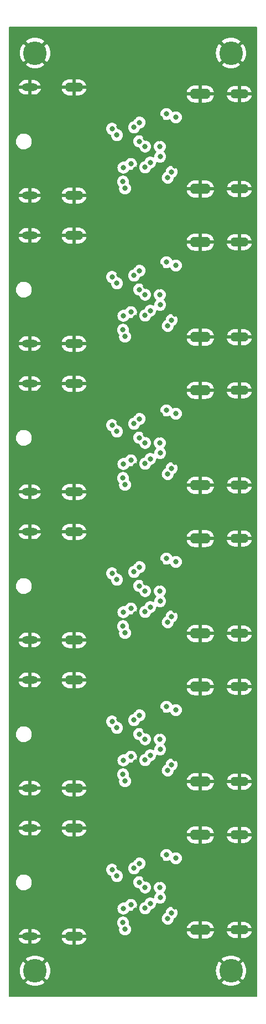
<source format=gbr>
%TF.GenerationSoftware,KiCad,Pcbnew,6.0.7-1.fc36*%
%TF.CreationDate,2022-07-28T15:58:56+01:00*%
%TF.ProjectId,pc070_aida_hdmi_dp,70633037-305f-4616-9964-615f68646d69,rev?*%
%TF.SameCoordinates,Original*%
%TF.FileFunction,Copper,L3,Inr*%
%TF.FilePolarity,Positive*%
%FSLAX46Y46*%
G04 Gerber Fmt 4.6, Leading zero omitted, Abs format (unit mm)*
G04 Created by KiCad (PCBNEW 6.0.7-1.fc36) date 2022-07-28 15:58:56*
%MOMM*%
%LPD*%
G01*
G04 APERTURE LIST*
%TA.AperFunction,ComponentPad*%
%ADD10O,3.200000X1.600000*%
%TD*%
%TA.AperFunction,ComponentPad*%
%ADD11O,2.820000X1.410000*%
%TD*%
%TA.AperFunction,ComponentPad*%
%ADD12C,3.600000*%
%TD*%
%TA.AperFunction,ComponentPad*%
%ADD13O,2.800000X1.400000*%
%TD*%
%TA.AperFunction,ComponentPad*%
%ADD14O,2.400000X1.200000*%
%TD*%
%TA.AperFunction,ViaPad*%
%ADD15C,0.800000*%
%TD*%
G04 APERTURE END LIST*
D10*
%TO.N,GND*%
%TO.C,J6*%
X100300000Y-110947000D03*
X100300000Y-96447000D03*
D11*
X106260000Y-110947000D03*
X106260000Y-96447000D03*
%TD*%
D12*
%TO.N,GND*%
%TO.C,H3*%
X105000000Y-185000000D03*
%TD*%
%TO.N,GND*%
%TO.C,H4*%
X75000000Y-185000000D03*
%TD*%
D10*
%TO.N,GND*%
%TO.C,J8*%
X100300000Y-133553000D03*
X100300000Y-119053000D03*
D11*
X106260000Y-133553000D03*
X106260000Y-119053000D03*
%TD*%
D13*
%TO.N,GND*%
%TO.C,J7*%
X80960000Y-118053000D03*
X80960000Y-134553000D03*
D14*
X74180000Y-118053000D03*
X74180000Y-134553000D03*
%TD*%
D10*
%TO.N,GND*%
%TO.C,J2*%
X100300000Y-65735000D03*
X100300000Y-51235000D03*
D11*
X106260000Y-65735000D03*
X106260000Y-51235000D03*
%TD*%
D12*
%TO.N,GND*%
%TO.C,H2*%
X105000000Y-45000000D03*
%TD*%
D13*
%TO.N,GND*%
%TO.C,J9*%
X80960000Y-140659000D03*
X80960000Y-157159000D03*
D14*
X74180000Y-140659000D03*
X74180000Y-157159000D03*
%TD*%
D12*
%TO.N,GND*%
%TO.C,H1*%
X75000000Y-45000000D03*
%TD*%
D10*
%TO.N,GND*%
%TO.C,J4*%
X100300000Y-88341000D03*
X100300000Y-73841000D03*
D11*
X106260000Y-88341000D03*
X106260000Y-73841000D03*
%TD*%
D10*
%TO.N,GND*%
%TO.C,J10*%
X100300000Y-156159000D03*
X100300000Y-141659000D03*
D11*
X106260000Y-156159000D03*
X106260000Y-141659000D03*
%TD*%
D10*
%TO.N,GND*%
%TO.C,J12*%
X100300000Y-178765000D03*
X100300000Y-164265000D03*
D11*
X106260000Y-178765000D03*
X106260000Y-164265000D03*
%TD*%
D13*
%TO.N,GND*%
%TO.C,J1*%
X80960000Y-50235000D03*
X80960000Y-66735000D03*
D14*
X74180000Y-50235000D03*
X74180000Y-66735000D03*
%TD*%
D13*
%TO.N,GND*%
%TO.C,J3*%
X80960000Y-72841000D03*
X80960000Y-89341000D03*
D14*
X74180000Y-72841000D03*
X74180000Y-89341000D03*
%TD*%
D13*
%TO.N,GND*%
%TO.C,J5*%
X80960000Y-95447000D03*
X80960000Y-111947000D03*
D14*
X74180000Y-95447000D03*
X74180000Y-111947000D03*
%TD*%
D13*
%TO.N,GND*%
%TO.C,J11*%
X80960000Y-163265000D03*
X80960000Y-179765000D03*
D14*
X74180000Y-163265000D03*
X74180000Y-179765000D03*
%TD*%
D15*
%TO.N,GND*%
X101333027Y-61480087D03*
X101333027Y-129298087D03*
X101333027Y-174510087D03*
X101333027Y-106692087D03*
X101333027Y-84086087D03*
X101333027Y-151904087D03*
X81825000Y-123818000D03*
X81825000Y-101212000D03*
X81825000Y-56000000D03*
X81825000Y-146424000D03*
X81825000Y-169030000D03*
X81825000Y-78606000D03*
X81873021Y-126792647D03*
X81873021Y-104186647D03*
X81873021Y-58974647D03*
X81873021Y-149398647D03*
X81873021Y-81580647D03*
X81873021Y-172004647D03*
X94050000Y-148524000D03*
X94050000Y-80706000D03*
X94050000Y-125918000D03*
X94050000Y-58100000D03*
X94050000Y-103312000D03*
X94050000Y-171130000D03*
X101333441Y-58990477D03*
X101333441Y-126808477D03*
X101333441Y-104202477D03*
X101333441Y-172020477D03*
X101333441Y-81596477D03*
X101333441Y-149414477D03*
X101340978Y-55969010D03*
X101340978Y-123787010D03*
X101340978Y-101181010D03*
X101340978Y-168999010D03*
X101340978Y-78575010D03*
X101340978Y-146393010D03*
X101334707Y-57477789D03*
X101334707Y-125295789D03*
X101334707Y-170507789D03*
X101334707Y-102689789D03*
X101334707Y-80083789D03*
X101334707Y-147901789D03*
X91875000Y-171030000D03*
X91875000Y-80606000D03*
X91875000Y-148424000D03*
X91875000Y-58000000D03*
X91875000Y-125818000D03*
X91875000Y-103212000D03*
X87825000Y-78781000D03*
X87825000Y-169205000D03*
X87825000Y-146599000D03*
X87825000Y-56175000D03*
X87825000Y-123993000D03*
X87825000Y-101387000D03*
X96378614Y-84853541D03*
X96378614Y-175277541D03*
X96378614Y-152671541D03*
X96378614Y-62247541D03*
X96378614Y-130065541D03*
X96378614Y-107459541D03*
X81878041Y-131299536D03*
X81878041Y-63481536D03*
X81878041Y-108693536D03*
X81878041Y-86087536D03*
X81878041Y-176511536D03*
X81878041Y-153905536D03*
X81863782Y-128326593D03*
X81863782Y-60508593D03*
X81863782Y-150932593D03*
X81863782Y-105720593D03*
X81863782Y-83114593D03*
X81863782Y-173538593D03*
X90150000Y-77406000D03*
X90150000Y-167830000D03*
X90150000Y-145224000D03*
X90150000Y-54800000D03*
X90150000Y-122618000D03*
X90150000Y-100012000D03*
X81870174Y-129788648D03*
X81870174Y-61970648D03*
X81870174Y-152394648D03*
X81870174Y-107182648D03*
X81870174Y-175000648D03*
X81870174Y-84576648D03*
X101343316Y-122283648D03*
X101343316Y-54465648D03*
X101343316Y-99677648D03*
X101343316Y-167495648D03*
X101343316Y-77071648D03*
X101343316Y-144889648D03*
X89862106Y-177717894D03*
X89862106Y-87293894D03*
X89862106Y-155111894D03*
X89862106Y-64687894D03*
X89862106Y-132505894D03*
X89862106Y-109899894D03*
X90400000Y-175730500D03*
X90400000Y-85306500D03*
X90400000Y-153124500D03*
X90400000Y-62700500D03*
X90400000Y-130518500D03*
X90400000Y-107912500D03*
X94175000Y-167980000D03*
X94175000Y-77556000D03*
X94175000Y-145374000D03*
X94175000Y-54950000D03*
X94175000Y-122768000D03*
X94175000Y-100162000D03*
%TO.N,/pc070_aida_hdmi_dp_single/TRIG\u002A*%
X86775000Y-56550000D03*
X88775000Y-65650000D03*
%TO.N,/pc070_aida_hdmi_dp_single/TRIG*%
X88462299Y-64612701D03*
X87525000Y-57525000D03*
%TO.N,/pc070_aida_hdmi_dp_single/SPARE\u002A*%
X91850000Y-62425000D03*
X90950000Y-58475000D03*
%TO.N,/pc070_aida_hdmi_dp_single/SPARE*%
X92625000Y-61709511D03*
X91850000Y-59260500D03*
%TO.N,/pc070_aida_hdmi_dp_single/BUSY*%
X94150000Y-60800000D03*
X94100000Y-59260500D03*
%TO.N,/pc070_aida_hdmi_dp_single/CONT\u002A*%
X90150000Y-56324500D03*
X89675000Y-61925000D03*
%TO.N,/pc070_aida_hdmi_dp_single/CONT*%
X88525000Y-62475000D03*
X90975000Y-55600000D03*
%TO.N,/pc070_aida_hdmi_dp_single/CLK\u002A*%
X95900000Y-63125000D03*
X96550000Y-54800500D03*
%TO.N,/pc070_aida_hdmi_dp_single/CLK*%
X95307341Y-64007341D03*
X95100000Y-54300000D03*
%TO.N,/pc070_aida_hdmi_dp_single1/CLK*%
X95307341Y-86613341D03*
X95100000Y-76906000D03*
%TO.N,/pc070_aida_hdmi_dp_single1/CLK\u002A*%
X95900000Y-85731000D03*
X96550000Y-77406500D03*
%TO.N,/pc070_aida_hdmi_dp_single1/CONT*%
X88525000Y-85081000D03*
X90975000Y-78206000D03*
%TO.N,/pc070_aida_hdmi_dp_single1/CONT\u002A*%
X90150000Y-78930500D03*
X89675000Y-84531000D03*
%TO.N,/pc070_aida_hdmi_dp_single1/BUSY*%
X94150000Y-83406000D03*
X94100000Y-81866500D03*
%TO.N,/pc070_aida_hdmi_dp_single1/SPARE*%
X92625000Y-84315511D03*
X91850000Y-81866500D03*
%TO.N,/pc070_aida_hdmi_dp_single1/SPARE\u002A*%
X91850000Y-85031000D03*
X90950000Y-81081000D03*
%TO.N,/pc070_aida_hdmi_dp_single1/TRIG*%
X88462299Y-87218701D03*
X87525000Y-80131000D03*
%TO.N,/pc070_aida_hdmi_dp_single1/TRIG\u002A*%
X86775000Y-79156000D03*
X88775000Y-88256000D03*
%TO.N,/pc070_aida_hdmi_dp_single2/CLK*%
X95307341Y-109219341D03*
X95100000Y-99512000D03*
%TO.N,/pc070_aida_hdmi_dp_single2/CLK\u002A*%
X95900000Y-108337000D03*
X96550000Y-100012500D03*
%TO.N,/pc070_aida_hdmi_dp_single2/CONT*%
X88525000Y-107687000D03*
X90975000Y-100812000D03*
%TO.N,/pc070_aida_hdmi_dp_single2/CONT\u002A*%
X90150000Y-101536500D03*
X89675000Y-107137000D03*
%TO.N,/pc070_aida_hdmi_dp_single2/BUSY*%
X94150000Y-106012000D03*
X94100000Y-104472500D03*
%TO.N,/pc070_aida_hdmi_dp_single2/SPARE*%
X92625000Y-106921511D03*
X91850000Y-104472500D03*
%TO.N,/pc070_aida_hdmi_dp_single2/SPARE\u002A*%
X91850000Y-107637000D03*
X90950000Y-103687000D03*
%TO.N,/pc070_aida_hdmi_dp_single2/TRIG*%
X88462299Y-109824701D03*
X87525000Y-102737000D03*
%TO.N,/pc070_aida_hdmi_dp_single2/TRIG\u002A*%
X86775000Y-101762000D03*
X88775000Y-110862000D03*
%TO.N,/pc070_aida_hdmi_dp_single5/CLK*%
X95307341Y-131825341D03*
X95100000Y-122118000D03*
%TO.N,/pc070_aida_hdmi_dp_single5/CLK\u002A*%
X95900000Y-130943000D03*
X96550000Y-122618500D03*
%TO.N,/pc070_aida_hdmi_dp_single5/CONT*%
X88525000Y-130293000D03*
X90975000Y-123418000D03*
%TO.N,/pc070_aida_hdmi_dp_single5/CONT\u002A*%
X90150000Y-124142500D03*
X89675000Y-129743000D03*
%TO.N,/pc070_aida_hdmi_dp_single5/BUSY*%
X94150000Y-128618000D03*
X94100000Y-127078500D03*
%TO.N,/pc070_aida_hdmi_dp_single5/SPARE*%
X92625000Y-129527511D03*
X91850000Y-127078500D03*
%TO.N,/pc070_aida_hdmi_dp_single5/SPARE\u002A*%
X91850000Y-130243000D03*
X90950000Y-126293000D03*
%TO.N,/pc070_aida_hdmi_dp_single5/TRIG*%
X88462299Y-132430701D03*
X87525000Y-125343000D03*
%TO.N,/pc070_aida_hdmi_dp_single5/TRIG\u002A*%
X86775000Y-124368000D03*
X88775000Y-133468000D03*
%TO.N,/pc070_aida_hdmi_dp_single4/CLK*%
X95307341Y-154431341D03*
X95100000Y-144724000D03*
%TO.N,/pc070_aida_hdmi_dp_single4/CLK\u002A*%
X95900000Y-153549000D03*
X96550000Y-145224500D03*
%TO.N,/pc070_aida_hdmi_dp_single4/CONT*%
X88525000Y-152899000D03*
X90975000Y-146024000D03*
%TO.N,/pc070_aida_hdmi_dp_single4/CONT\u002A*%
X90150000Y-146748500D03*
X89675000Y-152349000D03*
%TO.N,/pc070_aida_hdmi_dp_single4/BUSY*%
X94150000Y-151224000D03*
X94100000Y-149684500D03*
%TO.N,/pc070_aida_hdmi_dp_single4/SPARE*%
X92625000Y-152133511D03*
X91850000Y-149684500D03*
%TO.N,/pc070_aida_hdmi_dp_single4/SPARE\u002A*%
X91850000Y-152849000D03*
X90950000Y-148899000D03*
%TO.N,/pc070_aida_hdmi_dp_single4/TRIG*%
X88462299Y-155036701D03*
X87525000Y-147949000D03*
%TO.N,/pc070_aida_hdmi_dp_single4/TRIG\u002A*%
X86775000Y-146974000D03*
X88775000Y-156074000D03*
%TO.N,/pc070_aida_hdmi_dp_single3/CLK*%
X95307341Y-177037341D03*
X95100000Y-167330000D03*
%TO.N,/pc070_aida_hdmi_dp_single3/CLK\u002A*%
X95900000Y-176155000D03*
X96550000Y-167830500D03*
%TO.N,/pc070_aida_hdmi_dp_single3/CONT*%
X88525000Y-175505000D03*
X90975000Y-168630000D03*
%TO.N,/pc070_aida_hdmi_dp_single3/CONT\u002A*%
X90150000Y-169354500D03*
X89675000Y-174955000D03*
%TO.N,/pc070_aida_hdmi_dp_single3/BUSY*%
X94150000Y-173830000D03*
X94100000Y-172290500D03*
%TO.N,/pc070_aida_hdmi_dp_single3/SPARE*%
X92625000Y-174739511D03*
X91850000Y-172290500D03*
%TO.N,/pc070_aida_hdmi_dp_single3/SPARE\u002A*%
X91850000Y-175455000D03*
X90950000Y-171505000D03*
%TO.N,/pc070_aida_hdmi_dp_single3/TRIG*%
X88462299Y-177642701D03*
X87525000Y-170555000D03*
%TO.N,/pc070_aida_hdmi_dp_single3/TRIG\u002A*%
X86775000Y-169580000D03*
X88775000Y-178680000D03*
%TD*%
%TA.AperFunction,Conductor*%
%TO.N,GND*%
G36*
X108942121Y-41020002D02*
G01*
X108988614Y-41073658D01*
X109000000Y-41126000D01*
X109000000Y-188874000D01*
X108979998Y-188942121D01*
X108926342Y-188988614D01*
X108874000Y-189000000D01*
X71126000Y-189000000D01*
X71057879Y-188979998D01*
X71011386Y-188926342D01*
X71000000Y-188874000D01*
X71000000Y-186804286D01*
X73561171Y-186804286D01*
X73567628Y-186813646D01*
X73588864Y-186832270D01*
X73595395Y-186837281D01*
X73840091Y-187000781D01*
X73847228Y-187004902D01*
X74111174Y-187135065D01*
X74118778Y-187138215D01*
X74397457Y-187232814D01*
X74405409Y-187234945D01*
X74694056Y-187292360D01*
X74702214Y-187293434D01*
X74995881Y-187312682D01*
X75004119Y-187312682D01*
X75297786Y-187293434D01*
X75305944Y-187292360D01*
X75594591Y-187234945D01*
X75602543Y-187232814D01*
X75881222Y-187138215D01*
X75888826Y-187135065D01*
X76152772Y-187004902D01*
X76159909Y-187000781D01*
X76404605Y-186837281D01*
X76411136Y-186832270D01*
X76430507Y-186815281D01*
X76437481Y-186804286D01*
X103561171Y-186804286D01*
X103567628Y-186813646D01*
X103588864Y-186832270D01*
X103595395Y-186837281D01*
X103840091Y-187000781D01*
X103847228Y-187004902D01*
X104111174Y-187135065D01*
X104118778Y-187138215D01*
X104397457Y-187232814D01*
X104405409Y-187234945D01*
X104694056Y-187292360D01*
X104702214Y-187293434D01*
X104995881Y-187312682D01*
X105004119Y-187312682D01*
X105297786Y-187293434D01*
X105305944Y-187292360D01*
X105594591Y-187234945D01*
X105602543Y-187232814D01*
X105881222Y-187138215D01*
X105888826Y-187135065D01*
X106152772Y-187004902D01*
X106159909Y-187000781D01*
X106404605Y-186837281D01*
X106411136Y-186832270D01*
X106430507Y-186815281D01*
X106438903Y-186802044D01*
X106433069Y-186792279D01*
X105012812Y-185372022D01*
X104998868Y-185364408D01*
X104997035Y-185364539D01*
X104990420Y-185368790D01*
X103568685Y-186790525D01*
X103561171Y-186804286D01*
X76437481Y-186804286D01*
X76438903Y-186802044D01*
X76433069Y-186792279D01*
X75012812Y-185372022D01*
X74998868Y-185364408D01*
X74997035Y-185364539D01*
X74990420Y-185368790D01*
X73568685Y-186790525D01*
X73561171Y-186804286D01*
X71000000Y-186804286D01*
X71000000Y-185004119D01*
X72687318Y-185004119D01*
X72706566Y-185297786D01*
X72707640Y-185305944D01*
X72765055Y-185594591D01*
X72767186Y-185602543D01*
X72861785Y-185881222D01*
X72864935Y-185888826D01*
X72995098Y-186152772D01*
X72999219Y-186159909D01*
X73162719Y-186404605D01*
X73167730Y-186411136D01*
X73184719Y-186430507D01*
X73197956Y-186438903D01*
X73207721Y-186433069D01*
X74627978Y-185012812D01*
X74634356Y-185001132D01*
X75364408Y-185001132D01*
X75364539Y-185002965D01*
X75368790Y-185009580D01*
X76790525Y-186431315D01*
X76804286Y-186438829D01*
X76813646Y-186432372D01*
X76832270Y-186411136D01*
X76837281Y-186404605D01*
X77000781Y-186159909D01*
X77004902Y-186152772D01*
X77135065Y-185888826D01*
X77138215Y-185881222D01*
X77232814Y-185602543D01*
X77234945Y-185594591D01*
X77292360Y-185305944D01*
X77293434Y-185297786D01*
X77312682Y-185004119D01*
X102687318Y-185004119D01*
X102706566Y-185297786D01*
X102707640Y-185305944D01*
X102765055Y-185594591D01*
X102767186Y-185602543D01*
X102861785Y-185881222D01*
X102864935Y-185888826D01*
X102995098Y-186152772D01*
X102999219Y-186159909D01*
X103162719Y-186404605D01*
X103167730Y-186411136D01*
X103184719Y-186430507D01*
X103197956Y-186438903D01*
X103207721Y-186433069D01*
X104627978Y-185012812D01*
X104634356Y-185001132D01*
X105364408Y-185001132D01*
X105364539Y-185002965D01*
X105368790Y-185009580D01*
X106790525Y-186431315D01*
X106804286Y-186438829D01*
X106813646Y-186432372D01*
X106832270Y-186411136D01*
X106837281Y-186404605D01*
X107000781Y-186159909D01*
X107004902Y-186152772D01*
X107135065Y-185888826D01*
X107138215Y-185881222D01*
X107232814Y-185602543D01*
X107234945Y-185594591D01*
X107292360Y-185305944D01*
X107293434Y-185297786D01*
X107312682Y-185004119D01*
X107312682Y-184995881D01*
X107293434Y-184702214D01*
X107292360Y-184694056D01*
X107234945Y-184405409D01*
X107232814Y-184397457D01*
X107138215Y-184118778D01*
X107135065Y-184111174D01*
X107004902Y-183847228D01*
X107000781Y-183840091D01*
X106837281Y-183595395D01*
X106832270Y-183588864D01*
X106815281Y-183569493D01*
X106802044Y-183561097D01*
X106792279Y-183566931D01*
X105372022Y-184987188D01*
X105364408Y-185001132D01*
X104634356Y-185001132D01*
X104635592Y-184998868D01*
X104635461Y-184997035D01*
X104631210Y-184990420D01*
X103209475Y-183568685D01*
X103195714Y-183561171D01*
X103186354Y-183567628D01*
X103167730Y-183588864D01*
X103162719Y-183595395D01*
X102999219Y-183840091D01*
X102995098Y-183847228D01*
X102864935Y-184111174D01*
X102861785Y-184118778D01*
X102767186Y-184397457D01*
X102765055Y-184405409D01*
X102707640Y-184694056D01*
X102706566Y-184702214D01*
X102687318Y-184995881D01*
X102687318Y-185004119D01*
X77312682Y-185004119D01*
X77312682Y-184995881D01*
X77293434Y-184702214D01*
X77292360Y-184694056D01*
X77234945Y-184405409D01*
X77232814Y-184397457D01*
X77138215Y-184118778D01*
X77135065Y-184111174D01*
X77004902Y-183847228D01*
X77000781Y-183840091D01*
X76837281Y-183595395D01*
X76832270Y-183588864D01*
X76815281Y-183569493D01*
X76802044Y-183561097D01*
X76792279Y-183566931D01*
X75372022Y-184987188D01*
X75364408Y-185001132D01*
X74634356Y-185001132D01*
X74635592Y-184998868D01*
X74635461Y-184997035D01*
X74631210Y-184990420D01*
X73209475Y-183568685D01*
X73195714Y-183561171D01*
X73186354Y-183567628D01*
X73167730Y-183588864D01*
X73162719Y-183595395D01*
X72999219Y-183840091D01*
X72995098Y-183847228D01*
X72864935Y-184111174D01*
X72861785Y-184118778D01*
X72767186Y-184397457D01*
X72765055Y-184405409D01*
X72707640Y-184694056D01*
X72706566Y-184702214D01*
X72687318Y-184995881D01*
X72687318Y-185004119D01*
X71000000Y-185004119D01*
X71000000Y-183197956D01*
X73561097Y-183197956D01*
X73566931Y-183207721D01*
X74987188Y-184627978D01*
X75001132Y-184635592D01*
X75002965Y-184635461D01*
X75009580Y-184631210D01*
X76431315Y-183209475D01*
X76437605Y-183197956D01*
X103561097Y-183197956D01*
X103566931Y-183207721D01*
X104987188Y-184627978D01*
X105001132Y-184635592D01*
X105002965Y-184635461D01*
X105009580Y-184631210D01*
X106431315Y-183209475D01*
X106438829Y-183195714D01*
X106432372Y-183186354D01*
X106411136Y-183167730D01*
X106404605Y-183162719D01*
X106159909Y-182999219D01*
X106152772Y-182995098D01*
X105888826Y-182864935D01*
X105881222Y-182861785D01*
X105602543Y-182767186D01*
X105594591Y-182765055D01*
X105305944Y-182707640D01*
X105297786Y-182706566D01*
X105004119Y-182687318D01*
X104995881Y-182687318D01*
X104702214Y-182706566D01*
X104694056Y-182707640D01*
X104405409Y-182765055D01*
X104397457Y-182767186D01*
X104118778Y-182861785D01*
X104111174Y-182864935D01*
X103847228Y-182995098D01*
X103840091Y-182999219D01*
X103595395Y-183162719D01*
X103588864Y-183167730D01*
X103569493Y-183184719D01*
X103561097Y-183197956D01*
X76437605Y-183197956D01*
X76438829Y-183195714D01*
X76432372Y-183186354D01*
X76411136Y-183167730D01*
X76404605Y-183162719D01*
X76159909Y-182999219D01*
X76152772Y-182995098D01*
X75888826Y-182864935D01*
X75881222Y-182861785D01*
X75602543Y-182767186D01*
X75594591Y-182765055D01*
X75305944Y-182707640D01*
X75297786Y-182706566D01*
X75004119Y-182687318D01*
X74995881Y-182687318D01*
X74702214Y-182706566D01*
X74694056Y-182707640D01*
X74405409Y-182765055D01*
X74397457Y-182767186D01*
X74118778Y-182861785D01*
X74111174Y-182864935D01*
X73847228Y-182995098D01*
X73840091Y-182999219D01*
X73595395Y-183162719D01*
X73588864Y-183167730D01*
X73569493Y-183184719D01*
X73561097Y-183197956D01*
X71000000Y-183197956D01*
X71000000Y-180032399D01*
X72504712Y-180032399D01*
X72526194Y-180121537D01*
X72530083Y-180132832D01*
X72612629Y-180314382D01*
X72618576Y-180324724D01*
X72733968Y-180487397D01*
X72741761Y-180496425D01*
X72885831Y-180634342D01*
X72895196Y-180641738D01*
X73062741Y-180749921D01*
X73073345Y-180755417D01*
X73258312Y-180829961D01*
X73269770Y-180833355D01*
X73466928Y-180871857D01*
X73475791Y-180872934D01*
X73478500Y-180873000D01*
X73907885Y-180873000D01*
X73923124Y-180868525D01*
X73924329Y-180867135D01*
X73926000Y-180859452D01*
X73926000Y-180854885D01*
X74434000Y-180854885D01*
X74438475Y-180870124D01*
X74439865Y-180871329D01*
X74447548Y-180873000D01*
X74829832Y-180873000D01*
X74835808Y-180872715D01*
X74984494Y-180858529D01*
X74996228Y-180856270D01*
X75187599Y-180800128D01*
X75198675Y-180795698D01*
X75375978Y-180704381D01*
X75386024Y-180697931D01*
X75542857Y-180574738D01*
X75551506Y-180566501D01*
X75682212Y-180415877D01*
X75689147Y-180406153D01*
X75789010Y-180233533D01*
X75793984Y-180222669D01*
X75859407Y-180034273D01*
X75859648Y-180033284D01*
X75859240Y-180030421D01*
X79077696Y-180030421D01*
X79135378Y-180217915D01*
X79139599Y-180228260D01*
X79233357Y-180409912D01*
X79239342Y-180419343D01*
X79363785Y-180581520D01*
X79371352Y-180589749D01*
X79522539Y-180727319D01*
X79531450Y-180734082D01*
X79704604Y-180842701D01*
X79714574Y-180847782D01*
X79904232Y-180924024D01*
X79914932Y-180927255D01*
X80116071Y-180968908D01*
X80125207Y-180970111D01*
X80173490Y-180972895D01*
X80177137Y-180973000D01*
X80687885Y-180973000D01*
X80703124Y-180968525D01*
X80704329Y-180967135D01*
X80706000Y-180959452D01*
X80706000Y-180954885D01*
X81214000Y-180954885D01*
X81218475Y-180970124D01*
X81219865Y-180971329D01*
X81227548Y-180973000D01*
X81711911Y-180973000D01*
X81717506Y-180972751D01*
X81869188Y-180959213D01*
X81880202Y-180957232D01*
X82077366Y-180903293D01*
X82087839Y-180899399D01*
X82272341Y-180811396D01*
X82281970Y-180805701D01*
X82447963Y-180686423D01*
X82456428Y-180679116D01*
X82598684Y-180532320D01*
X82605714Y-180523638D01*
X82719725Y-180353972D01*
X82725117Y-180344163D01*
X82807275Y-180157001D01*
X82810841Y-180146406D01*
X82837200Y-180036615D01*
X82836495Y-180022530D01*
X82827616Y-180019000D01*
X81232115Y-180019000D01*
X81216876Y-180023475D01*
X81215671Y-180024865D01*
X81214000Y-180032548D01*
X81214000Y-180954885D01*
X80706000Y-180954885D01*
X80706000Y-180037115D01*
X80701525Y-180021876D01*
X80700135Y-180020671D01*
X80692452Y-180019000D01*
X79092298Y-180019000D01*
X79078767Y-180022973D01*
X79077696Y-180030421D01*
X75859240Y-180030421D01*
X75858180Y-180022992D01*
X75844615Y-180019000D01*
X74452115Y-180019000D01*
X74436876Y-180023475D01*
X74435671Y-180024865D01*
X74434000Y-180032548D01*
X74434000Y-180854885D01*
X73926000Y-180854885D01*
X73926000Y-180037115D01*
X73921525Y-180021876D01*
X73920135Y-180020671D01*
X73912452Y-180019000D01*
X72519598Y-180019000D01*
X72506067Y-180022973D01*
X72504712Y-180032399D01*
X71000000Y-180032399D01*
X71000000Y-179496716D01*
X72500352Y-179496716D01*
X72501820Y-179507008D01*
X72515385Y-179511000D01*
X73907885Y-179511000D01*
X73923124Y-179506525D01*
X73924329Y-179505135D01*
X73926000Y-179497452D01*
X73926000Y-179492885D01*
X74434000Y-179492885D01*
X74438475Y-179508124D01*
X74439865Y-179509329D01*
X74447548Y-179511000D01*
X75840402Y-179511000D01*
X75853933Y-179507027D01*
X75855288Y-179497601D01*
X75854272Y-179493385D01*
X79082800Y-179493385D01*
X79083505Y-179507470D01*
X79092384Y-179511000D01*
X80687885Y-179511000D01*
X80703124Y-179506525D01*
X80704329Y-179505135D01*
X80706000Y-179497452D01*
X80706000Y-179492885D01*
X81214000Y-179492885D01*
X81218475Y-179508124D01*
X81219865Y-179509329D01*
X81227548Y-179511000D01*
X82827702Y-179511000D01*
X82841233Y-179507027D01*
X82842304Y-179499579D01*
X82784622Y-179312085D01*
X82780401Y-179301740D01*
X82686643Y-179120088D01*
X82680658Y-179110657D01*
X82556215Y-178948480D01*
X82548648Y-178940251D01*
X82397461Y-178802681D01*
X82388550Y-178795918D01*
X82215396Y-178687299D01*
X82205426Y-178682218D01*
X82015768Y-178605976D01*
X82005068Y-178602745D01*
X81803929Y-178561092D01*
X81794793Y-178559889D01*
X81746510Y-178557105D01*
X81742863Y-178557000D01*
X81232115Y-178557000D01*
X81216876Y-178561475D01*
X81215671Y-178562865D01*
X81214000Y-178570548D01*
X81214000Y-179492885D01*
X80706000Y-179492885D01*
X80706000Y-178575115D01*
X80701525Y-178559876D01*
X80700135Y-178558671D01*
X80692452Y-178557000D01*
X80208089Y-178557000D01*
X80202494Y-178557249D01*
X80050812Y-178570787D01*
X80039798Y-178572768D01*
X79842634Y-178626707D01*
X79832161Y-178630601D01*
X79647659Y-178718604D01*
X79638030Y-178724299D01*
X79472037Y-178843577D01*
X79463572Y-178850884D01*
X79321316Y-178997680D01*
X79314286Y-179006362D01*
X79200275Y-179176028D01*
X79194883Y-179185837D01*
X79112725Y-179372999D01*
X79109159Y-179383594D01*
X79082800Y-179493385D01*
X75854272Y-179493385D01*
X75833806Y-179408463D01*
X75829917Y-179397168D01*
X75747371Y-179215618D01*
X75741424Y-179205276D01*
X75626032Y-179042603D01*
X75618239Y-179033575D01*
X75474169Y-178895658D01*
X75464804Y-178888262D01*
X75297259Y-178780079D01*
X75286655Y-178774583D01*
X75101688Y-178700039D01*
X75090230Y-178696645D01*
X74893072Y-178658143D01*
X74884209Y-178657066D01*
X74881500Y-178657000D01*
X74452115Y-178657000D01*
X74436876Y-178661475D01*
X74435671Y-178662865D01*
X74434000Y-178670548D01*
X74434000Y-179492885D01*
X73926000Y-179492885D01*
X73926000Y-178675115D01*
X73921525Y-178659876D01*
X73920135Y-178658671D01*
X73912452Y-178657000D01*
X73530168Y-178657000D01*
X73524192Y-178657285D01*
X73375506Y-178671471D01*
X73363772Y-178673730D01*
X73172401Y-178729872D01*
X73161325Y-178734302D01*
X72984022Y-178825619D01*
X72973976Y-178832069D01*
X72817143Y-178955262D01*
X72808494Y-178963499D01*
X72677788Y-179114123D01*
X72670853Y-179123847D01*
X72570990Y-179296467D01*
X72566016Y-179307331D01*
X72500593Y-179495727D01*
X72500352Y-179496716D01*
X71000000Y-179496716D01*
X71000000Y-177642701D01*
X87548795Y-177642701D01*
X87549485Y-177649266D01*
X87565189Y-177798677D01*
X87568757Y-177832629D01*
X87627772Y-178014257D01*
X87723259Y-178179645D01*
X87851046Y-178321567D01*
X87856367Y-178325433D01*
X87893599Y-178385872D01*
X87891881Y-178457993D01*
X87881458Y-178490072D01*
X87880768Y-178496633D01*
X87880768Y-178496635D01*
X87872766Y-178572768D01*
X87861496Y-178680000D01*
X87862186Y-178686565D01*
X87872015Y-178780079D01*
X87881458Y-178869928D01*
X87940473Y-179051556D01*
X88035960Y-179216944D01*
X88040378Y-179221851D01*
X88040379Y-179221852D01*
X88117345Y-179307331D01*
X88163747Y-179358866D01*
X88318248Y-179471118D01*
X88324276Y-179473802D01*
X88324278Y-179473803D01*
X88443283Y-179526787D01*
X88492712Y-179548794D01*
X88586112Y-179568647D01*
X88673056Y-179587128D01*
X88673061Y-179587128D01*
X88679513Y-179588500D01*
X88870487Y-179588500D01*
X88876939Y-179587128D01*
X88876944Y-179587128D01*
X88963888Y-179568647D01*
X89057288Y-179548794D01*
X89106717Y-179526787D01*
X89225722Y-179473803D01*
X89225724Y-179473802D01*
X89231752Y-179471118D01*
X89386253Y-179358866D01*
X89432655Y-179307331D01*
X89509621Y-179221852D01*
X89509622Y-179221851D01*
X89514040Y-179216944D01*
X89609527Y-179051556D01*
X89616036Y-179031522D01*
X98217273Y-179031522D01*
X98264764Y-179208761D01*
X98268510Y-179219053D01*
X98360586Y-179416511D01*
X98366069Y-179426007D01*
X98491028Y-179604467D01*
X98498084Y-179612875D01*
X98652125Y-179766916D01*
X98660533Y-179773972D01*
X98838993Y-179898931D01*
X98848489Y-179904414D01*
X99045947Y-179996490D01*
X99056239Y-180000236D01*
X99266688Y-180056625D01*
X99277481Y-180058528D01*
X99440170Y-180072762D01*
X99445635Y-180073000D01*
X100027885Y-180073000D01*
X100043124Y-180068525D01*
X100044329Y-180067135D01*
X100046000Y-180059452D01*
X100046000Y-180054885D01*
X100554000Y-180054885D01*
X100558475Y-180070124D01*
X100559865Y-180071329D01*
X100567548Y-180073000D01*
X101154365Y-180073000D01*
X101159830Y-180072762D01*
X101322519Y-180058528D01*
X101333312Y-180056625D01*
X101543761Y-180000236D01*
X101554053Y-179996490D01*
X101751511Y-179904414D01*
X101761007Y-179898931D01*
X101939467Y-179773972D01*
X101947875Y-179766916D01*
X102101916Y-179612875D01*
X102108972Y-179604467D01*
X102233931Y-179426007D01*
X102239414Y-179416511D01*
X102331490Y-179219053D01*
X102335236Y-179208761D01*
X102381394Y-179036497D01*
X102381249Y-179030421D01*
X104367465Y-179030421D01*
X104425730Y-179219811D01*
X104429951Y-179230157D01*
X104524119Y-179412604D01*
X104530105Y-179422035D01*
X104655089Y-179584918D01*
X104662651Y-179593141D01*
X104814511Y-179731323D01*
X104823411Y-179738078D01*
X104997328Y-179847177D01*
X105007294Y-179852254D01*
X105197773Y-179928826D01*
X105208488Y-179932061D01*
X105410494Y-179973895D01*
X105419630Y-179975098D01*
X105468140Y-179977895D01*
X105471787Y-179978000D01*
X105987885Y-179978000D01*
X106003124Y-179973525D01*
X106004329Y-179972135D01*
X106006000Y-179964452D01*
X106006000Y-179959885D01*
X106514000Y-179959885D01*
X106518475Y-179975124D01*
X106519865Y-179976329D01*
X106527548Y-179978000D01*
X107017136Y-179978000D01*
X107022731Y-179977751D01*
X107175077Y-179964154D01*
X107186091Y-179962172D01*
X107384111Y-179908001D01*
X107394592Y-179904103D01*
X107579903Y-179815713D01*
X107589517Y-179810028D01*
X107756245Y-179690223D01*
X107764710Y-179682915D01*
X107907579Y-179535484D01*
X107914622Y-179526787D01*
X108029126Y-179356389D01*
X108034512Y-179346592D01*
X108117035Y-179158598D01*
X108120600Y-179148006D01*
X108147342Y-179036616D01*
X108146637Y-179022530D01*
X108137758Y-179019000D01*
X106532115Y-179019000D01*
X106516876Y-179023475D01*
X106515671Y-179024865D01*
X106514000Y-179032548D01*
X106514000Y-179959885D01*
X106006000Y-179959885D01*
X106006000Y-179037115D01*
X106001525Y-179021876D01*
X106000135Y-179020671D01*
X105992452Y-179019000D01*
X104382067Y-179019000D01*
X104368536Y-179022973D01*
X104367465Y-179030421D01*
X102381249Y-179030421D01*
X102381058Y-179022401D01*
X102373116Y-179019000D01*
X100572115Y-179019000D01*
X100556876Y-179023475D01*
X100555671Y-179024865D01*
X100554000Y-179032548D01*
X100554000Y-180054885D01*
X100046000Y-180054885D01*
X100046000Y-179037115D01*
X100041525Y-179021876D01*
X100040135Y-179020671D01*
X100032452Y-179019000D01*
X98232033Y-179019000D01*
X98218502Y-179022973D01*
X98217273Y-179031522D01*
X89616036Y-179031522D01*
X89668542Y-178869928D01*
X89677986Y-178780079D01*
X89687814Y-178686565D01*
X89688504Y-178680000D01*
X89677234Y-178572768D01*
X89669232Y-178496635D01*
X89669232Y-178496633D01*
X89668903Y-178493503D01*
X98218606Y-178493503D01*
X98218942Y-178507599D01*
X98226884Y-178511000D01*
X100027885Y-178511000D01*
X100043124Y-178506525D01*
X100044329Y-178505135D01*
X100046000Y-178497452D01*
X100046000Y-178492885D01*
X100554000Y-178492885D01*
X100558475Y-178508124D01*
X100559865Y-178509329D01*
X100567548Y-178511000D01*
X102367967Y-178511000D01*
X102381498Y-178507027D01*
X102382727Y-178498478D01*
X102381362Y-178493384D01*
X104372658Y-178493384D01*
X104373363Y-178507470D01*
X104382242Y-178511000D01*
X105987885Y-178511000D01*
X106003124Y-178506525D01*
X106004329Y-178505135D01*
X106006000Y-178497452D01*
X106006000Y-178492885D01*
X106514000Y-178492885D01*
X106518475Y-178508124D01*
X106519865Y-178509329D01*
X106527548Y-178511000D01*
X108137933Y-178511000D01*
X108151464Y-178507027D01*
X108152535Y-178499579D01*
X108094270Y-178310189D01*
X108090049Y-178299843D01*
X107995881Y-178117396D01*
X107989895Y-178107965D01*
X107864911Y-177945082D01*
X107857349Y-177936859D01*
X107705489Y-177798677D01*
X107696589Y-177791922D01*
X107522672Y-177682823D01*
X107512706Y-177677746D01*
X107322227Y-177601174D01*
X107311512Y-177597939D01*
X107109506Y-177556105D01*
X107100370Y-177554902D01*
X107051860Y-177552105D01*
X107048213Y-177552000D01*
X106532115Y-177552000D01*
X106516876Y-177556475D01*
X106515671Y-177557865D01*
X106514000Y-177565548D01*
X106514000Y-178492885D01*
X106006000Y-178492885D01*
X106006000Y-177570115D01*
X106001525Y-177554876D01*
X106000135Y-177553671D01*
X105992452Y-177552000D01*
X105502864Y-177552000D01*
X105497269Y-177552249D01*
X105344923Y-177565846D01*
X105333909Y-177567828D01*
X105135889Y-177621999D01*
X105125408Y-177625897D01*
X104940097Y-177714287D01*
X104930483Y-177719972D01*
X104763755Y-177839777D01*
X104755290Y-177847085D01*
X104612421Y-177994516D01*
X104605378Y-178003213D01*
X104490874Y-178173611D01*
X104485488Y-178183408D01*
X104402965Y-178371402D01*
X104399400Y-178381994D01*
X104372658Y-178493384D01*
X102381362Y-178493384D01*
X102335236Y-178321239D01*
X102331490Y-178310947D01*
X102239414Y-178113489D01*
X102233931Y-178103993D01*
X102108972Y-177925533D01*
X102101916Y-177917125D01*
X101947875Y-177763084D01*
X101939467Y-177756028D01*
X101761007Y-177631069D01*
X101751511Y-177625586D01*
X101554053Y-177533510D01*
X101543761Y-177529764D01*
X101333312Y-177473375D01*
X101322519Y-177471472D01*
X101159830Y-177457238D01*
X101154365Y-177457000D01*
X100572115Y-177457000D01*
X100556876Y-177461475D01*
X100555671Y-177462865D01*
X100554000Y-177470548D01*
X100554000Y-178492885D01*
X100046000Y-178492885D01*
X100046000Y-177475115D01*
X100041525Y-177459876D01*
X100040135Y-177458671D01*
X100032452Y-177457000D01*
X99445635Y-177457000D01*
X99440170Y-177457238D01*
X99277481Y-177471472D01*
X99266688Y-177473375D01*
X99056239Y-177529764D01*
X99045947Y-177533510D01*
X98848489Y-177625586D01*
X98838993Y-177631069D01*
X98660533Y-177756028D01*
X98652125Y-177763084D01*
X98498084Y-177917125D01*
X98491028Y-177925533D01*
X98366069Y-178103993D01*
X98360586Y-178113489D01*
X98268510Y-178310947D01*
X98264764Y-178321239D01*
X98218606Y-178493503D01*
X89668903Y-178493503D01*
X89668542Y-178490072D01*
X89609527Y-178308444D01*
X89514040Y-178143056D01*
X89386253Y-178001134D01*
X89380932Y-177997268D01*
X89343700Y-177936829D01*
X89345418Y-177864706D01*
X89351144Y-177847085D01*
X89355841Y-177832629D01*
X89359410Y-177798677D01*
X89375113Y-177649266D01*
X89375803Y-177642701D01*
X89367694Y-177565548D01*
X89356531Y-177459336D01*
X89356531Y-177459334D01*
X89355841Y-177452773D01*
X89296826Y-177271145D01*
X89201339Y-177105757D01*
X89139737Y-177037341D01*
X94393837Y-177037341D01*
X94413799Y-177227269D01*
X94472814Y-177408897D01*
X94476117Y-177414619D01*
X94476118Y-177414620D01*
X94508408Y-177470548D01*
X94568301Y-177574285D01*
X94572719Y-177579192D01*
X94572720Y-177579193D01*
X94666029Y-177682823D01*
X94696088Y-177716207D01*
X94850589Y-177828459D01*
X94856617Y-177831143D01*
X94856619Y-177831144D01*
X94932001Y-177864706D01*
X95025053Y-177906135D01*
X95116313Y-177925533D01*
X95205397Y-177944469D01*
X95205402Y-177944469D01*
X95211854Y-177945841D01*
X95402828Y-177945841D01*
X95409280Y-177944469D01*
X95409285Y-177944469D01*
X95498369Y-177925533D01*
X95589629Y-177906135D01*
X95682681Y-177864706D01*
X95758063Y-177831144D01*
X95758065Y-177831143D01*
X95764093Y-177828459D01*
X95918594Y-177716207D01*
X95948653Y-177682823D01*
X96041962Y-177579193D01*
X96041963Y-177579192D01*
X96046381Y-177574285D01*
X96106274Y-177470548D01*
X96138564Y-177414620D01*
X96138565Y-177414619D01*
X96141868Y-177408897D01*
X96200883Y-177227269D01*
X96201573Y-177220706D01*
X96216628Y-177077467D01*
X96243641Y-177011810D01*
X96290689Y-176975531D01*
X96325680Y-176959952D01*
X96356752Y-176946118D01*
X96511253Y-176833866D01*
X96639040Y-176691944D01*
X96734527Y-176526556D01*
X96793542Y-176344928D01*
X96796046Y-176321109D01*
X96812814Y-176161565D01*
X96813504Y-176155000D01*
X96802137Y-176046852D01*
X96794232Y-175971635D01*
X96794232Y-175971633D01*
X96793542Y-175965072D01*
X96734527Y-175783444D01*
X96639040Y-175618056D01*
X96560321Y-175530629D01*
X96515675Y-175481045D01*
X96515674Y-175481044D01*
X96511253Y-175476134D01*
X96356752Y-175363882D01*
X96350724Y-175361198D01*
X96350722Y-175361197D01*
X96188319Y-175288891D01*
X96188318Y-175288891D01*
X96182288Y-175286206D01*
X96082861Y-175265072D01*
X96001944Y-175247872D01*
X96001939Y-175247872D01*
X95995487Y-175246500D01*
X95804513Y-175246500D01*
X95798061Y-175247872D01*
X95798056Y-175247872D01*
X95717139Y-175265072D01*
X95617712Y-175286206D01*
X95611682Y-175288891D01*
X95611681Y-175288891D01*
X95449278Y-175361197D01*
X95449276Y-175361198D01*
X95443248Y-175363882D01*
X95288747Y-175476134D01*
X95284326Y-175481044D01*
X95284325Y-175481045D01*
X95239680Y-175530629D01*
X95160960Y-175618056D01*
X95065473Y-175783444D01*
X95006458Y-175965072D01*
X95005768Y-175971633D01*
X95005768Y-175971635D01*
X94990713Y-176114874D01*
X94963700Y-176180531D01*
X94916652Y-176216810D01*
X94887998Y-176229568D01*
X94850589Y-176246223D01*
X94696088Y-176358475D01*
X94568301Y-176500397D01*
X94472814Y-176665785D01*
X94413799Y-176847413D01*
X94413109Y-176853974D01*
X94413109Y-176853976D01*
X94400333Y-176975531D01*
X94393837Y-177037341D01*
X89139737Y-177037341D01*
X89073552Y-176963835D01*
X88919051Y-176851583D01*
X88913023Y-176848899D01*
X88913021Y-176848898D01*
X88750618Y-176776592D01*
X88750617Y-176776592D01*
X88744587Y-176773907D01*
X88651186Y-176754054D01*
X88564243Y-176735573D01*
X88564238Y-176735573D01*
X88557786Y-176734201D01*
X88366812Y-176734201D01*
X88360360Y-176735573D01*
X88360355Y-176735573D01*
X88273412Y-176754054D01*
X88180011Y-176773907D01*
X88173981Y-176776592D01*
X88173980Y-176776592D01*
X88011577Y-176848898D01*
X88011575Y-176848899D01*
X88005547Y-176851583D01*
X87851046Y-176963835D01*
X87723259Y-177105757D01*
X87627772Y-177271145D01*
X87568757Y-177452773D01*
X87568067Y-177459334D01*
X87568067Y-177459336D01*
X87556904Y-177565548D01*
X87548795Y-177642701D01*
X71000000Y-177642701D01*
X71000000Y-175505000D01*
X87611496Y-175505000D01*
X87612186Y-175511565D01*
X87623980Y-175623774D01*
X87631458Y-175694928D01*
X87690473Y-175876556D01*
X87785960Y-176041944D01*
X87913747Y-176183866D01*
X88068248Y-176296118D01*
X88074276Y-176298802D01*
X88074278Y-176298803D01*
X88219335Y-176363386D01*
X88242712Y-176373794D01*
X88336113Y-176393647D01*
X88423056Y-176412128D01*
X88423061Y-176412128D01*
X88429513Y-176413500D01*
X88620487Y-176413500D01*
X88626939Y-176412128D01*
X88626944Y-176412128D01*
X88713887Y-176393647D01*
X88807288Y-176373794D01*
X88830665Y-176363386D01*
X88975722Y-176298803D01*
X88975724Y-176298802D01*
X88981752Y-176296118D01*
X89136253Y-176183866D01*
X89264040Y-176041944D01*
X89344514Y-175902559D01*
X89395896Y-175853566D01*
X89465610Y-175840130D01*
X89479830Y-175842312D01*
X89573056Y-175862128D01*
X89573061Y-175862128D01*
X89579513Y-175863500D01*
X89770487Y-175863500D01*
X89776939Y-175862128D01*
X89776944Y-175862128D01*
X89870168Y-175842312D01*
X89957288Y-175823794D01*
X90033800Y-175789729D01*
X90125722Y-175748803D01*
X90125724Y-175748802D01*
X90131752Y-175746118D01*
X90286253Y-175633866D01*
X90379208Y-175530629D01*
X90409621Y-175496852D01*
X90409622Y-175496851D01*
X90414040Y-175491944D01*
X90435370Y-175455000D01*
X90936496Y-175455000D01*
X90937186Y-175461565D01*
X90954235Y-175623774D01*
X90956458Y-175644928D01*
X91015473Y-175826556D01*
X91018776Y-175832278D01*
X91018777Y-175832279D01*
X91036803Y-175863500D01*
X91110960Y-175991944D01*
X91115378Y-175996851D01*
X91115379Y-175996852D01*
X91234325Y-176128955D01*
X91238747Y-176133866D01*
X91393248Y-176246118D01*
X91399276Y-176248802D01*
X91399278Y-176248803D01*
X91496833Y-176292237D01*
X91567712Y-176323794D01*
X91636263Y-176338365D01*
X91748056Y-176362128D01*
X91748061Y-176362128D01*
X91754513Y-176363500D01*
X91945487Y-176363500D01*
X91951939Y-176362128D01*
X91951944Y-176362128D01*
X92063737Y-176338365D01*
X92132288Y-176323794D01*
X92203167Y-176292237D01*
X92300722Y-176248803D01*
X92300724Y-176248802D01*
X92306752Y-176246118D01*
X92461253Y-176133866D01*
X92465675Y-176128955D01*
X92584621Y-175996852D01*
X92584622Y-175996851D01*
X92589040Y-175991944D01*
X92663197Y-175863500D01*
X92681223Y-175832279D01*
X92681224Y-175832278D01*
X92684527Y-175826556D01*
X92721696Y-175712162D01*
X92761770Y-175653556D01*
X92815332Y-175627851D01*
X92834512Y-175623774D01*
X92907288Y-175608305D01*
X92913319Y-175605620D01*
X93075722Y-175533314D01*
X93075724Y-175533313D01*
X93081752Y-175530629D01*
X93236253Y-175418377D01*
X93281826Y-175367763D01*
X93359621Y-175281363D01*
X93359622Y-175281362D01*
X93364040Y-175276455D01*
X93442979Y-175139729D01*
X93456223Y-175116790D01*
X93456224Y-175116789D01*
X93459527Y-175111067D01*
X93518542Y-174929439D01*
X93519739Y-174918056D01*
X93537814Y-174746076D01*
X93538504Y-174739511D01*
X93539665Y-174739633D01*
X93557816Y-174677817D01*
X93611472Y-174631324D01*
X93681746Y-174621220D01*
X93715062Y-174630831D01*
X93861677Y-174696108D01*
X93861685Y-174696111D01*
X93867712Y-174698794D01*
X93956954Y-174717763D01*
X94048056Y-174737128D01*
X94048061Y-174737128D01*
X94054513Y-174738500D01*
X94245487Y-174738500D01*
X94251939Y-174737128D01*
X94251944Y-174737128D01*
X94343046Y-174717763D01*
X94432288Y-174698794D01*
X94438321Y-174696108D01*
X94600722Y-174623803D01*
X94600724Y-174623802D01*
X94606752Y-174621118D01*
X94651109Y-174588891D01*
X94681707Y-174566660D01*
X94761253Y-174508866D01*
X94889040Y-174366944D01*
X94984527Y-174201556D01*
X95043542Y-174019928D01*
X95052082Y-173938680D01*
X95062814Y-173836565D01*
X95063504Y-173830000D01*
X95043542Y-173640072D01*
X94984527Y-173458444D01*
X94889040Y-173293056D01*
X94775723Y-173167204D01*
X94765675Y-173156045D01*
X94765674Y-173156044D01*
X94761253Y-173151134D01*
X94745298Y-173139542D01*
X94701944Y-173083320D01*
X94695869Y-173012584D01*
X94725723Y-172953296D01*
X94834621Y-172832352D01*
X94834622Y-172832351D01*
X94839040Y-172827444D01*
X94934527Y-172662056D01*
X94993542Y-172480428D01*
X95013504Y-172290500D01*
X95002705Y-172187749D01*
X94994232Y-172107135D01*
X94994232Y-172107133D01*
X94993542Y-172100572D01*
X94934527Y-171918944D01*
X94839040Y-171753556D01*
X94783845Y-171692255D01*
X94715675Y-171616545D01*
X94715674Y-171616544D01*
X94711253Y-171611634D01*
X94612157Y-171539636D01*
X94562094Y-171503263D01*
X94562093Y-171503262D01*
X94556752Y-171499382D01*
X94550724Y-171496698D01*
X94550722Y-171496697D01*
X94388319Y-171424391D01*
X94388318Y-171424391D01*
X94382288Y-171421706D01*
X94288888Y-171401853D01*
X94201944Y-171383372D01*
X94201939Y-171383372D01*
X94195487Y-171382000D01*
X94004513Y-171382000D01*
X93998061Y-171383372D01*
X93998056Y-171383372D01*
X93911112Y-171401853D01*
X93817712Y-171421706D01*
X93811682Y-171424391D01*
X93811681Y-171424391D01*
X93649278Y-171496697D01*
X93649276Y-171496698D01*
X93643248Y-171499382D01*
X93637907Y-171503262D01*
X93637906Y-171503263D01*
X93587843Y-171539636D01*
X93488747Y-171611634D01*
X93484326Y-171616544D01*
X93484325Y-171616545D01*
X93416156Y-171692255D01*
X93360960Y-171753556D01*
X93265473Y-171918944D01*
X93206458Y-172100572D01*
X93205768Y-172107133D01*
X93205768Y-172107135D01*
X93197295Y-172187749D01*
X93186496Y-172290500D01*
X93206458Y-172480428D01*
X93265473Y-172662056D01*
X93360960Y-172827444D01*
X93365378Y-172832351D01*
X93365379Y-172832352D01*
X93484325Y-172964455D01*
X93488747Y-172969366D01*
X93494089Y-172973247D01*
X93494091Y-172973249D01*
X93504702Y-172980958D01*
X93548056Y-173037180D01*
X93554131Y-173107916D01*
X93524277Y-173167204D01*
X93495648Y-173199000D01*
X93410960Y-173293056D01*
X93315473Y-173458444D01*
X93256458Y-173640072D01*
X93236496Y-173830000D01*
X93235335Y-173829878D01*
X93217184Y-173891694D01*
X93163528Y-173938187D01*
X93093254Y-173948291D01*
X93059938Y-173938680D01*
X92913323Y-173873403D01*
X92913315Y-173873400D01*
X92907288Y-173870717D01*
X92813887Y-173850864D01*
X92726944Y-173832383D01*
X92726939Y-173832383D01*
X92720487Y-173831011D01*
X92529513Y-173831011D01*
X92523061Y-173832383D01*
X92523056Y-173832383D01*
X92436113Y-173850864D01*
X92342712Y-173870717D01*
X92336682Y-173873402D01*
X92336681Y-173873402D01*
X92174278Y-173945708D01*
X92174276Y-173945709D01*
X92168248Y-173948393D01*
X92013747Y-174060645D01*
X92009326Y-174065555D01*
X92009325Y-174065556D01*
X91917298Y-174167763D01*
X91885960Y-174202567D01*
X91790473Y-174367955D01*
X91788431Y-174374240D01*
X91753304Y-174482349D01*
X91713230Y-174540955D01*
X91659668Y-174566660D01*
X91567712Y-174586206D01*
X91561682Y-174588891D01*
X91561681Y-174588891D01*
X91399278Y-174661197D01*
X91399276Y-174661198D01*
X91393248Y-174663882D01*
X91387907Y-174667762D01*
X91387906Y-174667763D01*
X91345196Y-174698794D01*
X91238747Y-174776134D01*
X91110960Y-174918056D01*
X91015473Y-175083444D01*
X90956458Y-175265072D01*
X90955768Y-175271633D01*
X90955768Y-175271635D01*
X90951863Y-175308794D01*
X90936496Y-175455000D01*
X90435370Y-175455000D01*
X90509527Y-175326556D01*
X90568542Y-175144928D01*
X90571500Y-175116790D01*
X90587814Y-174961565D01*
X90588504Y-174955000D01*
X90568542Y-174765072D01*
X90509527Y-174583444D01*
X90414040Y-174418056D01*
X90286253Y-174276134D01*
X90131752Y-174163882D01*
X90125724Y-174161198D01*
X90125722Y-174161197D01*
X89963319Y-174088891D01*
X89963318Y-174088891D01*
X89957288Y-174086206D01*
X89837034Y-174060645D01*
X89776944Y-174047872D01*
X89776939Y-174047872D01*
X89770487Y-174046500D01*
X89579513Y-174046500D01*
X89573061Y-174047872D01*
X89573056Y-174047872D01*
X89512966Y-174060645D01*
X89392712Y-174086206D01*
X89386682Y-174088891D01*
X89386681Y-174088891D01*
X89224278Y-174161197D01*
X89224276Y-174161198D01*
X89218248Y-174163882D01*
X89063747Y-174276134D01*
X88935960Y-174418056D01*
X88855486Y-174557441D01*
X88804104Y-174606434D01*
X88734390Y-174619870D01*
X88720170Y-174617688D01*
X88626944Y-174597872D01*
X88626939Y-174597872D01*
X88620487Y-174596500D01*
X88429513Y-174596500D01*
X88423061Y-174597872D01*
X88423056Y-174597872D01*
X88336113Y-174616353D01*
X88242712Y-174636206D01*
X88236682Y-174638891D01*
X88236681Y-174638891D01*
X88074278Y-174711197D01*
X88074276Y-174711198D01*
X88068248Y-174713882D01*
X87913747Y-174826134D01*
X87909326Y-174831044D01*
X87909325Y-174831045D01*
X87791805Y-174961565D01*
X87785960Y-174968056D01*
X87690473Y-175133444D01*
X87631458Y-175315072D01*
X87611496Y-175505000D01*
X71000000Y-175505000D01*
X71000000Y-171553113D01*
X72067214Y-171553113D01*
X72067889Y-171558691D01*
X72092162Y-171759274D01*
X72093130Y-171767277D01*
X72094777Y-171772631D01*
X72094778Y-171772635D01*
X72126749Y-171876556D01*
X72156563Y-171973466D01*
X72159134Y-171978447D01*
X72218927Y-172094294D01*
X72255505Y-172165164D01*
X72269856Y-172183866D01*
X72383415Y-172331860D01*
X72383419Y-172331864D01*
X72386831Y-172336311D01*
X72429532Y-172375166D01*
X72542242Y-172477724D01*
X72542245Y-172477726D01*
X72546389Y-172481497D01*
X72551141Y-172484478D01*
X72724379Y-172593151D01*
X72724383Y-172593153D01*
X72729135Y-172596134D01*
X72929293Y-172676597D01*
X73140537Y-172720344D01*
X73145148Y-172720610D01*
X73145149Y-172720610D01*
X73193452Y-172723395D01*
X73193456Y-172723395D01*
X73195275Y-172723500D01*
X73334735Y-172723500D01*
X73337522Y-172723251D01*
X73337528Y-172723251D01*
X73404240Y-172717297D01*
X73494872Y-172709208D01*
X73646312Y-172667779D01*
X73697536Y-172653766D01*
X73697540Y-172653765D01*
X73702952Y-172652284D01*
X73897663Y-172559411D01*
X74072851Y-172433526D01*
X74222977Y-172278608D01*
X74343297Y-172099553D01*
X74430008Y-171902020D01*
X74480368Y-171692255D01*
X74488714Y-171547506D01*
X74491165Y-171505000D01*
X90036496Y-171505000D01*
X90037186Y-171511565D01*
X90047704Y-171611634D01*
X90056458Y-171694928D01*
X90115473Y-171876556D01*
X90210960Y-172041944D01*
X90338747Y-172183866D01*
X90437843Y-172255864D01*
X90485516Y-172290500D01*
X90493248Y-172296118D01*
X90499276Y-172298802D01*
X90499278Y-172298803D01*
X90573526Y-172331860D01*
X90667712Y-172373794D01*
X90854513Y-172413500D01*
X90857261Y-172413500D01*
X90921595Y-172439970D01*
X90962599Y-172499329D01*
X91015473Y-172662056D01*
X91110960Y-172827444D01*
X91115378Y-172832351D01*
X91115379Y-172832352D01*
X91234325Y-172964455D01*
X91238747Y-172969366D01*
X91393248Y-173081618D01*
X91399276Y-173084302D01*
X91399278Y-173084303D01*
X91561681Y-173156609D01*
X91567712Y-173159294D01*
X91661112Y-173179147D01*
X91748056Y-173197628D01*
X91748061Y-173197628D01*
X91754513Y-173199000D01*
X91945487Y-173199000D01*
X91951939Y-173197628D01*
X91951944Y-173197628D01*
X92038888Y-173179147D01*
X92132288Y-173159294D01*
X92138319Y-173156609D01*
X92300722Y-173084303D01*
X92300724Y-173084302D01*
X92306752Y-173081618D01*
X92461253Y-172969366D01*
X92465675Y-172964455D01*
X92584621Y-172832352D01*
X92584622Y-172832351D01*
X92589040Y-172827444D01*
X92684527Y-172662056D01*
X92743542Y-172480428D01*
X92763504Y-172290500D01*
X92752705Y-172187749D01*
X92744232Y-172107135D01*
X92744232Y-172107133D01*
X92743542Y-172100572D01*
X92684527Y-171918944D01*
X92589040Y-171753556D01*
X92533845Y-171692255D01*
X92465675Y-171616545D01*
X92465674Y-171616544D01*
X92461253Y-171611634D01*
X92362157Y-171539636D01*
X92312094Y-171503263D01*
X92312093Y-171503262D01*
X92306752Y-171499382D01*
X92300724Y-171496698D01*
X92300722Y-171496697D01*
X92138319Y-171424391D01*
X92138318Y-171424391D01*
X92132288Y-171421706D01*
X91945487Y-171382000D01*
X91942739Y-171382000D01*
X91878405Y-171355530D01*
X91837400Y-171296170D01*
X91826533Y-171262723D01*
X91784527Y-171133444D01*
X91689040Y-170968056D01*
X91596101Y-170864836D01*
X91565675Y-170831045D01*
X91565674Y-170831044D01*
X91561253Y-170826134D01*
X91406752Y-170713882D01*
X91400724Y-170711198D01*
X91400722Y-170711197D01*
X91238319Y-170638891D01*
X91238318Y-170638891D01*
X91232288Y-170636206D01*
X91138887Y-170616353D01*
X91051944Y-170597872D01*
X91051939Y-170597872D01*
X91045487Y-170596500D01*
X90854513Y-170596500D01*
X90848061Y-170597872D01*
X90848056Y-170597872D01*
X90761113Y-170616353D01*
X90667712Y-170636206D01*
X90661682Y-170638891D01*
X90661681Y-170638891D01*
X90499278Y-170711197D01*
X90499276Y-170711198D01*
X90493248Y-170713882D01*
X90338747Y-170826134D01*
X90334326Y-170831044D01*
X90334325Y-170831045D01*
X90303900Y-170864836D01*
X90210960Y-170968056D01*
X90115473Y-171133444D01*
X90056458Y-171315072D01*
X90055768Y-171321633D01*
X90055768Y-171321635D01*
X90054075Y-171337745D01*
X90036496Y-171505000D01*
X74491165Y-171505000D01*
X74492463Y-171482494D01*
X74492463Y-171482491D01*
X74492786Y-171476887D01*
X74472445Y-171308794D01*
X74467544Y-171268292D01*
X74467544Y-171268291D01*
X74466870Y-171262723D01*
X74457993Y-171233866D01*
X74405085Y-171061891D01*
X74403437Y-171056534D01*
X74304495Y-170864836D01*
X74253208Y-170797997D01*
X74176585Y-170698140D01*
X74176581Y-170698136D01*
X74173169Y-170693689D01*
X74066331Y-170596474D01*
X74017758Y-170552276D01*
X74017755Y-170552274D01*
X74013611Y-170548503D01*
X73915384Y-170486885D01*
X73835621Y-170436849D01*
X73835617Y-170436847D01*
X73830865Y-170433866D01*
X73630707Y-170353403D01*
X73419463Y-170309656D01*
X73414852Y-170309390D01*
X73414851Y-170309390D01*
X73366548Y-170306605D01*
X73366544Y-170306605D01*
X73364725Y-170306500D01*
X73225265Y-170306500D01*
X73222478Y-170306749D01*
X73222472Y-170306749D01*
X73155760Y-170312703D01*
X73065128Y-170320792D01*
X72950085Y-170352264D01*
X72862464Y-170376234D01*
X72862460Y-170376235D01*
X72857048Y-170377716D01*
X72662337Y-170470589D01*
X72487149Y-170596474D01*
X72483242Y-170600506D01*
X72373373Y-170713882D01*
X72337023Y-170751392D01*
X72216703Y-170930447D01*
X72129992Y-171127980D01*
X72097643Y-171262723D01*
X72086583Y-171308794D01*
X72079632Y-171337745D01*
X72078607Y-171355530D01*
X72069610Y-171511565D01*
X72067214Y-171553113D01*
X71000000Y-171553113D01*
X71000000Y-169580000D01*
X85861496Y-169580000D01*
X85862186Y-169586565D01*
X85872659Y-169686206D01*
X85881458Y-169769928D01*
X85940473Y-169951556D01*
X86035960Y-170116944D01*
X86163747Y-170258866D01*
X86251022Y-170322275D01*
X86301286Y-170358794D01*
X86318248Y-170371118D01*
X86324276Y-170373802D01*
X86324278Y-170373803D01*
X86424878Y-170418593D01*
X86492712Y-170448794D01*
X86513250Y-170453160D01*
X86575721Y-170486885D01*
X86610043Y-170549034D01*
X86612361Y-170563227D01*
X86631458Y-170744928D01*
X86690473Y-170926556D01*
X86785960Y-171091944D01*
X86913747Y-171233866D01*
X86953465Y-171262723D01*
X87056724Y-171337745D01*
X87068248Y-171346118D01*
X87074276Y-171348802D01*
X87074278Y-171348803D01*
X87236681Y-171421109D01*
X87242712Y-171423794D01*
X87336112Y-171443647D01*
X87423056Y-171462128D01*
X87423061Y-171462128D01*
X87429513Y-171463500D01*
X87620487Y-171463500D01*
X87626939Y-171462128D01*
X87626944Y-171462128D01*
X87713888Y-171443647D01*
X87807288Y-171423794D01*
X87813319Y-171421109D01*
X87975722Y-171348803D01*
X87975724Y-171348802D01*
X87981752Y-171346118D01*
X87993277Y-171337745D01*
X88096535Y-171262723D01*
X88136253Y-171233866D01*
X88264040Y-171091944D01*
X88359527Y-170926556D01*
X88418542Y-170744928D01*
X88423928Y-170693689D01*
X88437814Y-170561565D01*
X88438504Y-170555000D01*
X88427486Y-170450165D01*
X88419232Y-170371635D01*
X88419232Y-170371633D01*
X88418542Y-170365072D01*
X88359527Y-170183444D01*
X88264040Y-170018056D01*
X88136253Y-169876134D01*
X88037157Y-169804136D01*
X87987094Y-169767763D01*
X87987093Y-169767762D01*
X87981752Y-169763882D01*
X87975724Y-169761198D01*
X87975722Y-169761197D01*
X87813316Y-169688890D01*
X87813317Y-169688890D01*
X87807288Y-169686206D01*
X87786750Y-169681840D01*
X87724279Y-169648115D01*
X87689957Y-169585966D01*
X87687638Y-169571765D01*
X87685855Y-169554793D01*
X87668542Y-169390072D01*
X87656984Y-169354500D01*
X89236496Y-169354500D01*
X89237186Y-169361065D01*
X89251380Y-169496109D01*
X89256458Y-169544428D01*
X89315473Y-169726056D01*
X89318776Y-169731778D01*
X89318777Y-169731779D01*
X89344427Y-169776206D01*
X89410960Y-169891444D01*
X89538747Y-170033366D01*
X89693248Y-170145618D01*
X89699276Y-170148302D01*
X89699278Y-170148303D01*
X89792323Y-170189729D01*
X89867712Y-170223294D01*
X89961113Y-170243147D01*
X90048056Y-170261628D01*
X90048061Y-170261628D01*
X90054513Y-170263000D01*
X90245487Y-170263000D01*
X90251939Y-170261628D01*
X90251944Y-170261628D01*
X90338887Y-170243147D01*
X90432288Y-170223294D01*
X90507677Y-170189729D01*
X90600722Y-170148303D01*
X90600724Y-170148302D01*
X90606752Y-170145618D01*
X90761253Y-170033366D01*
X90889040Y-169891444D01*
X90955573Y-169776206D01*
X90981223Y-169731779D01*
X90981224Y-169731778D01*
X90984527Y-169726056D01*
X91021132Y-169613398D01*
X91061206Y-169554793D01*
X91114768Y-169529088D01*
X91163363Y-169518758D01*
X91257288Y-169498794D01*
X91263319Y-169496109D01*
X91425722Y-169423803D01*
X91425724Y-169423802D01*
X91431752Y-169421118D01*
X91586253Y-169308866D01*
X91714040Y-169166944D01*
X91809527Y-169001556D01*
X91868542Y-168819928D01*
X91888504Y-168630000D01*
X91875309Y-168504455D01*
X91869232Y-168446635D01*
X91869232Y-168446633D01*
X91868542Y-168440072D01*
X91809527Y-168258444D01*
X91780276Y-168207779D01*
X91770218Y-168190359D01*
X91714040Y-168093056D01*
X91586253Y-167951134D01*
X91431752Y-167838882D01*
X91425724Y-167836198D01*
X91425722Y-167836197D01*
X91263319Y-167763891D01*
X91263318Y-167763891D01*
X91257288Y-167761206D01*
X91163887Y-167741353D01*
X91076944Y-167722872D01*
X91076939Y-167722872D01*
X91070487Y-167721500D01*
X90879513Y-167721500D01*
X90873061Y-167722872D01*
X90873056Y-167722872D01*
X90786113Y-167741353D01*
X90692712Y-167761206D01*
X90686682Y-167763891D01*
X90686681Y-167763891D01*
X90524278Y-167836197D01*
X90524276Y-167836198D01*
X90518248Y-167838882D01*
X90363747Y-167951134D01*
X90235960Y-168093056D01*
X90179782Y-168190359D01*
X90169725Y-168207779D01*
X90140473Y-168258444D01*
X90103868Y-168371102D01*
X90063794Y-168429707D01*
X90010232Y-168455412D01*
X89961637Y-168465742D01*
X89867712Y-168485706D01*
X89861682Y-168488391D01*
X89861681Y-168488391D01*
X89699278Y-168560697D01*
X89699276Y-168560698D01*
X89693248Y-168563382D01*
X89538747Y-168675634D01*
X89410960Y-168817556D01*
X89315473Y-168982944D01*
X89256458Y-169164572D01*
X89236496Y-169354500D01*
X87656984Y-169354500D01*
X87609527Y-169208444D01*
X87584198Y-169164572D01*
X87517341Y-169048774D01*
X87514040Y-169043056D01*
X87386253Y-168901134D01*
X87231752Y-168788882D01*
X87225724Y-168786198D01*
X87225722Y-168786197D01*
X87063319Y-168713891D01*
X87063318Y-168713891D01*
X87057288Y-168711206D01*
X86963887Y-168691353D01*
X86876944Y-168672872D01*
X86876939Y-168672872D01*
X86870487Y-168671500D01*
X86679513Y-168671500D01*
X86673061Y-168672872D01*
X86673056Y-168672872D01*
X86586113Y-168691353D01*
X86492712Y-168711206D01*
X86486682Y-168713891D01*
X86486681Y-168713891D01*
X86324278Y-168786197D01*
X86324276Y-168786198D01*
X86318248Y-168788882D01*
X86163747Y-168901134D01*
X86035960Y-169043056D01*
X86032659Y-169048774D01*
X85965803Y-169164572D01*
X85940473Y-169208444D01*
X85881458Y-169390072D01*
X85880768Y-169396633D01*
X85880768Y-169396635D01*
X85865858Y-169538500D01*
X85861496Y-169580000D01*
X71000000Y-169580000D01*
X71000000Y-167330000D01*
X94186496Y-167330000D01*
X94206458Y-167519928D01*
X94265473Y-167701556D01*
X94360960Y-167866944D01*
X94488747Y-168008866D01*
X94643248Y-168121118D01*
X94649276Y-168123802D01*
X94649278Y-168123803D01*
X94810922Y-168195771D01*
X94817712Y-168198794D01*
X94911112Y-168218647D01*
X94998056Y-168237128D01*
X94998061Y-168237128D01*
X95004513Y-168238500D01*
X95195487Y-168238500D01*
X95201939Y-168237128D01*
X95201944Y-168237128D01*
X95288888Y-168218647D01*
X95382288Y-168198794D01*
X95388315Y-168196111D01*
X95388323Y-168196108D01*
X95544666Y-168126500D01*
X95615033Y-168117066D01*
X95679330Y-168147173D01*
X95711021Y-168190359D01*
X95713432Y-168195775D01*
X95715473Y-168202056D01*
X95718773Y-168207773D01*
X95718775Y-168207776D01*
X95751657Y-168264729D01*
X95810960Y-168367444D01*
X95938747Y-168509366D01*
X96093248Y-168621618D01*
X96099276Y-168624302D01*
X96099278Y-168624303D01*
X96261681Y-168696609D01*
X96267712Y-168699294D01*
X96361113Y-168719147D01*
X96448056Y-168737628D01*
X96448061Y-168737628D01*
X96454513Y-168739000D01*
X96645487Y-168739000D01*
X96651939Y-168737628D01*
X96651944Y-168737628D01*
X96738887Y-168719147D01*
X96832288Y-168699294D01*
X96838319Y-168696609D01*
X97000722Y-168624303D01*
X97000724Y-168624302D01*
X97006752Y-168621618D01*
X97161253Y-168509366D01*
X97289040Y-168367444D01*
X97351971Y-168258444D01*
X97381223Y-168207779D01*
X97381224Y-168207778D01*
X97384527Y-168202056D01*
X97443542Y-168020428D01*
X97445274Y-168003955D01*
X97462814Y-167837065D01*
X97463504Y-167830500D01*
X97443542Y-167640572D01*
X97384527Y-167458944D01*
X97289040Y-167293556D01*
X97161253Y-167151634D01*
X97006752Y-167039382D01*
X97000724Y-167036698D01*
X97000722Y-167036697D01*
X96838319Y-166964391D01*
X96838318Y-166964391D01*
X96832288Y-166961706D01*
X96738887Y-166941853D01*
X96651944Y-166923372D01*
X96651939Y-166923372D01*
X96645487Y-166922000D01*
X96454513Y-166922000D01*
X96448061Y-166923372D01*
X96448056Y-166923372D01*
X96361113Y-166941853D01*
X96267712Y-166961706D01*
X96261685Y-166964389D01*
X96261677Y-166964392D01*
X96105334Y-167034000D01*
X96034967Y-167043434D01*
X95970670Y-167013327D01*
X95938979Y-166970141D01*
X95936568Y-166964725D01*
X95934527Y-166958444D01*
X95839040Y-166793056D01*
X95711253Y-166651134D01*
X95556752Y-166538882D01*
X95550724Y-166536198D01*
X95550722Y-166536197D01*
X95388319Y-166463891D01*
X95388318Y-166463891D01*
X95382288Y-166461206D01*
X95288887Y-166441353D01*
X95201944Y-166422872D01*
X95201939Y-166422872D01*
X95195487Y-166421500D01*
X95004513Y-166421500D01*
X94998061Y-166422872D01*
X94998056Y-166422872D01*
X94911113Y-166441353D01*
X94817712Y-166461206D01*
X94811682Y-166463891D01*
X94811681Y-166463891D01*
X94649278Y-166536197D01*
X94649276Y-166536198D01*
X94643248Y-166538882D01*
X94488747Y-166651134D01*
X94360960Y-166793056D01*
X94265473Y-166958444D01*
X94206458Y-167140072D01*
X94205768Y-167146633D01*
X94205768Y-167146635D01*
X94190842Y-167288648D01*
X94186496Y-167330000D01*
X71000000Y-167330000D01*
X71000000Y-164531522D01*
X98217273Y-164531522D01*
X98264764Y-164708761D01*
X98268510Y-164719053D01*
X98360586Y-164916511D01*
X98366069Y-164926007D01*
X98491028Y-165104467D01*
X98498084Y-165112875D01*
X98652125Y-165266916D01*
X98660533Y-165273972D01*
X98838993Y-165398931D01*
X98848489Y-165404414D01*
X99045947Y-165496490D01*
X99056239Y-165500236D01*
X99266688Y-165556625D01*
X99277481Y-165558528D01*
X99440170Y-165572762D01*
X99445635Y-165573000D01*
X100027885Y-165573000D01*
X100043124Y-165568525D01*
X100044329Y-165567135D01*
X100046000Y-165559452D01*
X100046000Y-165554885D01*
X100554000Y-165554885D01*
X100558475Y-165570124D01*
X100559865Y-165571329D01*
X100567548Y-165573000D01*
X101154365Y-165573000D01*
X101159830Y-165572762D01*
X101322519Y-165558528D01*
X101333312Y-165556625D01*
X101543761Y-165500236D01*
X101554053Y-165496490D01*
X101751511Y-165404414D01*
X101761007Y-165398931D01*
X101939467Y-165273972D01*
X101947875Y-165266916D01*
X102101916Y-165112875D01*
X102108972Y-165104467D01*
X102233931Y-164926007D01*
X102239414Y-164916511D01*
X102331490Y-164719053D01*
X102335236Y-164708761D01*
X102381394Y-164536497D01*
X102381249Y-164530421D01*
X104367465Y-164530421D01*
X104425730Y-164719811D01*
X104429951Y-164730157D01*
X104524119Y-164912604D01*
X104530105Y-164922035D01*
X104655089Y-165084918D01*
X104662651Y-165093141D01*
X104814511Y-165231323D01*
X104823411Y-165238078D01*
X104997328Y-165347177D01*
X105007294Y-165352254D01*
X105197773Y-165428826D01*
X105208488Y-165432061D01*
X105410494Y-165473895D01*
X105419630Y-165475098D01*
X105468140Y-165477895D01*
X105471787Y-165478000D01*
X105987885Y-165478000D01*
X106003124Y-165473525D01*
X106004329Y-165472135D01*
X106006000Y-165464452D01*
X106006000Y-165459885D01*
X106514000Y-165459885D01*
X106518475Y-165475124D01*
X106519865Y-165476329D01*
X106527548Y-165478000D01*
X107017136Y-165478000D01*
X107022731Y-165477751D01*
X107175077Y-165464154D01*
X107186091Y-165462172D01*
X107384111Y-165408001D01*
X107394592Y-165404103D01*
X107579903Y-165315713D01*
X107589517Y-165310028D01*
X107756245Y-165190223D01*
X107764710Y-165182915D01*
X107907579Y-165035484D01*
X107914622Y-165026787D01*
X108029126Y-164856389D01*
X108034512Y-164846592D01*
X108117035Y-164658598D01*
X108120600Y-164648006D01*
X108147342Y-164536616D01*
X108146637Y-164522530D01*
X108137758Y-164519000D01*
X106532115Y-164519000D01*
X106516876Y-164523475D01*
X106515671Y-164524865D01*
X106514000Y-164532548D01*
X106514000Y-165459885D01*
X106006000Y-165459885D01*
X106006000Y-164537115D01*
X106001525Y-164521876D01*
X106000135Y-164520671D01*
X105992452Y-164519000D01*
X104382067Y-164519000D01*
X104368536Y-164522973D01*
X104367465Y-164530421D01*
X102381249Y-164530421D01*
X102381058Y-164522401D01*
X102373116Y-164519000D01*
X100572115Y-164519000D01*
X100556876Y-164523475D01*
X100555671Y-164524865D01*
X100554000Y-164532548D01*
X100554000Y-165554885D01*
X100046000Y-165554885D01*
X100046000Y-164537115D01*
X100041525Y-164521876D01*
X100040135Y-164520671D01*
X100032452Y-164519000D01*
X98232033Y-164519000D01*
X98218502Y-164522973D01*
X98217273Y-164531522D01*
X71000000Y-164531522D01*
X71000000Y-163532399D01*
X72504712Y-163532399D01*
X72526194Y-163621537D01*
X72530083Y-163632832D01*
X72612629Y-163814382D01*
X72618576Y-163824724D01*
X72733968Y-163987397D01*
X72741761Y-163996425D01*
X72885831Y-164134342D01*
X72895196Y-164141738D01*
X73062741Y-164249921D01*
X73073345Y-164255417D01*
X73258312Y-164329961D01*
X73269770Y-164333355D01*
X73466928Y-164371857D01*
X73475791Y-164372934D01*
X73478500Y-164373000D01*
X73907885Y-164373000D01*
X73923124Y-164368525D01*
X73924329Y-164367135D01*
X73926000Y-164359452D01*
X73926000Y-164354885D01*
X74434000Y-164354885D01*
X74438475Y-164370124D01*
X74439865Y-164371329D01*
X74447548Y-164373000D01*
X74829832Y-164373000D01*
X74835808Y-164372715D01*
X74984494Y-164358529D01*
X74996228Y-164356270D01*
X75187599Y-164300128D01*
X75198675Y-164295698D01*
X75375978Y-164204381D01*
X75386024Y-164197931D01*
X75542857Y-164074738D01*
X75551506Y-164066501D01*
X75682212Y-163915877D01*
X75689147Y-163906153D01*
X75789010Y-163733533D01*
X75793984Y-163722669D01*
X75859407Y-163534273D01*
X75859648Y-163533284D01*
X75859240Y-163530421D01*
X79077696Y-163530421D01*
X79135378Y-163717915D01*
X79139599Y-163728260D01*
X79233357Y-163909912D01*
X79239342Y-163919343D01*
X79363785Y-164081520D01*
X79371352Y-164089749D01*
X79522539Y-164227319D01*
X79531450Y-164234082D01*
X79704604Y-164342701D01*
X79714574Y-164347782D01*
X79904232Y-164424024D01*
X79914932Y-164427255D01*
X80116071Y-164468908D01*
X80125207Y-164470111D01*
X80173490Y-164472895D01*
X80177137Y-164473000D01*
X80687885Y-164473000D01*
X80703124Y-164468525D01*
X80704329Y-164467135D01*
X80706000Y-164459452D01*
X80706000Y-164454885D01*
X81214000Y-164454885D01*
X81218475Y-164470124D01*
X81219865Y-164471329D01*
X81227548Y-164473000D01*
X81711911Y-164473000D01*
X81717506Y-164472751D01*
X81869188Y-164459213D01*
X81880202Y-164457232D01*
X82077366Y-164403293D01*
X82087839Y-164399399D01*
X82272341Y-164311396D01*
X82281970Y-164305701D01*
X82447963Y-164186423D01*
X82456428Y-164179116D01*
X82598684Y-164032320D01*
X82605714Y-164023638D01*
X82625964Y-163993503D01*
X98218606Y-163993503D01*
X98218942Y-164007599D01*
X98226884Y-164011000D01*
X100027885Y-164011000D01*
X100043124Y-164006525D01*
X100044329Y-164005135D01*
X100046000Y-163997452D01*
X100046000Y-163992885D01*
X100554000Y-163992885D01*
X100558475Y-164008124D01*
X100559865Y-164009329D01*
X100567548Y-164011000D01*
X102367967Y-164011000D01*
X102381498Y-164007027D01*
X102382727Y-163998478D01*
X102381362Y-163993384D01*
X104372658Y-163993384D01*
X104373363Y-164007470D01*
X104382242Y-164011000D01*
X105987885Y-164011000D01*
X106003124Y-164006525D01*
X106004329Y-164005135D01*
X106006000Y-163997452D01*
X106006000Y-163992885D01*
X106514000Y-163992885D01*
X106518475Y-164008124D01*
X106519865Y-164009329D01*
X106527548Y-164011000D01*
X108137933Y-164011000D01*
X108151464Y-164007027D01*
X108152535Y-163999579D01*
X108094270Y-163810189D01*
X108090049Y-163799843D01*
X107995881Y-163617396D01*
X107989895Y-163607965D01*
X107864911Y-163445082D01*
X107857349Y-163436859D01*
X107705489Y-163298677D01*
X107696589Y-163291922D01*
X107522672Y-163182823D01*
X107512706Y-163177746D01*
X107322227Y-163101174D01*
X107311512Y-163097939D01*
X107109506Y-163056105D01*
X107100370Y-163054902D01*
X107051860Y-163052105D01*
X107048213Y-163052000D01*
X106532115Y-163052000D01*
X106516876Y-163056475D01*
X106515671Y-163057865D01*
X106514000Y-163065548D01*
X106514000Y-163992885D01*
X106006000Y-163992885D01*
X106006000Y-163070115D01*
X106001525Y-163054876D01*
X106000135Y-163053671D01*
X105992452Y-163052000D01*
X105502864Y-163052000D01*
X105497269Y-163052249D01*
X105344923Y-163065846D01*
X105333909Y-163067828D01*
X105135889Y-163121999D01*
X105125408Y-163125897D01*
X104940097Y-163214287D01*
X104930483Y-163219972D01*
X104763755Y-163339777D01*
X104755290Y-163347085D01*
X104612421Y-163494516D01*
X104605378Y-163503213D01*
X104490874Y-163673611D01*
X104485488Y-163683408D01*
X104402965Y-163871402D01*
X104399400Y-163881994D01*
X104372658Y-163993384D01*
X102381362Y-163993384D01*
X102335236Y-163821239D01*
X102331490Y-163810947D01*
X102239414Y-163613489D01*
X102233931Y-163603993D01*
X102108972Y-163425533D01*
X102101916Y-163417125D01*
X101947875Y-163263084D01*
X101939467Y-163256028D01*
X101761007Y-163131069D01*
X101751511Y-163125586D01*
X101554053Y-163033510D01*
X101543761Y-163029764D01*
X101333312Y-162973375D01*
X101322519Y-162971472D01*
X101159830Y-162957238D01*
X101154365Y-162957000D01*
X100572115Y-162957000D01*
X100556876Y-162961475D01*
X100555671Y-162962865D01*
X100554000Y-162970548D01*
X100554000Y-163992885D01*
X100046000Y-163992885D01*
X100046000Y-162975115D01*
X100041525Y-162959876D01*
X100040135Y-162958671D01*
X100032452Y-162957000D01*
X99445635Y-162957000D01*
X99440170Y-162957238D01*
X99277481Y-162971472D01*
X99266688Y-162973375D01*
X99056239Y-163029764D01*
X99045947Y-163033510D01*
X98848489Y-163125586D01*
X98838993Y-163131069D01*
X98660533Y-163256028D01*
X98652125Y-163263084D01*
X98498084Y-163417125D01*
X98491028Y-163425533D01*
X98366069Y-163603993D01*
X98360586Y-163613489D01*
X98268510Y-163810947D01*
X98264764Y-163821239D01*
X98218606Y-163993503D01*
X82625964Y-163993503D01*
X82719725Y-163853972D01*
X82725117Y-163844163D01*
X82807275Y-163657001D01*
X82810841Y-163646406D01*
X82837200Y-163536615D01*
X82836495Y-163522530D01*
X82827616Y-163519000D01*
X81232115Y-163519000D01*
X81216876Y-163523475D01*
X81215671Y-163524865D01*
X81214000Y-163532548D01*
X81214000Y-164454885D01*
X80706000Y-164454885D01*
X80706000Y-163537115D01*
X80701525Y-163521876D01*
X80700135Y-163520671D01*
X80692452Y-163519000D01*
X79092298Y-163519000D01*
X79078767Y-163522973D01*
X79077696Y-163530421D01*
X75859240Y-163530421D01*
X75858180Y-163522992D01*
X75844615Y-163519000D01*
X74452115Y-163519000D01*
X74436876Y-163523475D01*
X74435671Y-163524865D01*
X74434000Y-163532548D01*
X74434000Y-164354885D01*
X73926000Y-164354885D01*
X73926000Y-163537115D01*
X73921525Y-163521876D01*
X73920135Y-163520671D01*
X73912452Y-163519000D01*
X72519598Y-163519000D01*
X72506067Y-163522973D01*
X72504712Y-163532399D01*
X71000000Y-163532399D01*
X71000000Y-162996716D01*
X72500352Y-162996716D01*
X72501820Y-163007008D01*
X72515385Y-163011000D01*
X73907885Y-163011000D01*
X73923124Y-163006525D01*
X73924329Y-163005135D01*
X73926000Y-162997452D01*
X73926000Y-162992885D01*
X74434000Y-162992885D01*
X74438475Y-163008124D01*
X74439865Y-163009329D01*
X74447548Y-163011000D01*
X75840402Y-163011000D01*
X75853933Y-163007027D01*
X75855288Y-162997601D01*
X75854272Y-162993385D01*
X79082800Y-162993385D01*
X79083505Y-163007470D01*
X79092384Y-163011000D01*
X80687885Y-163011000D01*
X80703124Y-163006525D01*
X80704329Y-163005135D01*
X80706000Y-162997452D01*
X80706000Y-162992885D01*
X81214000Y-162992885D01*
X81218475Y-163008124D01*
X81219865Y-163009329D01*
X81227548Y-163011000D01*
X82827702Y-163011000D01*
X82841233Y-163007027D01*
X82842304Y-162999579D01*
X82784622Y-162812085D01*
X82780401Y-162801740D01*
X82686643Y-162620088D01*
X82680658Y-162610657D01*
X82556215Y-162448480D01*
X82548648Y-162440251D01*
X82397461Y-162302681D01*
X82388550Y-162295918D01*
X82215396Y-162187299D01*
X82205426Y-162182218D01*
X82015768Y-162105976D01*
X82005068Y-162102745D01*
X81803929Y-162061092D01*
X81794793Y-162059889D01*
X81746510Y-162057105D01*
X81742863Y-162057000D01*
X81232115Y-162057000D01*
X81216876Y-162061475D01*
X81215671Y-162062865D01*
X81214000Y-162070548D01*
X81214000Y-162992885D01*
X80706000Y-162992885D01*
X80706000Y-162075115D01*
X80701525Y-162059876D01*
X80700135Y-162058671D01*
X80692452Y-162057000D01*
X80208089Y-162057000D01*
X80202494Y-162057249D01*
X80050812Y-162070787D01*
X80039798Y-162072768D01*
X79842634Y-162126707D01*
X79832161Y-162130601D01*
X79647659Y-162218604D01*
X79638030Y-162224299D01*
X79472037Y-162343577D01*
X79463572Y-162350884D01*
X79321316Y-162497680D01*
X79314286Y-162506362D01*
X79200275Y-162676028D01*
X79194883Y-162685837D01*
X79112725Y-162872999D01*
X79109159Y-162883594D01*
X79082800Y-162993385D01*
X75854272Y-162993385D01*
X75833806Y-162908463D01*
X75829917Y-162897168D01*
X75747371Y-162715618D01*
X75741424Y-162705276D01*
X75626032Y-162542603D01*
X75618239Y-162533575D01*
X75474169Y-162395658D01*
X75464804Y-162388262D01*
X75297259Y-162280079D01*
X75286655Y-162274583D01*
X75101688Y-162200039D01*
X75090230Y-162196645D01*
X74893072Y-162158143D01*
X74884209Y-162157066D01*
X74881500Y-162157000D01*
X74452115Y-162157000D01*
X74436876Y-162161475D01*
X74435671Y-162162865D01*
X74434000Y-162170548D01*
X74434000Y-162992885D01*
X73926000Y-162992885D01*
X73926000Y-162175115D01*
X73921525Y-162159876D01*
X73920135Y-162158671D01*
X73912452Y-162157000D01*
X73530168Y-162157000D01*
X73524192Y-162157285D01*
X73375506Y-162171471D01*
X73363772Y-162173730D01*
X73172401Y-162229872D01*
X73161325Y-162234302D01*
X72984022Y-162325619D01*
X72973976Y-162332069D01*
X72817143Y-162455262D01*
X72808494Y-162463499D01*
X72677788Y-162614123D01*
X72670853Y-162623847D01*
X72570990Y-162796467D01*
X72566016Y-162807331D01*
X72500593Y-162995727D01*
X72500352Y-162996716D01*
X71000000Y-162996716D01*
X71000000Y-157426399D01*
X72504712Y-157426399D01*
X72526194Y-157515537D01*
X72530083Y-157526832D01*
X72612629Y-157708382D01*
X72618576Y-157718724D01*
X72733968Y-157881397D01*
X72741761Y-157890425D01*
X72885831Y-158028342D01*
X72895196Y-158035738D01*
X73062741Y-158143921D01*
X73073345Y-158149417D01*
X73258312Y-158223961D01*
X73269770Y-158227355D01*
X73466928Y-158265857D01*
X73475791Y-158266934D01*
X73478500Y-158267000D01*
X73907885Y-158267000D01*
X73923124Y-158262525D01*
X73924329Y-158261135D01*
X73926000Y-158253452D01*
X73926000Y-158248885D01*
X74434000Y-158248885D01*
X74438475Y-158264124D01*
X74439865Y-158265329D01*
X74447548Y-158267000D01*
X74829832Y-158267000D01*
X74835808Y-158266715D01*
X74984494Y-158252529D01*
X74996228Y-158250270D01*
X75187599Y-158194128D01*
X75198675Y-158189698D01*
X75375978Y-158098381D01*
X75386024Y-158091931D01*
X75542857Y-157968738D01*
X75551506Y-157960501D01*
X75682212Y-157809877D01*
X75689147Y-157800153D01*
X75789010Y-157627533D01*
X75793984Y-157616669D01*
X75859407Y-157428273D01*
X75859648Y-157427284D01*
X75859240Y-157424421D01*
X79077696Y-157424421D01*
X79135378Y-157611915D01*
X79139599Y-157622260D01*
X79233357Y-157803912D01*
X79239342Y-157813343D01*
X79363785Y-157975520D01*
X79371352Y-157983749D01*
X79522539Y-158121319D01*
X79531450Y-158128082D01*
X79704604Y-158236701D01*
X79714574Y-158241782D01*
X79904232Y-158318024D01*
X79914932Y-158321255D01*
X80116071Y-158362908D01*
X80125207Y-158364111D01*
X80173490Y-158366895D01*
X80177137Y-158367000D01*
X80687885Y-158367000D01*
X80703124Y-158362525D01*
X80704329Y-158361135D01*
X80706000Y-158353452D01*
X80706000Y-158348885D01*
X81214000Y-158348885D01*
X81218475Y-158364124D01*
X81219865Y-158365329D01*
X81227548Y-158367000D01*
X81711911Y-158367000D01*
X81717506Y-158366751D01*
X81869188Y-158353213D01*
X81880202Y-158351232D01*
X82077366Y-158297293D01*
X82087839Y-158293399D01*
X82272341Y-158205396D01*
X82281970Y-158199701D01*
X82447963Y-158080423D01*
X82456428Y-158073116D01*
X82598684Y-157926320D01*
X82605714Y-157917638D01*
X82719725Y-157747972D01*
X82725117Y-157738163D01*
X82807275Y-157551001D01*
X82810841Y-157540406D01*
X82837200Y-157430615D01*
X82836495Y-157416530D01*
X82827616Y-157413000D01*
X81232115Y-157413000D01*
X81216876Y-157417475D01*
X81215671Y-157418865D01*
X81214000Y-157426548D01*
X81214000Y-158348885D01*
X80706000Y-158348885D01*
X80706000Y-157431115D01*
X80701525Y-157415876D01*
X80700135Y-157414671D01*
X80692452Y-157413000D01*
X79092298Y-157413000D01*
X79078767Y-157416973D01*
X79077696Y-157424421D01*
X75859240Y-157424421D01*
X75858180Y-157416992D01*
X75844615Y-157413000D01*
X74452115Y-157413000D01*
X74436876Y-157417475D01*
X74435671Y-157418865D01*
X74434000Y-157426548D01*
X74434000Y-158248885D01*
X73926000Y-158248885D01*
X73926000Y-157431115D01*
X73921525Y-157415876D01*
X73920135Y-157414671D01*
X73912452Y-157413000D01*
X72519598Y-157413000D01*
X72506067Y-157416973D01*
X72504712Y-157426399D01*
X71000000Y-157426399D01*
X71000000Y-156890716D01*
X72500352Y-156890716D01*
X72501820Y-156901008D01*
X72515385Y-156905000D01*
X73907885Y-156905000D01*
X73923124Y-156900525D01*
X73924329Y-156899135D01*
X73926000Y-156891452D01*
X73926000Y-156886885D01*
X74434000Y-156886885D01*
X74438475Y-156902124D01*
X74439865Y-156903329D01*
X74447548Y-156905000D01*
X75840402Y-156905000D01*
X75853933Y-156901027D01*
X75855288Y-156891601D01*
X75854272Y-156887385D01*
X79082800Y-156887385D01*
X79083505Y-156901470D01*
X79092384Y-156905000D01*
X80687885Y-156905000D01*
X80703124Y-156900525D01*
X80704329Y-156899135D01*
X80706000Y-156891452D01*
X80706000Y-156886885D01*
X81214000Y-156886885D01*
X81218475Y-156902124D01*
X81219865Y-156903329D01*
X81227548Y-156905000D01*
X82827702Y-156905000D01*
X82841233Y-156901027D01*
X82842304Y-156893579D01*
X82784622Y-156706085D01*
X82780401Y-156695740D01*
X82686643Y-156514088D01*
X82680658Y-156504657D01*
X82556215Y-156342480D01*
X82548648Y-156334251D01*
X82397461Y-156196681D01*
X82388550Y-156189918D01*
X82215396Y-156081299D01*
X82205426Y-156076218D01*
X82015768Y-155999976D01*
X82005068Y-155996745D01*
X81803929Y-155955092D01*
X81794793Y-155953889D01*
X81746510Y-155951105D01*
X81742863Y-155951000D01*
X81232115Y-155951000D01*
X81216876Y-155955475D01*
X81215671Y-155956865D01*
X81214000Y-155964548D01*
X81214000Y-156886885D01*
X80706000Y-156886885D01*
X80706000Y-155969115D01*
X80701525Y-155953876D01*
X80700135Y-155952671D01*
X80692452Y-155951000D01*
X80208089Y-155951000D01*
X80202494Y-155951249D01*
X80050812Y-155964787D01*
X80039798Y-155966768D01*
X79842634Y-156020707D01*
X79832161Y-156024601D01*
X79647659Y-156112604D01*
X79638030Y-156118299D01*
X79472037Y-156237577D01*
X79463572Y-156244884D01*
X79321316Y-156391680D01*
X79314286Y-156400362D01*
X79200275Y-156570028D01*
X79194883Y-156579837D01*
X79112725Y-156766999D01*
X79109159Y-156777594D01*
X79082800Y-156887385D01*
X75854272Y-156887385D01*
X75833806Y-156802463D01*
X75829917Y-156791168D01*
X75747371Y-156609618D01*
X75741424Y-156599276D01*
X75626032Y-156436603D01*
X75618239Y-156427575D01*
X75474169Y-156289658D01*
X75464804Y-156282262D01*
X75297259Y-156174079D01*
X75286655Y-156168583D01*
X75101688Y-156094039D01*
X75090230Y-156090645D01*
X74893072Y-156052143D01*
X74884209Y-156051066D01*
X74881500Y-156051000D01*
X74452115Y-156051000D01*
X74436876Y-156055475D01*
X74435671Y-156056865D01*
X74434000Y-156064548D01*
X74434000Y-156886885D01*
X73926000Y-156886885D01*
X73926000Y-156069115D01*
X73921525Y-156053876D01*
X73920135Y-156052671D01*
X73912452Y-156051000D01*
X73530168Y-156051000D01*
X73524192Y-156051285D01*
X73375506Y-156065471D01*
X73363772Y-156067730D01*
X73172401Y-156123872D01*
X73161325Y-156128302D01*
X72984022Y-156219619D01*
X72973976Y-156226069D01*
X72817143Y-156349262D01*
X72808494Y-156357499D01*
X72677788Y-156508123D01*
X72670853Y-156517847D01*
X72570990Y-156690467D01*
X72566016Y-156701331D01*
X72500593Y-156889727D01*
X72500352Y-156890716D01*
X71000000Y-156890716D01*
X71000000Y-155036701D01*
X87548795Y-155036701D01*
X87549485Y-155043266D01*
X87565189Y-155192677D01*
X87568757Y-155226629D01*
X87627772Y-155408257D01*
X87723259Y-155573645D01*
X87851046Y-155715567D01*
X87856367Y-155719433D01*
X87893599Y-155779872D01*
X87891881Y-155851993D01*
X87881458Y-155884072D01*
X87880768Y-155890633D01*
X87880768Y-155890635D01*
X87872766Y-155966768D01*
X87861496Y-156074000D01*
X87862186Y-156080565D01*
X87872015Y-156174079D01*
X87881458Y-156263928D01*
X87940473Y-156445556D01*
X88035960Y-156610944D01*
X88040378Y-156615851D01*
X88040379Y-156615852D01*
X88117345Y-156701331D01*
X88163747Y-156752866D01*
X88318248Y-156865118D01*
X88324276Y-156867802D01*
X88324278Y-156867803D01*
X88443283Y-156920787D01*
X88492712Y-156942794D01*
X88586113Y-156962647D01*
X88673056Y-156981128D01*
X88673061Y-156981128D01*
X88679513Y-156982500D01*
X88870487Y-156982500D01*
X88876939Y-156981128D01*
X88876944Y-156981128D01*
X88963887Y-156962647D01*
X89057288Y-156942794D01*
X89106717Y-156920787D01*
X89225722Y-156867803D01*
X89225724Y-156867802D01*
X89231752Y-156865118D01*
X89386253Y-156752866D01*
X89432655Y-156701331D01*
X89509621Y-156615852D01*
X89509622Y-156615851D01*
X89514040Y-156610944D01*
X89609527Y-156445556D01*
X89616036Y-156425522D01*
X98217273Y-156425522D01*
X98264764Y-156602761D01*
X98268510Y-156613053D01*
X98360586Y-156810511D01*
X98366069Y-156820007D01*
X98491028Y-156998467D01*
X98498084Y-157006875D01*
X98652125Y-157160916D01*
X98660533Y-157167972D01*
X98838993Y-157292931D01*
X98848489Y-157298414D01*
X99045947Y-157390490D01*
X99056239Y-157394236D01*
X99266688Y-157450625D01*
X99277481Y-157452528D01*
X99440170Y-157466762D01*
X99445635Y-157467000D01*
X100027885Y-157467000D01*
X100043124Y-157462525D01*
X100044329Y-157461135D01*
X100046000Y-157453452D01*
X100046000Y-157448885D01*
X100554000Y-157448885D01*
X100558475Y-157464124D01*
X100559865Y-157465329D01*
X100567548Y-157467000D01*
X101154365Y-157467000D01*
X101159830Y-157466762D01*
X101322519Y-157452528D01*
X101333312Y-157450625D01*
X101543761Y-157394236D01*
X101554053Y-157390490D01*
X101751511Y-157298414D01*
X101761007Y-157292931D01*
X101939467Y-157167972D01*
X101947875Y-157160916D01*
X102101916Y-157006875D01*
X102108972Y-156998467D01*
X102233931Y-156820007D01*
X102239414Y-156810511D01*
X102331490Y-156613053D01*
X102335236Y-156602761D01*
X102381394Y-156430497D01*
X102381249Y-156424421D01*
X104367465Y-156424421D01*
X104425730Y-156613811D01*
X104429951Y-156624157D01*
X104524119Y-156806604D01*
X104530105Y-156816035D01*
X104655089Y-156978918D01*
X104662651Y-156987141D01*
X104814511Y-157125323D01*
X104823411Y-157132078D01*
X104997328Y-157241177D01*
X105007294Y-157246254D01*
X105197773Y-157322826D01*
X105208488Y-157326061D01*
X105410494Y-157367895D01*
X105419630Y-157369098D01*
X105468140Y-157371895D01*
X105471787Y-157372000D01*
X105987885Y-157372000D01*
X106003124Y-157367525D01*
X106004329Y-157366135D01*
X106006000Y-157358452D01*
X106006000Y-157353885D01*
X106514000Y-157353885D01*
X106518475Y-157369124D01*
X106519865Y-157370329D01*
X106527548Y-157372000D01*
X107017136Y-157372000D01*
X107022731Y-157371751D01*
X107175077Y-157358154D01*
X107186091Y-157356172D01*
X107384111Y-157302001D01*
X107394592Y-157298103D01*
X107579903Y-157209713D01*
X107589517Y-157204028D01*
X107756245Y-157084223D01*
X107764710Y-157076915D01*
X107907579Y-156929484D01*
X107914622Y-156920787D01*
X108029126Y-156750389D01*
X108034512Y-156740592D01*
X108117035Y-156552598D01*
X108120600Y-156542006D01*
X108147342Y-156430616D01*
X108146637Y-156416530D01*
X108137758Y-156413000D01*
X106532115Y-156413000D01*
X106516876Y-156417475D01*
X106515671Y-156418865D01*
X106514000Y-156426548D01*
X106514000Y-157353885D01*
X106006000Y-157353885D01*
X106006000Y-156431115D01*
X106001525Y-156415876D01*
X106000135Y-156414671D01*
X105992452Y-156413000D01*
X104382067Y-156413000D01*
X104368536Y-156416973D01*
X104367465Y-156424421D01*
X102381249Y-156424421D01*
X102381058Y-156416401D01*
X102373116Y-156413000D01*
X100572115Y-156413000D01*
X100556876Y-156417475D01*
X100555671Y-156418865D01*
X100554000Y-156426548D01*
X100554000Y-157448885D01*
X100046000Y-157448885D01*
X100046000Y-156431115D01*
X100041525Y-156415876D01*
X100040135Y-156414671D01*
X100032452Y-156413000D01*
X98232033Y-156413000D01*
X98218502Y-156416973D01*
X98217273Y-156425522D01*
X89616036Y-156425522D01*
X89668542Y-156263928D01*
X89677986Y-156174079D01*
X89687814Y-156080565D01*
X89688504Y-156074000D01*
X89677234Y-155966768D01*
X89669232Y-155890635D01*
X89669232Y-155890633D01*
X89668903Y-155887503D01*
X98218606Y-155887503D01*
X98218942Y-155901599D01*
X98226884Y-155905000D01*
X100027885Y-155905000D01*
X100043124Y-155900525D01*
X100044329Y-155899135D01*
X100046000Y-155891452D01*
X100046000Y-155886885D01*
X100554000Y-155886885D01*
X100558475Y-155902124D01*
X100559865Y-155903329D01*
X100567548Y-155905000D01*
X102367967Y-155905000D01*
X102381498Y-155901027D01*
X102382727Y-155892478D01*
X102381362Y-155887384D01*
X104372658Y-155887384D01*
X104373363Y-155901470D01*
X104382242Y-155905000D01*
X105987885Y-155905000D01*
X106003124Y-155900525D01*
X106004329Y-155899135D01*
X106006000Y-155891452D01*
X106006000Y-155886885D01*
X106514000Y-155886885D01*
X106518475Y-155902124D01*
X106519865Y-155903329D01*
X106527548Y-155905000D01*
X108137933Y-155905000D01*
X108151464Y-155901027D01*
X108152535Y-155893579D01*
X108094270Y-155704189D01*
X108090049Y-155693843D01*
X107995881Y-155511396D01*
X107989895Y-155501965D01*
X107864911Y-155339082D01*
X107857349Y-155330859D01*
X107705489Y-155192677D01*
X107696589Y-155185922D01*
X107522672Y-155076823D01*
X107512706Y-155071746D01*
X107322227Y-154995174D01*
X107311512Y-154991939D01*
X107109506Y-154950105D01*
X107100370Y-154948902D01*
X107051860Y-154946105D01*
X107048213Y-154946000D01*
X106532115Y-154946000D01*
X106516876Y-154950475D01*
X106515671Y-154951865D01*
X106514000Y-154959548D01*
X106514000Y-155886885D01*
X106006000Y-155886885D01*
X106006000Y-154964115D01*
X106001525Y-154948876D01*
X106000135Y-154947671D01*
X105992452Y-154946000D01*
X105502864Y-154946000D01*
X105497269Y-154946249D01*
X105344923Y-154959846D01*
X105333909Y-154961828D01*
X105135889Y-155015999D01*
X105125408Y-155019897D01*
X104940097Y-155108287D01*
X104930483Y-155113972D01*
X104763755Y-155233777D01*
X104755290Y-155241085D01*
X104612421Y-155388516D01*
X104605378Y-155397213D01*
X104490874Y-155567611D01*
X104485488Y-155577408D01*
X104402965Y-155765402D01*
X104399400Y-155775994D01*
X104372658Y-155887384D01*
X102381362Y-155887384D01*
X102335236Y-155715239D01*
X102331490Y-155704947D01*
X102239414Y-155507489D01*
X102233931Y-155497993D01*
X102108972Y-155319533D01*
X102101916Y-155311125D01*
X101947875Y-155157084D01*
X101939467Y-155150028D01*
X101761007Y-155025069D01*
X101751511Y-155019586D01*
X101554053Y-154927510D01*
X101543761Y-154923764D01*
X101333312Y-154867375D01*
X101322519Y-154865472D01*
X101159830Y-154851238D01*
X101154365Y-154851000D01*
X100572115Y-154851000D01*
X100556876Y-154855475D01*
X100555671Y-154856865D01*
X100554000Y-154864548D01*
X100554000Y-155886885D01*
X100046000Y-155886885D01*
X100046000Y-154869115D01*
X100041525Y-154853876D01*
X100040135Y-154852671D01*
X100032452Y-154851000D01*
X99445635Y-154851000D01*
X99440170Y-154851238D01*
X99277481Y-154865472D01*
X99266688Y-154867375D01*
X99056239Y-154923764D01*
X99045947Y-154927510D01*
X98848489Y-155019586D01*
X98838993Y-155025069D01*
X98660533Y-155150028D01*
X98652125Y-155157084D01*
X98498084Y-155311125D01*
X98491028Y-155319533D01*
X98366069Y-155497993D01*
X98360586Y-155507489D01*
X98268510Y-155704947D01*
X98264764Y-155715239D01*
X98218606Y-155887503D01*
X89668903Y-155887503D01*
X89668542Y-155884072D01*
X89609527Y-155702444D01*
X89514040Y-155537056D01*
X89386253Y-155395134D01*
X89380932Y-155391268D01*
X89343700Y-155330829D01*
X89345418Y-155258706D01*
X89351144Y-155241085D01*
X89355841Y-155226629D01*
X89359410Y-155192677D01*
X89375113Y-155043266D01*
X89375803Y-155036701D01*
X89367694Y-154959548D01*
X89356531Y-154853336D01*
X89356531Y-154853334D01*
X89355841Y-154846773D01*
X89296826Y-154665145D01*
X89201339Y-154499757D01*
X89139737Y-154431341D01*
X94393837Y-154431341D01*
X94413799Y-154621269D01*
X94472814Y-154802897D01*
X94476117Y-154808619D01*
X94476118Y-154808620D01*
X94508408Y-154864548D01*
X94568301Y-154968285D01*
X94572719Y-154973192D01*
X94572720Y-154973193D01*
X94666029Y-155076823D01*
X94696088Y-155110207D01*
X94850589Y-155222459D01*
X94856617Y-155225143D01*
X94856619Y-155225144D01*
X94932001Y-155258706D01*
X95025053Y-155300135D01*
X95116313Y-155319533D01*
X95205397Y-155338469D01*
X95205402Y-155338469D01*
X95211854Y-155339841D01*
X95402828Y-155339841D01*
X95409280Y-155338469D01*
X95409285Y-155338469D01*
X95498369Y-155319533D01*
X95589629Y-155300135D01*
X95682681Y-155258706D01*
X95758063Y-155225144D01*
X95758065Y-155225143D01*
X95764093Y-155222459D01*
X95918594Y-155110207D01*
X95948653Y-155076823D01*
X96041962Y-154973193D01*
X96041963Y-154973192D01*
X96046381Y-154968285D01*
X96106274Y-154864548D01*
X96138564Y-154808620D01*
X96138565Y-154808619D01*
X96141868Y-154802897D01*
X96200883Y-154621269D01*
X96201573Y-154614706D01*
X96216628Y-154471467D01*
X96243641Y-154405810D01*
X96290689Y-154369531D01*
X96325680Y-154353952D01*
X96356752Y-154340118D01*
X96511253Y-154227866D01*
X96639040Y-154085944D01*
X96734527Y-153920556D01*
X96793542Y-153738928D01*
X96796046Y-153715109D01*
X96812814Y-153555565D01*
X96813504Y-153549000D01*
X96802137Y-153440852D01*
X96794232Y-153365635D01*
X96794232Y-153365633D01*
X96793542Y-153359072D01*
X96734527Y-153177444D01*
X96639040Y-153012056D01*
X96560321Y-152924629D01*
X96515675Y-152875045D01*
X96515674Y-152875044D01*
X96511253Y-152870134D01*
X96356752Y-152757882D01*
X96350724Y-152755198D01*
X96350722Y-152755197D01*
X96188319Y-152682891D01*
X96188318Y-152682891D01*
X96182288Y-152680206D01*
X96082861Y-152659072D01*
X96001944Y-152641872D01*
X96001939Y-152641872D01*
X95995487Y-152640500D01*
X95804513Y-152640500D01*
X95798061Y-152641872D01*
X95798056Y-152641872D01*
X95717139Y-152659072D01*
X95617712Y-152680206D01*
X95611682Y-152682891D01*
X95611681Y-152682891D01*
X95449278Y-152755197D01*
X95449276Y-152755198D01*
X95443248Y-152757882D01*
X95288747Y-152870134D01*
X95284326Y-152875044D01*
X95284325Y-152875045D01*
X95239680Y-152924629D01*
X95160960Y-153012056D01*
X95065473Y-153177444D01*
X95006458Y-153359072D01*
X95005768Y-153365633D01*
X95005768Y-153365635D01*
X94990713Y-153508874D01*
X94963700Y-153574531D01*
X94916652Y-153610810D01*
X94887998Y-153623568D01*
X94850589Y-153640223D01*
X94696088Y-153752475D01*
X94568301Y-153894397D01*
X94472814Y-154059785D01*
X94413799Y-154241413D01*
X94413109Y-154247974D01*
X94413109Y-154247976D01*
X94400333Y-154369531D01*
X94393837Y-154431341D01*
X89139737Y-154431341D01*
X89073552Y-154357835D01*
X88919051Y-154245583D01*
X88913023Y-154242899D01*
X88913021Y-154242898D01*
X88750618Y-154170592D01*
X88750617Y-154170592D01*
X88744587Y-154167907D01*
X88651187Y-154148054D01*
X88564243Y-154129573D01*
X88564238Y-154129573D01*
X88557786Y-154128201D01*
X88366812Y-154128201D01*
X88360360Y-154129573D01*
X88360355Y-154129573D01*
X88273411Y-154148054D01*
X88180011Y-154167907D01*
X88173981Y-154170592D01*
X88173980Y-154170592D01*
X88011577Y-154242898D01*
X88011575Y-154242899D01*
X88005547Y-154245583D01*
X87851046Y-154357835D01*
X87723259Y-154499757D01*
X87627772Y-154665145D01*
X87568757Y-154846773D01*
X87568067Y-154853334D01*
X87568067Y-154853336D01*
X87556904Y-154959548D01*
X87548795Y-155036701D01*
X71000000Y-155036701D01*
X71000000Y-152899000D01*
X87611496Y-152899000D01*
X87612186Y-152905565D01*
X87623980Y-153017774D01*
X87631458Y-153088928D01*
X87690473Y-153270556D01*
X87785960Y-153435944D01*
X87913747Y-153577866D01*
X88068248Y-153690118D01*
X88074276Y-153692802D01*
X88074278Y-153692803D01*
X88219335Y-153757386D01*
X88242712Y-153767794D01*
X88336112Y-153787647D01*
X88423056Y-153806128D01*
X88423061Y-153806128D01*
X88429513Y-153807500D01*
X88620487Y-153807500D01*
X88626939Y-153806128D01*
X88626944Y-153806128D01*
X88713888Y-153787647D01*
X88807288Y-153767794D01*
X88830665Y-153757386D01*
X88975722Y-153692803D01*
X88975724Y-153692802D01*
X88981752Y-153690118D01*
X89136253Y-153577866D01*
X89264040Y-153435944D01*
X89344514Y-153296559D01*
X89395896Y-153247566D01*
X89465610Y-153234130D01*
X89479830Y-153236312D01*
X89573056Y-153256128D01*
X89573061Y-153256128D01*
X89579513Y-153257500D01*
X89770487Y-153257500D01*
X89776939Y-153256128D01*
X89776944Y-153256128D01*
X89870168Y-153236312D01*
X89957288Y-153217794D01*
X90033800Y-153183729D01*
X90125722Y-153142803D01*
X90125724Y-153142802D01*
X90131752Y-153140118D01*
X90286253Y-153027866D01*
X90379208Y-152924629D01*
X90409621Y-152890852D01*
X90409622Y-152890851D01*
X90414040Y-152885944D01*
X90435370Y-152849000D01*
X90936496Y-152849000D01*
X90937186Y-152855565D01*
X90954235Y-153017774D01*
X90956458Y-153038928D01*
X91015473Y-153220556D01*
X91018776Y-153226278D01*
X91018777Y-153226279D01*
X91036803Y-153257500D01*
X91110960Y-153385944D01*
X91115378Y-153390851D01*
X91115379Y-153390852D01*
X91234325Y-153522955D01*
X91238747Y-153527866D01*
X91393248Y-153640118D01*
X91399276Y-153642802D01*
X91399278Y-153642803D01*
X91496833Y-153686237D01*
X91567712Y-153717794D01*
X91636263Y-153732365D01*
X91748056Y-153756128D01*
X91748061Y-153756128D01*
X91754513Y-153757500D01*
X91945487Y-153757500D01*
X91951939Y-153756128D01*
X91951944Y-153756128D01*
X92063737Y-153732365D01*
X92132288Y-153717794D01*
X92203167Y-153686237D01*
X92300722Y-153642803D01*
X92300724Y-153642802D01*
X92306752Y-153640118D01*
X92461253Y-153527866D01*
X92465675Y-153522955D01*
X92584621Y-153390852D01*
X92584622Y-153390851D01*
X92589040Y-153385944D01*
X92663197Y-153257500D01*
X92681223Y-153226279D01*
X92681224Y-153226278D01*
X92684527Y-153220556D01*
X92721696Y-153106162D01*
X92761770Y-153047556D01*
X92815332Y-153021851D01*
X92834512Y-153017774D01*
X92907288Y-153002305D01*
X92913319Y-152999620D01*
X93075722Y-152927314D01*
X93075724Y-152927313D01*
X93081752Y-152924629D01*
X93236253Y-152812377D01*
X93281826Y-152761763D01*
X93359621Y-152675363D01*
X93359622Y-152675362D01*
X93364040Y-152670455D01*
X93442979Y-152533729D01*
X93456223Y-152510790D01*
X93456224Y-152510789D01*
X93459527Y-152505067D01*
X93518542Y-152323439D01*
X93519739Y-152312056D01*
X93537814Y-152140076D01*
X93538504Y-152133511D01*
X93539665Y-152133633D01*
X93557816Y-152071817D01*
X93611472Y-152025324D01*
X93681746Y-152015220D01*
X93715062Y-152024831D01*
X93861677Y-152090108D01*
X93861685Y-152090111D01*
X93867712Y-152092794D01*
X93956954Y-152111763D01*
X94048056Y-152131128D01*
X94048061Y-152131128D01*
X94054513Y-152132500D01*
X94245487Y-152132500D01*
X94251939Y-152131128D01*
X94251944Y-152131128D01*
X94343046Y-152111763D01*
X94432288Y-152092794D01*
X94438321Y-152090108D01*
X94600722Y-152017803D01*
X94600724Y-152017802D01*
X94606752Y-152015118D01*
X94651109Y-151982891D01*
X94681707Y-151960660D01*
X94761253Y-151902866D01*
X94889040Y-151760944D01*
X94984527Y-151595556D01*
X95043542Y-151413928D01*
X95052082Y-151332680D01*
X95062814Y-151230565D01*
X95063504Y-151224000D01*
X95043542Y-151034072D01*
X94984527Y-150852444D01*
X94889040Y-150687056D01*
X94775723Y-150561204D01*
X94765675Y-150550045D01*
X94765674Y-150550044D01*
X94761253Y-150545134D01*
X94745298Y-150533542D01*
X94701944Y-150477320D01*
X94695869Y-150406584D01*
X94725723Y-150347296D01*
X94834621Y-150226352D01*
X94834622Y-150226351D01*
X94839040Y-150221444D01*
X94934527Y-150056056D01*
X94993542Y-149874428D01*
X95013504Y-149684500D01*
X95002705Y-149581749D01*
X94994232Y-149501135D01*
X94994232Y-149501133D01*
X94993542Y-149494572D01*
X94934527Y-149312944D01*
X94839040Y-149147556D01*
X94783845Y-149086255D01*
X94715675Y-149010545D01*
X94715674Y-149010544D01*
X94711253Y-149005634D01*
X94612157Y-148933636D01*
X94562094Y-148897263D01*
X94562093Y-148897262D01*
X94556752Y-148893382D01*
X94550724Y-148890698D01*
X94550722Y-148890697D01*
X94388319Y-148818391D01*
X94388318Y-148818391D01*
X94382288Y-148815706D01*
X94288887Y-148795853D01*
X94201944Y-148777372D01*
X94201939Y-148777372D01*
X94195487Y-148776000D01*
X94004513Y-148776000D01*
X93998061Y-148777372D01*
X93998056Y-148777372D01*
X93911113Y-148795853D01*
X93817712Y-148815706D01*
X93811682Y-148818391D01*
X93811681Y-148818391D01*
X93649278Y-148890697D01*
X93649276Y-148890698D01*
X93643248Y-148893382D01*
X93637907Y-148897262D01*
X93637906Y-148897263D01*
X93587843Y-148933636D01*
X93488747Y-149005634D01*
X93484326Y-149010544D01*
X93484325Y-149010545D01*
X93416156Y-149086255D01*
X93360960Y-149147556D01*
X93265473Y-149312944D01*
X93206458Y-149494572D01*
X93205768Y-149501133D01*
X93205768Y-149501135D01*
X93197295Y-149581749D01*
X93186496Y-149684500D01*
X93206458Y-149874428D01*
X93265473Y-150056056D01*
X93360960Y-150221444D01*
X93365378Y-150226351D01*
X93365379Y-150226352D01*
X93484325Y-150358455D01*
X93488747Y-150363366D01*
X93494089Y-150367247D01*
X93494091Y-150367249D01*
X93504702Y-150374958D01*
X93548056Y-150431180D01*
X93554131Y-150501916D01*
X93524277Y-150561204D01*
X93495648Y-150593000D01*
X93410960Y-150687056D01*
X93315473Y-150852444D01*
X93256458Y-151034072D01*
X93236496Y-151224000D01*
X93235335Y-151223878D01*
X93217184Y-151285694D01*
X93163528Y-151332187D01*
X93093254Y-151342291D01*
X93059938Y-151332680D01*
X92913323Y-151267403D01*
X92913315Y-151267400D01*
X92907288Y-151264717D01*
X92813887Y-151244864D01*
X92726944Y-151226383D01*
X92726939Y-151226383D01*
X92720487Y-151225011D01*
X92529513Y-151225011D01*
X92523061Y-151226383D01*
X92523056Y-151226383D01*
X92436113Y-151244864D01*
X92342712Y-151264717D01*
X92336682Y-151267402D01*
X92336681Y-151267402D01*
X92174278Y-151339708D01*
X92174276Y-151339709D01*
X92168248Y-151342393D01*
X92013747Y-151454645D01*
X92009326Y-151459555D01*
X92009325Y-151459556D01*
X91917298Y-151561763D01*
X91885960Y-151596567D01*
X91790473Y-151761955D01*
X91788431Y-151768240D01*
X91753304Y-151876349D01*
X91713230Y-151934955D01*
X91659668Y-151960660D01*
X91567712Y-151980206D01*
X91561682Y-151982891D01*
X91561681Y-151982891D01*
X91399278Y-152055197D01*
X91399276Y-152055198D01*
X91393248Y-152057882D01*
X91387907Y-152061762D01*
X91387906Y-152061763D01*
X91345196Y-152092794D01*
X91238747Y-152170134D01*
X91110960Y-152312056D01*
X91015473Y-152477444D01*
X90956458Y-152659072D01*
X90955768Y-152665633D01*
X90955768Y-152665635D01*
X90951863Y-152702794D01*
X90936496Y-152849000D01*
X90435370Y-152849000D01*
X90509527Y-152720556D01*
X90568542Y-152538928D01*
X90571500Y-152510790D01*
X90587814Y-152355565D01*
X90588504Y-152349000D01*
X90568542Y-152159072D01*
X90509527Y-151977444D01*
X90414040Y-151812056D01*
X90286253Y-151670134D01*
X90131752Y-151557882D01*
X90125724Y-151555198D01*
X90125722Y-151555197D01*
X89963319Y-151482891D01*
X89963318Y-151482891D01*
X89957288Y-151480206D01*
X89837034Y-151454645D01*
X89776944Y-151441872D01*
X89776939Y-151441872D01*
X89770487Y-151440500D01*
X89579513Y-151440500D01*
X89573061Y-151441872D01*
X89573056Y-151441872D01*
X89512966Y-151454645D01*
X89392712Y-151480206D01*
X89386682Y-151482891D01*
X89386681Y-151482891D01*
X89224278Y-151555197D01*
X89224276Y-151555198D01*
X89218248Y-151557882D01*
X89063747Y-151670134D01*
X88935960Y-151812056D01*
X88855486Y-151951441D01*
X88804104Y-152000434D01*
X88734390Y-152013870D01*
X88720170Y-152011688D01*
X88626944Y-151991872D01*
X88626939Y-151991872D01*
X88620487Y-151990500D01*
X88429513Y-151990500D01*
X88423061Y-151991872D01*
X88423056Y-151991872D01*
X88336112Y-152010353D01*
X88242712Y-152030206D01*
X88236682Y-152032891D01*
X88236681Y-152032891D01*
X88074278Y-152105197D01*
X88074276Y-152105198D01*
X88068248Y-152107882D01*
X87913747Y-152220134D01*
X87909326Y-152225044D01*
X87909325Y-152225045D01*
X87791805Y-152355565D01*
X87785960Y-152362056D01*
X87690473Y-152527444D01*
X87631458Y-152709072D01*
X87611496Y-152899000D01*
X71000000Y-152899000D01*
X71000000Y-148947113D01*
X72067214Y-148947113D01*
X72067889Y-148952691D01*
X72092162Y-149153274D01*
X72093130Y-149161277D01*
X72094777Y-149166631D01*
X72094778Y-149166635D01*
X72126749Y-149270556D01*
X72156563Y-149367466D01*
X72159134Y-149372447D01*
X72218927Y-149488294D01*
X72255505Y-149559164D01*
X72269856Y-149577866D01*
X72383415Y-149725860D01*
X72383419Y-149725864D01*
X72386831Y-149730311D01*
X72429532Y-149769166D01*
X72542242Y-149871724D01*
X72542245Y-149871726D01*
X72546389Y-149875497D01*
X72551141Y-149878478D01*
X72724379Y-149987151D01*
X72724383Y-149987153D01*
X72729135Y-149990134D01*
X72929293Y-150070597D01*
X73140537Y-150114344D01*
X73145148Y-150114610D01*
X73145149Y-150114610D01*
X73193452Y-150117395D01*
X73193456Y-150117395D01*
X73195275Y-150117500D01*
X73334735Y-150117500D01*
X73337522Y-150117251D01*
X73337528Y-150117251D01*
X73404240Y-150111297D01*
X73494872Y-150103208D01*
X73646312Y-150061779D01*
X73697536Y-150047766D01*
X73697540Y-150047765D01*
X73702952Y-150046284D01*
X73897663Y-149953411D01*
X74072851Y-149827526D01*
X74222977Y-149672608D01*
X74343297Y-149493553D01*
X74430008Y-149296020D01*
X74480368Y-149086255D01*
X74488714Y-148941506D01*
X74491165Y-148899000D01*
X90036496Y-148899000D01*
X90037186Y-148905565D01*
X90047704Y-149005634D01*
X90056458Y-149088928D01*
X90115473Y-149270556D01*
X90210960Y-149435944D01*
X90338747Y-149577866D01*
X90437843Y-149649864D01*
X90485516Y-149684500D01*
X90493248Y-149690118D01*
X90499276Y-149692802D01*
X90499278Y-149692803D01*
X90573526Y-149725860D01*
X90667712Y-149767794D01*
X90854513Y-149807500D01*
X90857261Y-149807500D01*
X90921595Y-149833970D01*
X90962599Y-149893329D01*
X91015473Y-150056056D01*
X91110960Y-150221444D01*
X91115378Y-150226351D01*
X91115379Y-150226352D01*
X91234325Y-150358455D01*
X91238747Y-150363366D01*
X91393248Y-150475618D01*
X91399276Y-150478302D01*
X91399278Y-150478303D01*
X91561681Y-150550609D01*
X91567712Y-150553294D01*
X91661112Y-150573147D01*
X91748056Y-150591628D01*
X91748061Y-150591628D01*
X91754513Y-150593000D01*
X91945487Y-150593000D01*
X91951939Y-150591628D01*
X91951944Y-150591628D01*
X92038888Y-150573147D01*
X92132288Y-150553294D01*
X92138319Y-150550609D01*
X92300722Y-150478303D01*
X92300724Y-150478302D01*
X92306752Y-150475618D01*
X92461253Y-150363366D01*
X92465675Y-150358455D01*
X92584621Y-150226352D01*
X92584622Y-150226351D01*
X92589040Y-150221444D01*
X92684527Y-150056056D01*
X92743542Y-149874428D01*
X92763504Y-149684500D01*
X92752705Y-149581749D01*
X92744232Y-149501135D01*
X92744232Y-149501133D01*
X92743542Y-149494572D01*
X92684527Y-149312944D01*
X92589040Y-149147556D01*
X92533845Y-149086255D01*
X92465675Y-149010545D01*
X92465674Y-149010544D01*
X92461253Y-149005634D01*
X92362157Y-148933636D01*
X92312094Y-148897263D01*
X92312093Y-148897262D01*
X92306752Y-148893382D01*
X92300724Y-148890698D01*
X92300722Y-148890697D01*
X92138319Y-148818391D01*
X92138318Y-148818391D01*
X92132288Y-148815706D01*
X91945487Y-148776000D01*
X91942739Y-148776000D01*
X91878405Y-148749530D01*
X91837400Y-148690170D01*
X91826533Y-148656723D01*
X91784527Y-148527444D01*
X91689040Y-148362056D01*
X91596101Y-148258836D01*
X91565675Y-148225045D01*
X91565674Y-148225044D01*
X91561253Y-148220134D01*
X91406752Y-148107882D01*
X91400724Y-148105198D01*
X91400722Y-148105197D01*
X91238319Y-148032891D01*
X91238318Y-148032891D01*
X91232288Y-148030206D01*
X91138888Y-148010353D01*
X91051944Y-147991872D01*
X91051939Y-147991872D01*
X91045487Y-147990500D01*
X90854513Y-147990500D01*
X90848061Y-147991872D01*
X90848056Y-147991872D01*
X90761112Y-148010353D01*
X90667712Y-148030206D01*
X90661682Y-148032891D01*
X90661681Y-148032891D01*
X90499278Y-148105197D01*
X90499276Y-148105198D01*
X90493248Y-148107882D01*
X90338747Y-148220134D01*
X90334326Y-148225044D01*
X90334325Y-148225045D01*
X90303900Y-148258836D01*
X90210960Y-148362056D01*
X90115473Y-148527444D01*
X90056458Y-148709072D01*
X90055768Y-148715633D01*
X90055768Y-148715635D01*
X90054075Y-148731745D01*
X90036496Y-148899000D01*
X74491165Y-148899000D01*
X74492463Y-148876494D01*
X74492463Y-148876491D01*
X74492786Y-148870887D01*
X74472445Y-148702794D01*
X74467544Y-148662292D01*
X74467544Y-148662291D01*
X74466870Y-148656723D01*
X74457993Y-148627866D01*
X74405085Y-148455891D01*
X74403437Y-148450534D01*
X74304495Y-148258836D01*
X74253208Y-148191997D01*
X74176585Y-148092140D01*
X74176581Y-148092136D01*
X74173169Y-148087689D01*
X74066331Y-147990474D01*
X74017758Y-147946276D01*
X74017755Y-147946274D01*
X74013611Y-147942503D01*
X73915384Y-147880885D01*
X73835621Y-147830849D01*
X73835617Y-147830847D01*
X73830865Y-147827866D01*
X73630707Y-147747403D01*
X73419463Y-147703656D01*
X73414852Y-147703390D01*
X73414851Y-147703390D01*
X73366548Y-147700605D01*
X73366544Y-147700605D01*
X73364725Y-147700500D01*
X73225265Y-147700500D01*
X73222478Y-147700749D01*
X73222472Y-147700749D01*
X73155760Y-147706703D01*
X73065128Y-147714792D01*
X72950085Y-147746264D01*
X72862464Y-147770234D01*
X72862460Y-147770235D01*
X72857048Y-147771716D01*
X72662337Y-147864589D01*
X72487149Y-147990474D01*
X72483242Y-147994506D01*
X72373373Y-148107882D01*
X72337023Y-148145392D01*
X72216703Y-148324447D01*
X72129992Y-148521980D01*
X72097643Y-148656723D01*
X72086583Y-148702794D01*
X72079632Y-148731745D01*
X72078607Y-148749530D01*
X72069610Y-148905565D01*
X72067214Y-148947113D01*
X71000000Y-148947113D01*
X71000000Y-146974000D01*
X85861496Y-146974000D01*
X85862186Y-146980565D01*
X85872659Y-147080206D01*
X85881458Y-147163928D01*
X85940473Y-147345556D01*
X86035960Y-147510944D01*
X86163747Y-147652866D01*
X86251022Y-147716275D01*
X86301286Y-147752794D01*
X86318248Y-147765118D01*
X86324276Y-147767802D01*
X86324278Y-147767803D01*
X86424878Y-147812593D01*
X86492712Y-147842794D01*
X86513250Y-147847160D01*
X86575721Y-147880885D01*
X86610043Y-147943034D01*
X86612361Y-147957227D01*
X86631458Y-148138928D01*
X86690473Y-148320556D01*
X86785960Y-148485944D01*
X86913747Y-148627866D01*
X86953465Y-148656723D01*
X87056724Y-148731745D01*
X87068248Y-148740118D01*
X87074276Y-148742802D01*
X87074278Y-148742803D01*
X87236681Y-148815109D01*
X87242712Y-148817794D01*
X87336112Y-148837647D01*
X87423056Y-148856128D01*
X87423061Y-148856128D01*
X87429513Y-148857500D01*
X87620487Y-148857500D01*
X87626939Y-148856128D01*
X87626944Y-148856128D01*
X87713888Y-148837647D01*
X87807288Y-148817794D01*
X87813319Y-148815109D01*
X87975722Y-148742803D01*
X87975724Y-148742802D01*
X87981752Y-148740118D01*
X87993277Y-148731745D01*
X88096535Y-148656723D01*
X88136253Y-148627866D01*
X88264040Y-148485944D01*
X88359527Y-148320556D01*
X88418542Y-148138928D01*
X88423928Y-148087689D01*
X88437814Y-147955565D01*
X88438504Y-147949000D01*
X88427486Y-147844165D01*
X88419232Y-147765635D01*
X88419232Y-147765633D01*
X88418542Y-147759072D01*
X88359527Y-147577444D01*
X88264040Y-147412056D01*
X88136253Y-147270134D01*
X88037157Y-147198136D01*
X87987094Y-147161763D01*
X87987093Y-147161762D01*
X87981752Y-147157882D01*
X87975724Y-147155198D01*
X87975722Y-147155197D01*
X87813316Y-147082890D01*
X87813317Y-147082890D01*
X87807288Y-147080206D01*
X87786750Y-147075840D01*
X87724279Y-147042115D01*
X87689957Y-146979966D01*
X87687638Y-146965765D01*
X87685855Y-146948793D01*
X87668542Y-146784072D01*
X87656984Y-146748500D01*
X89236496Y-146748500D01*
X89237186Y-146755065D01*
X89251380Y-146890109D01*
X89256458Y-146938428D01*
X89315473Y-147120056D01*
X89318776Y-147125778D01*
X89318777Y-147125779D01*
X89344427Y-147170206D01*
X89410960Y-147285444D01*
X89538747Y-147427366D01*
X89693248Y-147539618D01*
X89699276Y-147542302D01*
X89699278Y-147542303D01*
X89792323Y-147583729D01*
X89867712Y-147617294D01*
X89961113Y-147637147D01*
X90048056Y-147655628D01*
X90048061Y-147655628D01*
X90054513Y-147657000D01*
X90245487Y-147657000D01*
X90251939Y-147655628D01*
X90251944Y-147655628D01*
X90338887Y-147637147D01*
X90432288Y-147617294D01*
X90507677Y-147583729D01*
X90600722Y-147542303D01*
X90600724Y-147542302D01*
X90606752Y-147539618D01*
X90761253Y-147427366D01*
X90889040Y-147285444D01*
X90955573Y-147170206D01*
X90981223Y-147125779D01*
X90981224Y-147125778D01*
X90984527Y-147120056D01*
X91021132Y-147007398D01*
X91061206Y-146948793D01*
X91114768Y-146923088D01*
X91163363Y-146912758D01*
X91257288Y-146892794D01*
X91263319Y-146890109D01*
X91425722Y-146817803D01*
X91425724Y-146817802D01*
X91431752Y-146815118D01*
X91586253Y-146702866D01*
X91714040Y-146560944D01*
X91809527Y-146395556D01*
X91868542Y-146213928D01*
X91888504Y-146024000D01*
X91875309Y-145898455D01*
X91869232Y-145840635D01*
X91869232Y-145840633D01*
X91868542Y-145834072D01*
X91809527Y-145652444D01*
X91780276Y-145601779D01*
X91770218Y-145584359D01*
X91714040Y-145487056D01*
X91586253Y-145345134D01*
X91431752Y-145232882D01*
X91425724Y-145230198D01*
X91425722Y-145230197D01*
X91263319Y-145157891D01*
X91263318Y-145157891D01*
X91257288Y-145155206D01*
X91163888Y-145135353D01*
X91076944Y-145116872D01*
X91076939Y-145116872D01*
X91070487Y-145115500D01*
X90879513Y-145115500D01*
X90873061Y-145116872D01*
X90873056Y-145116872D01*
X90786112Y-145135353D01*
X90692712Y-145155206D01*
X90686682Y-145157891D01*
X90686681Y-145157891D01*
X90524278Y-145230197D01*
X90524276Y-145230198D01*
X90518248Y-145232882D01*
X90363747Y-145345134D01*
X90235960Y-145487056D01*
X90179782Y-145584359D01*
X90169725Y-145601779D01*
X90140473Y-145652444D01*
X90103868Y-145765102D01*
X90063794Y-145823707D01*
X90010232Y-145849412D01*
X89961637Y-145859742D01*
X89867712Y-145879706D01*
X89861682Y-145882391D01*
X89861681Y-145882391D01*
X89699278Y-145954697D01*
X89699276Y-145954698D01*
X89693248Y-145957382D01*
X89538747Y-146069634D01*
X89410960Y-146211556D01*
X89315473Y-146376944D01*
X89256458Y-146558572D01*
X89236496Y-146748500D01*
X87656984Y-146748500D01*
X87609527Y-146602444D01*
X87584198Y-146558572D01*
X87517341Y-146442774D01*
X87514040Y-146437056D01*
X87386253Y-146295134D01*
X87231752Y-146182882D01*
X87225724Y-146180198D01*
X87225722Y-146180197D01*
X87063319Y-146107891D01*
X87063318Y-146107891D01*
X87057288Y-146105206D01*
X86963888Y-146085353D01*
X86876944Y-146066872D01*
X86876939Y-146066872D01*
X86870487Y-146065500D01*
X86679513Y-146065500D01*
X86673061Y-146066872D01*
X86673056Y-146066872D01*
X86586112Y-146085353D01*
X86492712Y-146105206D01*
X86486682Y-146107891D01*
X86486681Y-146107891D01*
X86324278Y-146180197D01*
X86324276Y-146180198D01*
X86318248Y-146182882D01*
X86163747Y-146295134D01*
X86035960Y-146437056D01*
X86032659Y-146442774D01*
X85965803Y-146558572D01*
X85940473Y-146602444D01*
X85881458Y-146784072D01*
X85880768Y-146790633D01*
X85880768Y-146790635D01*
X85865858Y-146932500D01*
X85861496Y-146974000D01*
X71000000Y-146974000D01*
X71000000Y-144724000D01*
X94186496Y-144724000D01*
X94206458Y-144913928D01*
X94265473Y-145095556D01*
X94360960Y-145260944D01*
X94488747Y-145402866D01*
X94643248Y-145515118D01*
X94649276Y-145517802D01*
X94649278Y-145517803D01*
X94810922Y-145589771D01*
X94817712Y-145592794D01*
X94911113Y-145612647D01*
X94998056Y-145631128D01*
X94998061Y-145631128D01*
X95004513Y-145632500D01*
X95195487Y-145632500D01*
X95201939Y-145631128D01*
X95201944Y-145631128D01*
X95288887Y-145612647D01*
X95382288Y-145592794D01*
X95388315Y-145590111D01*
X95388323Y-145590108D01*
X95544666Y-145520500D01*
X95615033Y-145511066D01*
X95679330Y-145541173D01*
X95711021Y-145584359D01*
X95713432Y-145589775D01*
X95715473Y-145596056D01*
X95718773Y-145601773D01*
X95718775Y-145601776D01*
X95751657Y-145658729D01*
X95810960Y-145761444D01*
X95938747Y-145903366D01*
X96093248Y-146015618D01*
X96099276Y-146018302D01*
X96099278Y-146018303D01*
X96261681Y-146090609D01*
X96267712Y-146093294D01*
X96361112Y-146113147D01*
X96448056Y-146131628D01*
X96448061Y-146131628D01*
X96454513Y-146133000D01*
X96645487Y-146133000D01*
X96651939Y-146131628D01*
X96651944Y-146131628D01*
X96738888Y-146113147D01*
X96832288Y-146093294D01*
X96838319Y-146090609D01*
X97000722Y-146018303D01*
X97000724Y-146018302D01*
X97006752Y-146015618D01*
X97161253Y-145903366D01*
X97289040Y-145761444D01*
X97351971Y-145652444D01*
X97381223Y-145601779D01*
X97381224Y-145601778D01*
X97384527Y-145596056D01*
X97443542Y-145414428D01*
X97445274Y-145397955D01*
X97462814Y-145231065D01*
X97463504Y-145224500D01*
X97443542Y-145034572D01*
X97384527Y-144852944D01*
X97289040Y-144687556D01*
X97161253Y-144545634D01*
X97006752Y-144433382D01*
X97000724Y-144430698D01*
X97000722Y-144430697D01*
X96838319Y-144358391D01*
X96838318Y-144358391D01*
X96832288Y-144355706D01*
X96738888Y-144335853D01*
X96651944Y-144317372D01*
X96651939Y-144317372D01*
X96645487Y-144316000D01*
X96454513Y-144316000D01*
X96448061Y-144317372D01*
X96448056Y-144317372D01*
X96361112Y-144335853D01*
X96267712Y-144355706D01*
X96261685Y-144358389D01*
X96261677Y-144358392D01*
X96105334Y-144428000D01*
X96034967Y-144437434D01*
X95970670Y-144407327D01*
X95938979Y-144364141D01*
X95936568Y-144358725D01*
X95934527Y-144352444D01*
X95839040Y-144187056D01*
X95711253Y-144045134D01*
X95556752Y-143932882D01*
X95550724Y-143930198D01*
X95550722Y-143930197D01*
X95388319Y-143857891D01*
X95388318Y-143857891D01*
X95382288Y-143855206D01*
X95288888Y-143835353D01*
X95201944Y-143816872D01*
X95201939Y-143816872D01*
X95195487Y-143815500D01*
X95004513Y-143815500D01*
X94998061Y-143816872D01*
X94998056Y-143816872D01*
X94911112Y-143835353D01*
X94817712Y-143855206D01*
X94811682Y-143857891D01*
X94811681Y-143857891D01*
X94649278Y-143930197D01*
X94649276Y-143930198D01*
X94643248Y-143932882D01*
X94488747Y-144045134D01*
X94360960Y-144187056D01*
X94265473Y-144352444D01*
X94206458Y-144534072D01*
X94205768Y-144540633D01*
X94205768Y-144540635D01*
X94190842Y-144682648D01*
X94186496Y-144724000D01*
X71000000Y-144724000D01*
X71000000Y-141925522D01*
X98217273Y-141925522D01*
X98264764Y-142102761D01*
X98268510Y-142113053D01*
X98360586Y-142310511D01*
X98366069Y-142320007D01*
X98491028Y-142498467D01*
X98498084Y-142506875D01*
X98652125Y-142660916D01*
X98660533Y-142667972D01*
X98838993Y-142792931D01*
X98848489Y-142798414D01*
X99045947Y-142890490D01*
X99056239Y-142894236D01*
X99266688Y-142950625D01*
X99277481Y-142952528D01*
X99440170Y-142966762D01*
X99445635Y-142967000D01*
X100027885Y-142967000D01*
X100043124Y-142962525D01*
X100044329Y-142961135D01*
X100046000Y-142953452D01*
X100046000Y-142948885D01*
X100554000Y-142948885D01*
X100558475Y-142964124D01*
X100559865Y-142965329D01*
X100567548Y-142967000D01*
X101154365Y-142967000D01*
X101159830Y-142966762D01*
X101322519Y-142952528D01*
X101333312Y-142950625D01*
X101543761Y-142894236D01*
X101554053Y-142890490D01*
X101751511Y-142798414D01*
X101761007Y-142792931D01*
X101939467Y-142667972D01*
X101947875Y-142660916D01*
X102101916Y-142506875D01*
X102108972Y-142498467D01*
X102233931Y-142320007D01*
X102239414Y-142310511D01*
X102331490Y-142113053D01*
X102335236Y-142102761D01*
X102381394Y-141930497D01*
X102381249Y-141924421D01*
X104367465Y-141924421D01*
X104425730Y-142113811D01*
X104429951Y-142124157D01*
X104524119Y-142306604D01*
X104530105Y-142316035D01*
X104655089Y-142478918D01*
X104662651Y-142487141D01*
X104814511Y-142625323D01*
X104823411Y-142632078D01*
X104997328Y-142741177D01*
X105007294Y-142746254D01*
X105197773Y-142822826D01*
X105208488Y-142826061D01*
X105410494Y-142867895D01*
X105419630Y-142869098D01*
X105468140Y-142871895D01*
X105471787Y-142872000D01*
X105987885Y-142872000D01*
X106003124Y-142867525D01*
X106004329Y-142866135D01*
X106006000Y-142858452D01*
X106006000Y-142853885D01*
X106514000Y-142853885D01*
X106518475Y-142869124D01*
X106519865Y-142870329D01*
X106527548Y-142872000D01*
X107017136Y-142872000D01*
X107022731Y-142871751D01*
X107175077Y-142858154D01*
X107186091Y-142856172D01*
X107384111Y-142802001D01*
X107394592Y-142798103D01*
X107579903Y-142709713D01*
X107589517Y-142704028D01*
X107756245Y-142584223D01*
X107764710Y-142576915D01*
X107907579Y-142429484D01*
X107914622Y-142420787D01*
X108029126Y-142250389D01*
X108034512Y-142240592D01*
X108117035Y-142052598D01*
X108120600Y-142042006D01*
X108147342Y-141930616D01*
X108146637Y-141916530D01*
X108137758Y-141913000D01*
X106532115Y-141913000D01*
X106516876Y-141917475D01*
X106515671Y-141918865D01*
X106514000Y-141926548D01*
X106514000Y-142853885D01*
X106006000Y-142853885D01*
X106006000Y-141931115D01*
X106001525Y-141915876D01*
X106000135Y-141914671D01*
X105992452Y-141913000D01*
X104382067Y-141913000D01*
X104368536Y-141916973D01*
X104367465Y-141924421D01*
X102381249Y-141924421D01*
X102381058Y-141916401D01*
X102373116Y-141913000D01*
X100572115Y-141913000D01*
X100556876Y-141917475D01*
X100555671Y-141918865D01*
X100554000Y-141926548D01*
X100554000Y-142948885D01*
X100046000Y-142948885D01*
X100046000Y-141931115D01*
X100041525Y-141915876D01*
X100040135Y-141914671D01*
X100032452Y-141913000D01*
X98232033Y-141913000D01*
X98218502Y-141916973D01*
X98217273Y-141925522D01*
X71000000Y-141925522D01*
X71000000Y-140926399D01*
X72504712Y-140926399D01*
X72526194Y-141015537D01*
X72530083Y-141026832D01*
X72612629Y-141208382D01*
X72618576Y-141218724D01*
X72733968Y-141381397D01*
X72741761Y-141390425D01*
X72885831Y-141528342D01*
X72895196Y-141535738D01*
X73062741Y-141643921D01*
X73073345Y-141649417D01*
X73258312Y-141723961D01*
X73269770Y-141727355D01*
X73466928Y-141765857D01*
X73475791Y-141766934D01*
X73478500Y-141767000D01*
X73907885Y-141767000D01*
X73923124Y-141762525D01*
X73924329Y-141761135D01*
X73926000Y-141753452D01*
X73926000Y-141748885D01*
X74434000Y-141748885D01*
X74438475Y-141764124D01*
X74439865Y-141765329D01*
X74447548Y-141767000D01*
X74829832Y-141767000D01*
X74835808Y-141766715D01*
X74984494Y-141752529D01*
X74996228Y-141750270D01*
X75187599Y-141694128D01*
X75198675Y-141689698D01*
X75375978Y-141598381D01*
X75386024Y-141591931D01*
X75542857Y-141468738D01*
X75551506Y-141460501D01*
X75682212Y-141309877D01*
X75689147Y-141300153D01*
X75789010Y-141127533D01*
X75793984Y-141116669D01*
X75859407Y-140928273D01*
X75859648Y-140927284D01*
X75859240Y-140924421D01*
X79077696Y-140924421D01*
X79135378Y-141111915D01*
X79139599Y-141122260D01*
X79233357Y-141303912D01*
X79239342Y-141313343D01*
X79363785Y-141475520D01*
X79371352Y-141483749D01*
X79522539Y-141621319D01*
X79531450Y-141628082D01*
X79704604Y-141736701D01*
X79714574Y-141741782D01*
X79904232Y-141818024D01*
X79914932Y-141821255D01*
X80116071Y-141862908D01*
X80125207Y-141864111D01*
X80173490Y-141866895D01*
X80177137Y-141867000D01*
X80687885Y-141867000D01*
X80703124Y-141862525D01*
X80704329Y-141861135D01*
X80706000Y-141853452D01*
X80706000Y-141848885D01*
X81214000Y-141848885D01*
X81218475Y-141864124D01*
X81219865Y-141865329D01*
X81227548Y-141867000D01*
X81711911Y-141867000D01*
X81717506Y-141866751D01*
X81869188Y-141853213D01*
X81880202Y-141851232D01*
X82077366Y-141797293D01*
X82087839Y-141793399D01*
X82272341Y-141705396D01*
X82281970Y-141699701D01*
X82447963Y-141580423D01*
X82456428Y-141573116D01*
X82598684Y-141426320D01*
X82605714Y-141417638D01*
X82625964Y-141387503D01*
X98218606Y-141387503D01*
X98218942Y-141401599D01*
X98226884Y-141405000D01*
X100027885Y-141405000D01*
X100043124Y-141400525D01*
X100044329Y-141399135D01*
X100046000Y-141391452D01*
X100046000Y-141386885D01*
X100554000Y-141386885D01*
X100558475Y-141402124D01*
X100559865Y-141403329D01*
X100567548Y-141405000D01*
X102367967Y-141405000D01*
X102381498Y-141401027D01*
X102382727Y-141392478D01*
X102381362Y-141387384D01*
X104372658Y-141387384D01*
X104373363Y-141401470D01*
X104382242Y-141405000D01*
X105987885Y-141405000D01*
X106003124Y-141400525D01*
X106004329Y-141399135D01*
X106006000Y-141391452D01*
X106006000Y-141386885D01*
X106514000Y-141386885D01*
X106518475Y-141402124D01*
X106519865Y-141403329D01*
X106527548Y-141405000D01*
X108137933Y-141405000D01*
X108151464Y-141401027D01*
X108152535Y-141393579D01*
X108094270Y-141204189D01*
X108090049Y-141193843D01*
X107995881Y-141011396D01*
X107989895Y-141001965D01*
X107864911Y-140839082D01*
X107857349Y-140830859D01*
X107705489Y-140692677D01*
X107696589Y-140685922D01*
X107522672Y-140576823D01*
X107512706Y-140571746D01*
X107322227Y-140495174D01*
X107311512Y-140491939D01*
X107109506Y-140450105D01*
X107100370Y-140448902D01*
X107051860Y-140446105D01*
X107048213Y-140446000D01*
X106532115Y-140446000D01*
X106516876Y-140450475D01*
X106515671Y-140451865D01*
X106514000Y-140459548D01*
X106514000Y-141386885D01*
X106006000Y-141386885D01*
X106006000Y-140464115D01*
X106001525Y-140448876D01*
X106000135Y-140447671D01*
X105992452Y-140446000D01*
X105502864Y-140446000D01*
X105497269Y-140446249D01*
X105344923Y-140459846D01*
X105333909Y-140461828D01*
X105135889Y-140515999D01*
X105125408Y-140519897D01*
X104940097Y-140608287D01*
X104930483Y-140613972D01*
X104763755Y-140733777D01*
X104755290Y-140741085D01*
X104612421Y-140888516D01*
X104605378Y-140897213D01*
X104490874Y-141067611D01*
X104485488Y-141077408D01*
X104402965Y-141265402D01*
X104399400Y-141275994D01*
X104372658Y-141387384D01*
X102381362Y-141387384D01*
X102335236Y-141215239D01*
X102331490Y-141204947D01*
X102239414Y-141007489D01*
X102233931Y-140997993D01*
X102108972Y-140819533D01*
X102101916Y-140811125D01*
X101947875Y-140657084D01*
X101939467Y-140650028D01*
X101761007Y-140525069D01*
X101751511Y-140519586D01*
X101554053Y-140427510D01*
X101543761Y-140423764D01*
X101333312Y-140367375D01*
X101322519Y-140365472D01*
X101159830Y-140351238D01*
X101154365Y-140351000D01*
X100572115Y-140351000D01*
X100556876Y-140355475D01*
X100555671Y-140356865D01*
X100554000Y-140364548D01*
X100554000Y-141386885D01*
X100046000Y-141386885D01*
X100046000Y-140369115D01*
X100041525Y-140353876D01*
X100040135Y-140352671D01*
X100032452Y-140351000D01*
X99445635Y-140351000D01*
X99440170Y-140351238D01*
X99277481Y-140365472D01*
X99266688Y-140367375D01*
X99056239Y-140423764D01*
X99045947Y-140427510D01*
X98848489Y-140519586D01*
X98838993Y-140525069D01*
X98660533Y-140650028D01*
X98652125Y-140657084D01*
X98498084Y-140811125D01*
X98491028Y-140819533D01*
X98366069Y-140997993D01*
X98360586Y-141007489D01*
X98268510Y-141204947D01*
X98264764Y-141215239D01*
X98218606Y-141387503D01*
X82625964Y-141387503D01*
X82719725Y-141247972D01*
X82725117Y-141238163D01*
X82807275Y-141051001D01*
X82810841Y-141040406D01*
X82837200Y-140930615D01*
X82836495Y-140916530D01*
X82827616Y-140913000D01*
X81232115Y-140913000D01*
X81216876Y-140917475D01*
X81215671Y-140918865D01*
X81214000Y-140926548D01*
X81214000Y-141848885D01*
X80706000Y-141848885D01*
X80706000Y-140931115D01*
X80701525Y-140915876D01*
X80700135Y-140914671D01*
X80692452Y-140913000D01*
X79092298Y-140913000D01*
X79078767Y-140916973D01*
X79077696Y-140924421D01*
X75859240Y-140924421D01*
X75858180Y-140916992D01*
X75844615Y-140913000D01*
X74452115Y-140913000D01*
X74436876Y-140917475D01*
X74435671Y-140918865D01*
X74434000Y-140926548D01*
X74434000Y-141748885D01*
X73926000Y-141748885D01*
X73926000Y-140931115D01*
X73921525Y-140915876D01*
X73920135Y-140914671D01*
X73912452Y-140913000D01*
X72519598Y-140913000D01*
X72506067Y-140916973D01*
X72504712Y-140926399D01*
X71000000Y-140926399D01*
X71000000Y-140390716D01*
X72500352Y-140390716D01*
X72501820Y-140401008D01*
X72515385Y-140405000D01*
X73907885Y-140405000D01*
X73923124Y-140400525D01*
X73924329Y-140399135D01*
X73926000Y-140391452D01*
X73926000Y-140386885D01*
X74434000Y-140386885D01*
X74438475Y-140402124D01*
X74439865Y-140403329D01*
X74447548Y-140405000D01*
X75840402Y-140405000D01*
X75853933Y-140401027D01*
X75855288Y-140391601D01*
X75854272Y-140387385D01*
X79082800Y-140387385D01*
X79083505Y-140401470D01*
X79092384Y-140405000D01*
X80687885Y-140405000D01*
X80703124Y-140400525D01*
X80704329Y-140399135D01*
X80706000Y-140391452D01*
X80706000Y-140386885D01*
X81214000Y-140386885D01*
X81218475Y-140402124D01*
X81219865Y-140403329D01*
X81227548Y-140405000D01*
X82827702Y-140405000D01*
X82841233Y-140401027D01*
X82842304Y-140393579D01*
X82784622Y-140206085D01*
X82780401Y-140195740D01*
X82686643Y-140014088D01*
X82680658Y-140004657D01*
X82556215Y-139842480D01*
X82548648Y-139834251D01*
X82397461Y-139696681D01*
X82388550Y-139689918D01*
X82215396Y-139581299D01*
X82205426Y-139576218D01*
X82015768Y-139499976D01*
X82005068Y-139496745D01*
X81803929Y-139455092D01*
X81794793Y-139453889D01*
X81746510Y-139451105D01*
X81742863Y-139451000D01*
X81232115Y-139451000D01*
X81216876Y-139455475D01*
X81215671Y-139456865D01*
X81214000Y-139464548D01*
X81214000Y-140386885D01*
X80706000Y-140386885D01*
X80706000Y-139469115D01*
X80701525Y-139453876D01*
X80700135Y-139452671D01*
X80692452Y-139451000D01*
X80208089Y-139451000D01*
X80202494Y-139451249D01*
X80050812Y-139464787D01*
X80039798Y-139466768D01*
X79842634Y-139520707D01*
X79832161Y-139524601D01*
X79647659Y-139612604D01*
X79638030Y-139618299D01*
X79472037Y-139737577D01*
X79463572Y-139744884D01*
X79321316Y-139891680D01*
X79314286Y-139900362D01*
X79200275Y-140070028D01*
X79194883Y-140079837D01*
X79112725Y-140266999D01*
X79109159Y-140277594D01*
X79082800Y-140387385D01*
X75854272Y-140387385D01*
X75833806Y-140302463D01*
X75829917Y-140291168D01*
X75747371Y-140109618D01*
X75741424Y-140099276D01*
X75626032Y-139936603D01*
X75618239Y-139927575D01*
X75474169Y-139789658D01*
X75464804Y-139782262D01*
X75297259Y-139674079D01*
X75286655Y-139668583D01*
X75101688Y-139594039D01*
X75090230Y-139590645D01*
X74893072Y-139552143D01*
X74884209Y-139551066D01*
X74881500Y-139551000D01*
X74452115Y-139551000D01*
X74436876Y-139555475D01*
X74435671Y-139556865D01*
X74434000Y-139564548D01*
X74434000Y-140386885D01*
X73926000Y-140386885D01*
X73926000Y-139569115D01*
X73921525Y-139553876D01*
X73920135Y-139552671D01*
X73912452Y-139551000D01*
X73530168Y-139551000D01*
X73524192Y-139551285D01*
X73375506Y-139565471D01*
X73363772Y-139567730D01*
X73172401Y-139623872D01*
X73161325Y-139628302D01*
X72984022Y-139719619D01*
X72973976Y-139726069D01*
X72817143Y-139849262D01*
X72808494Y-139857499D01*
X72677788Y-140008123D01*
X72670853Y-140017847D01*
X72570990Y-140190467D01*
X72566016Y-140201331D01*
X72500593Y-140389727D01*
X72500352Y-140390716D01*
X71000000Y-140390716D01*
X71000000Y-134820399D01*
X72504712Y-134820399D01*
X72526194Y-134909537D01*
X72530083Y-134920832D01*
X72612629Y-135102382D01*
X72618576Y-135112724D01*
X72733968Y-135275397D01*
X72741761Y-135284425D01*
X72885831Y-135422342D01*
X72895196Y-135429738D01*
X73062741Y-135537921D01*
X73073345Y-135543417D01*
X73258312Y-135617961D01*
X73269770Y-135621355D01*
X73466928Y-135659857D01*
X73475791Y-135660934D01*
X73478500Y-135661000D01*
X73907885Y-135661000D01*
X73923124Y-135656525D01*
X73924329Y-135655135D01*
X73926000Y-135647452D01*
X73926000Y-135642885D01*
X74434000Y-135642885D01*
X74438475Y-135658124D01*
X74439865Y-135659329D01*
X74447548Y-135661000D01*
X74829832Y-135661000D01*
X74835808Y-135660715D01*
X74984494Y-135646529D01*
X74996228Y-135644270D01*
X75187599Y-135588128D01*
X75198675Y-135583698D01*
X75375978Y-135492381D01*
X75386024Y-135485931D01*
X75542857Y-135362738D01*
X75551506Y-135354501D01*
X75682212Y-135203877D01*
X75689147Y-135194153D01*
X75789010Y-135021533D01*
X75793984Y-135010669D01*
X75859407Y-134822273D01*
X75859648Y-134821284D01*
X75859240Y-134818421D01*
X79077696Y-134818421D01*
X79135378Y-135005915D01*
X79139599Y-135016260D01*
X79233357Y-135197912D01*
X79239342Y-135207343D01*
X79363785Y-135369520D01*
X79371352Y-135377749D01*
X79522539Y-135515319D01*
X79531450Y-135522082D01*
X79704604Y-135630701D01*
X79714574Y-135635782D01*
X79904232Y-135712024D01*
X79914932Y-135715255D01*
X80116071Y-135756908D01*
X80125207Y-135758111D01*
X80173490Y-135760895D01*
X80177137Y-135761000D01*
X80687885Y-135761000D01*
X80703124Y-135756525D01*
X80704329Y-135755135D01*
X80706000Y-135747452D01*
X80706000Y-135742885D01*
X81214000Y-135742885D01*
X81218475Y-135758124D01*
X81219865Y-135759329D01*
X81227548Y-135761000D01*
X81711911Y-135761000D01*
X81717506Y-135760751D01*
X81869188Y-135747213D01*
X81880202Y-135745232D01*
X82077366Y-135691293D01*
X82087839Y-135687399D01*
X82272341Y-135599396D01*
X82281970Y-135593701D01*
X82447963Y-135474423D01*
X82456428Y-135467116D01*
X82598684Y-135320320D01*
X82605714Y-135311638D01*
X82719725Y-135141972D01*
X82725117Y-135132163D01*
X82807275Y-134945001D01*
X82810841Y-134934406D01*
X82837200Y-134824615D01*
X82836495Y-134810530D01*
X82827616Y-134807000D01*
X81232115Y-134807000D01*
X81216876Y-134811475D01*
X81215671Y-134812865D01*
X81214000Y-134820548D01*
X81214000Y-135742885D01*
X80706000Y-135742885D01*
X80706000Y-134825115D01*
X80701525Y-134809876D01*
X80700135Y-134808671D01*
X80692452Y-134807000D01*
X79092298Y-134807000D01*
X79078767Y-134810973D01*
X79077696Y-134818421D01*
X75859240Y-134818421D01*
X75858180Y-134810992D01*
X75844615Y-134807000D01*
X74452115Y-134807000D01*
X74436876Y-134811475D01*
X74435671Y-134812865D01*
X74434000Y-134820548D01*
X74434000Y-135642885D01*
X73926000Y-135642885D01*
X73926000Y-134825115D01*
X73921525Y-134809876D01*
X73920135Y-134808671D01*
X73912452Y-134807000D01*
X72519598Y-134807000D01*
X72506067Y-134810973D01*
X72504712Y-134820399D01*
X71000000Y-134820399D01*
X71000000Y-134284716D01*
X72500352Y-134284716D01*
X72501820Y-134295008D01*
X72515385Y-134299000D01*
X73907885Y-134299000D01*
X73923124Y-134294525D01*
X73924329Y-134293135D01*
X73926000Y-134285452D01*
X73926000Y-134280885D01*
X74434000Y-134280885D01*
X74438475Y-134296124D01*
X74439865Y-134297329D01*
X74447548Y-134299000D01*
X75840402Y-134299000D01*
X75853933Y-134295027D01*
X75855288Y-134285601D01*
X75854272Y-134281385D01*
X79082800Y-134281385D01*
X79083505Y-134295470D01*
X79092384Y-134299000D01*
X80687885Y-134299000D01*
X80703124Y-134294525D01*
X80704329Y-134293135D01*
X80706000Y-134285452D01*
X80706000Y-134280885D01*
X81214000Y-134280885D01*
X81218475Y-134296124D01*
X81219865Y-134297329D01*
X81227548Y-134299000D01*
X82827702Y-134299000D01*
X82841233Y-134295027D01*
X82842304Y-134287579D01*
X82784622Y-134100085D01*
X82780401Y-134089740D01*
X82686643Y-133908088D01*
X82680658Y-133898657D01*
X82556215Y-133736480D01*
X82548648Y-133728251D01*
X82397461Y-133590681D01*
X82388550Y-133583918D01*
X82215396Y-133475299D01*
X82205426Y-133470218D01*
X82015768Y-133393976D01*
X82005068Y-133390745D01*
X81803929Y-133349092D01*
X81794793Y-133347889D01*
X81746510Y-133345105D01*
X81742863Y-133345000D01*
X81232115Y-133345000D01*
X81216876Y-133349475D01*
X81215671Y-133350865D01*
X81214000Y-133358548D01*
X81214000Y-134280885D01*
X80706000Y-134280885D01*
X80706000Y-133363115D01*
X80701525Y-133347876D01*
X80700135Y-133346671D01*
X80692452Y-133345000D01*
X80208089Y-133345000D01*
X80202494Y-133345249D01*
X80050812Y-133358787D01*
X80039798Y-133360768D01*
X79842634Y-133414707D01*
X79832161Y-133418601D01*
X79647659Y-133506604D01*
X79638030Y-133512299D01*
X79472037Y-133631577D01*
X79463572Y-133638884D01*
X79321316Y-133785680D01*
X79314286Y-133794362D01*
X79200275Y-133964028D01*
X79194883Y-133973837D01*
X79112725Y-134160999D01*
X79109159Y-134171594D01*
X79082800Y-134281385D01*
X75854272Y-134281385D01*
X75833806Y-134196463D01*
X75829917Y-134185168D01*
X75747371Y-134003618D01*
X75741424Y-133993276D01*
X75626032Y-133830603D01*
X75618239Y-133821575D01*
X75474169Y-133683658D01*
X75464804Y-133676262D01*
X75297259Y-133568079D01*
X75286655Y-133562583D01*
X75101688Y-133488039D01*
X75090230Y-133484645D01*
X74893072Y-133446143D01*
X74884209Y-133445066D01*
X74881500Y-133445000D01*
X74452115Y-133445000D01*
X74436876Y-133449475D01*
X74435671Y-133450865D01*
X74434000Y-133458548D01*
X74434000Y-134280885D01*
X73926000Y-134280885D01*
X73926000Y-133463115D01*
X73921525Y-133447876D01*
X73920135Y-133446671D01*
X73912452Y-133445000D01*
X73530168Y-133445000D01*
X73524192Y-133445285D01*
X73375506Y-133459471D01*
X73363772Y-133461730D01*
X73172401Y-133517872D01*
X73161325Y-133522302D01*
X72984022Y-133613619D01*
X72973976Y-133620069D01*
X72817143Y-133743262D01*
X72808494Y-133751499D01*
X72677788Y-133902123D01*
X72670853Y-133911847D01*
X72570990Y-134084467D01*
X72566016Y-134095331D01*
X72500593Y-134283727D01*
X72500352Y-134284716D01*
X71000000Y-134284716D01*
X71000000Y-132430701D01*
X87548795Y-132430701D01*
X87549485Y-132437266D01*
X87565189Y-132586677D01*
X87568757Y-132620629D01*
X87627772Y-132802257D01*
X87723259Y-132967645D01*
X87851046Y-133109567D01*
X87856367Y-133113433D01*
X87893599Y-133173872D01*
X87891881Y-133245993D01*
X87881458Y-133278072D01*
X87880768Y-133284633D01*
X87880768Y-133284635D01*
X87872766Y-133360768D01*
X87861496Y-133468000D01*
X87862186Y-133474565D01*
X87872015Y-133568079D01*
X87881458Y-133657928D01*
X87940473Y-133839556D01*
X88035960Y-134004944D01*
X88040378Y-134009851D01*
X88040379Y-134009852D01*
X88117345Y-134095331D01*
X88163747Y-134146866D01*
X88318248Y-134259118D01*
X88324276Y-134261802D01*
X88324278Y-134261803D01*
X88443283Y-134314787D01*
X88492712Y-134336794D01*
X88586113Y-134356647D01*
X88673056Y-134375128D01*
X88673061Y-134375128D01*
X88679513Y-134376500D01*
X88870487Y-134376500D01*
X88876939Y-134375128D01*
X88876944Y-134375128D01*
X88963887Y-134356647D01*
X89057288Y-134336794D01*
X89106717Y-134314787D01*
X89225722Y-134261803D01*
X89225724Y-134261802D01*
X89231752Y-134259118D01*
X89386253Y-134146866D01*
X89432655Y-134095331D01*
X89509621Y-134009852D01*
X89509622Y-134009851D01*
X89514040Y-134004944D01*
X89609527Y-133839556D01*
X89616036Y-133819522D01*
X98217273Y-133819522D01*
X98264764Y-133996761D01*
X98268510Y-134007053D01*
X98360586Y-134204511D01*
X98366069Y-134214007D01*
X98491028Y-134392467D01*
X98498084Y-134400875D01*
X98652125Y-134554916D01*
X98660533Y-134561972D01*
X98838993Y-134686931D01*
X98848489Y-134692414D01*
X99045947Y-134784490D01*
X99056239Y-134788236D01*
X99266688Y-134844625D01*
X99277481Y-134846528D01*
X99440170Y-134860762D01*
X99445635Y-134861000D01*
X100027885Y-134861000D01*
X100043124Y-134856525D01*
X100044329Y-134855135D01*
X100046000Y-134847452D01*
X100046000Y-134842885D01*
X100554000Y-134842885D01*
X100558475Y-134858124D01*
X100559865Y-134859329D01*
X100567548Y-134861000D01*
X101154365Y-134861000D01*
X101159830Y-134860762D01*
X101322519Y-134846528D01*
X101333312Y-134844625D01*
X101543761Y-134788236D01*
X101554053Y-134784490D01*
X101751511Y-134692414D01*
X101761007Y-134686931D01*
X101939467Y-134561972D01*
X101947875Y-134554916D01*
X102101916Y-134400875D01*
X102108972Y-134392467D01*
X102233931Y-134214007D01*
X102239414Y-134204511D01*
X102331490Y-134007053D01*
X102335236Y-133996761D01*
X102381394Y-133824497D01*
X102381249Y-133818421D01*
X104367465Y-133818421D01*
X104425730Y-134007811D01*
X104429951Y-134018157D01*
X104524119Y-134200604D01*
X104530105Y-134210035D01*
X104655089Y-134372918D01*
X104662651Y-134381141D01*
X104814511Y-134519323D01*
X104823411Y-134526078D01*
X104997328Y-134635177D01*
X105007294Y-134640254D01*
X105197773Y-134716826D01*
X105208488Y-134720061D01*
X105410494Y-134761895D01*
X105419630Y-134763098D01*
X105468140Y-134765895D01*
X105471787Y-134766000D01*
X105987885Y-134766000D01*
X106003124Y-134761525D01*
X106004329Y-134760135D01*
X106006000Y-134752452D01*
X106006000Y-134747885D01*
X106514000Y-134747885D01*
X106518475Y-134763124D01*
X106519865Y-134764329D01*
X106527548Y-134766000D01*
X107017136Y-134766000D01*
X107022731Y-134765751D01*
X107175077Y-134752154D01*
X107186091Y-134750172D01*
X107384111Y-134696001D01*
X107394592Y-134692103D01*
X107579903Y-134603713D01*
X107589517Y-134598028D01*
X107756245Y-134478223D01*
X107764710Y-134470915D01*
X107907579Y-134323484D01*
X107914622Y-134314787D01*
X108029126Y-134144389D01*
X108034512Y-134134592D01*
X108117035Y-133946598D01*
X108120600Y-133936006D01*
X108147342Y-133824616D01*
X108146637Y-133810530D01*
X108137758Y-133807000D01*
X106532115Y-133807000D01*
X106516876Y-133811475D01*
X106515671Y-133812865D01*
X106514000Y-133820548D01*
X106514000Y-134747885D01*
X106006000Y-134747885D01*
X106006000Y-133825115D01*
X106001525Y-133809876D01*
X106000135Y-133808671D01*
X105992452Y-133807000D01*
X104382067Y-133807000D01*
X104368536Y-133810973D01*
X104367465Y-133818421D01*
X102381249Y-133818421D01*
X102381058Y-133810401D01*
X102373116Y-133807000D01*
X100572115Y-133807000D01*
X100556876Y-133811475D01*
X100555671Y-133812865D01*
X100554000Y-133820548D01*
X100554000Y-134842885D01*
X100046000Y-134842885D01*
X100046000Y-133825115D01*
X100041525Y-133809876D01*
X100040135Y-133808671D01*
X100032452Y-133807000D01*
X98232033Y-133807000D01*
X98218502Y-133810973D01*
X98217273Y-133819522D01*
X89616036Y-133819522D01*
X89668542Y-133657928D01*
X89677986Y-133568079D01*
X89687814Y-133474565D01*
X89688504Y-133468000D01*
X89677234Y-133360768D01*
X89669232Y-133284635D01*
X89669232Y-133284633D01*
X89668903Y-133281503D01*
X98218606Y-133281503D01*
X98218942Y-133295599D01*
X98226884Y-133299000D01*
X100027885Y-133299000D01*
X100043124Y-133294525D01*
X100044329Y-133293135D01*
X100046000Y-133285452D01*
X100046000Y-133280885D01*
X100554000Y-133280885D01*
X100558475Y-133296124D01*
X100559865Y-133297329D01*
X100567548Y-133299000D01*
X102367967Y-133299000D01*
X102381498Y-133295027D01*
X102382727Y-133286478D01*
X102381362Y-133281384D01*
X104372658Y-133281384D01*
X104373363Y-133295470D01*
X104382242Y-133299000D01*
X105987885Y-133299000D01*
X106003124Y-133294525D01*
X106004329Y-133293135D01*
X106006000Y-133285452D01*
X106006000Y-133280885D01*
X106514000Y-133280885D01*
X106518475Y-133296124D01*
X106519865Y-133297329D01*
X106527548Y-133299000D01*
X108137933Y-133299000D01*
X108151464Y-133295027D01*
X108152535Y-133287579D01*
X108094270Y-133098189D01*
X108090049Y-133087843D01*
X107995881Y-132905396D01*
X107989895Y-132895965D01*
X107864911Y-132733082D01*
X107857349Y-132724859D01*
X107705489Y-132586677D01*
X107696589Y-132579922D01*
X107522672Y-132470823D01*
X107512706Y-132465746D01*
X107322227Y-132389174D01*
X107311512Y-132385939D01*
X107109506Y-132344105D01*
X107100370Y-132342902D01*
X107051860Y-132340105D01*
X107048213Y-132340000D01*
X106532115Y-132340000D01*
X106516876Y-132344475D01*
X106515671Y-132345865D01*
X106514000Y-132353548D01*
X106514000Y-133280885D01*
X106006000Y-133280885D01*
X106006000Y-132358115D01*
X106001525Y-132342876D01*
X106000135Y-132341671D01*
X105992452Y-132340000D01*
X105502864Y-132340000D01*
X105497269Y-132340249D01*
X105344923Y-132353846D01*
X105333909Y-132355828D01*
X105135889Y-132409999D01*
X105125408Y-132413897D01*
X104940097Y-132502287D01*
X104930483Y-132507972D01*
X104763755Y-132627777D01*
X104755290Y-132635085D01*
X104612421Y-132782516D01*
X104605378Y-132791213D01*
X104490874Y-132961611D01*
X104485488Y-132971408D01*
X104402965Y-133159402D01*
X104399400Y-133169994D01*
X104372658Y-133281384D01*
X102381362Y-133281384D01*
X102335236Y-133109239D01*
X102331490Y-133098947D01*
X102239414Y-132901489D01*
X102233931Y-132891993D01*
X102108972Y-132713533D01*
X102101916Y-132705125D01*
X101947875Y-132551084D01*
X101939467Y-132544028D01*
X101761007Y-132419069D01*
X101751511Y-132413586D01*
X101554053Y-132321510D01*
X101543761Y-132317764D01*
X101333312Y-132261375D01*
X101322519Y-132259472D01*
X101159830Y-132245238D01*
X101154365Y-132245000D01*
X100572115Y-132245000D01*
X100556876Y-132249475D01*
X100555671Y-132250865D01*
X100554000Y-132258548D01*
X100554000Y-133280885D01*
X100046000Y-133280885D01*
X100046000Y-132263115D01*
X100041525Y-132247876D01*
X100040135Y-132246671D01*
X100032452Y-132245000D01*
X99445635Y-132245000D01*
X99440170Y-132245238D01*
X99277481Y-132259472D01*
X99266688Y-132261375D01*
X99056239Y-132317764D01*
X99045947Y-132321510D01*
X98848489Y-132413586D01*
X98838993Y-132419069D01*
X98660533Y-132544028D01*
X98652125Y-132551084D01*
X98498084Y-132705125D01*
X98491028Y-132713533D01*
X98366069Y-132891993D01*
X98360586Y-132901489D01*
X98268510Y-133098947D01*
X98264764Y-133109239D01*
X98218606Y-133281503D01*
X89668903Y-133281503D01*
X89668542Y-133278072D01*
X89609527Y-133096444D01*
X89514040Y-132931056D01*
X89386253Y-132789134D01*
X89380932Y-132785268D01*
X89343700Y-132724829D01*
X89345418Y-132652706D01*
X89351144Y-132635085D01*
X89355841Y-132620629D01*
X89359410Y-132586677D01*
X89375113Y-132437266D01*
X89375803Y-132430701D01*
X89367694Y-132353548D01*
X89356531Y-132247336D01*
X89356531Y-132247334D01*
X89355841Y-132240773D01*
X89296826Y-132059145D01*
X89201339Y-131893757D01*
X89139737Y-131825341D01*
X94393837Y-131825341D01*
X94413799Y-132015269D01*
X94472814Y-132196897D01*
X94476117Y-132202619D01*
X94476118Y-132202620D01*
X94508408Y-132258548D01*
X94568301Y-132362285D01*
X94572719Y-132367192D01*
X94572720Y-132367193D01*
X94666029Y-132470823D01*
X94696088Y-132504207D01*
X94850589Y-132616459D01*
X94856617Y-132619143D01*
X94856619Y-132619144D01*
X94932001Y-132652706D01*
X95025053Y-132694135D01*
X95116313Y-132713533D01*
X95205397Y-132732469D01*
X95205402Y-132732469D01*
X95211854Y-132733841D01*
X95402828Y-132733841D01*
X95409280Y-132732469D01*
X95409285Y-132732469D01*
X95498369Y-132713533D01*
X95589629Y-132694135D01*
X95682681Y-132652706D01*
X95758063Y-132619144D01*
X95758065Y-132619143D01*
X95764093Y-132616459D01*
X95918594Y-132504207D01*
X95948653Y-132470823D01*
X96041962Y-132367193D01*
X96041963Y-132367192D01*
X96046381Y-132362285D01*
X96106274Y-132258548D01*
X96138564Y-132202620D01*
X96138565Y-132202619D01*
X96141868Y-132196897D01*
X96200883Y-132015269D01*
X96201573Y-132008706D01*
X96216628Y-131865467D01*
X96243641Y-131799810D01*
X96290689Y-131763531D01*
X96325680Y-131747952D01*
X96356752Y-131734118D01*
X96511253Y-131621866D01*
X96639040Y-131479944D01*
X96734527Y-131314556D01*
X96793542Y-131132928D01*
X96796046Y-131109109D01*
X96812814Y-130949565D01*
X96813504Y-130943000D01*
X96802137Y-130834852D01*
X96794232Y-130759635D01*
X96794232Y-130759633D01*
X96793542Y-130753072D01*
X96734527Y-130571444D01*
X96639040Y-130406056D01*
X96560321Y-130318629D01*
X96515675Y-130269045D01*
X96515674Y-130269044D01*
X96511253Y-130264134D01*
X96356752Y-130151882D01*
X96350724Y-130149198D01*
X96350722Y-130149197D01*
X96188319Y-130076891D01*
X96188318Y-130076891D01*
X96182288Y-130074206D01*
X96082861Y-130053072D01*
X96001944Y-130035872D01*
X96001939Y-130035872D01*
X95995487Y-130034500D01*
X95804513Y-130034500D01*
X95798061Y-130035872D01*
X95798056Y-130035872D01*
X95717139Y-130053072D01*
X95617712Y-130074206D01*
X95611682Y-130076891D01*
X95611681Y-130076891D01*
X95449278Y-130149197D01*
X95449276Y-130149198D01*
X95443248Y-130151882D01*
X95288747Y-130264134D01*
X95284326Y-130269044D01*
X95284325Y-130269045D01*
X95239680Y-130318629D01*
X95160960Y-130406056D01*
X95065473Y-130571444D01*
X95006458Y-130753072D01*
X95005768Y-130759633D01*
X95005768Y-130759635D01*
X94990713Y-130902874D01*
X94963700Y-130968531D01*
X94916652Y-131004810D01*
X94887998Y-131017568D01*
X94850589Y-131034223D01*
X94696088Y-131146475D01*
X94568301Y-131288397D01*
X94472814Y-131453785D01*
X94413799Y-131635413D01*
X94413109Y-131641974D01*
X94413109Y-131641976D01*
X94400333Y-131763531D01*
X94393837Y-131825341D01*
X89139737Y-131825341D01*
X89073552Y-131751835D01*
X88919051Y-131639583D01*
X88913023Y-131636899D01*
X88913021Y-131636898D01*
X88750618Y-131564592D01*
X88750617Y-131564592D01*
X88744587Y-131561907D01*
X88651187Y-131542054D01*
X88564243Y-131523573D01*
X88564238Y-131523573D01*
X88557786Y-131522201D01*
X88366812Y-131522201D01*
X88360360Y-131523573D01*
X88360355Y-131523573D01*
X88273411Y-131542054D01*
X88180011Y-131561907D01*
X88173981Y-131564592D01*
X88173980Y-131564592D01*
X88011577Y-131636898D01*
X88011575Y-131636899D01*
X88005547Y-131639583D01*
X87851046Y-131751835D01*
X87723259Y-131893757D01*
X87627772Y-132059145D01*
X87568757Y-132240773D01*
X87568067Y-132247334D01*
X87568067Y-132247336D01*
X87556904Y-132353548D01*
X87548795Y-132430701D01*
X71000000Y-132430701D01*
X71000000Y-130293000D01*
X87611496Y-130293000D01*
X87612186Y-130299565D01*
X87623980Y-130411774D01*
X87631458Y-130482928D01*
X87690473Y-130664556D01*
X87785960Y-130829944D01*
X87913747Y-130971866D01*
X88068248Y-131084118D01*
X88074276Y-131086802D01*
X88074278Y-131086803D01*
X88219335Y-131151386D01*
X88242712Y-131161794D01*
X88336113Y-131181647D01*
X88423056Y-131200128D01*
X88423061Y-131200128D01*
X88429513Y-131201500D01*
X88620487Y-131201500D01*
X88626939Y-131200128D01*
X88626944Y-131200128D01*
X88713887Y-131181647D01*
X88807288Y-131161794D01*
X88830665Y-131151386D01*
X88975722Y-131086803D01*
X88975724Y-131086802D01*
X88981752Y-131084118D01*
X89136253Y-130971866D01*
X89264040Y-130829944D01*
X89344514Y-130690559D01*
X89395896Y-130641566D01*
X89465610Y-130628130D01*
X89479830Y-130630312D01*
X89573056Y-130650128D01*
X89573061Y-130650128D01*
X89579513Y-130651500D01*
X89770487Y-130651500D01*
X89776939Y-130650128D01*
X89776944Y-130650128D01*
X89870168Y-130630312D01*
X89957288Y-130611794D01*
X90033800Y-130577729D01*
X90125722Y-130536803D01*
X90125724Y-130536802D01*
X90131752Y-130534118D01*
X90286253Y-130421866D01*
X90379208Y-130318629D01*
X90409621Y-130284852D01*
X90409622Y-130284851D01*
X90414040Y-130279944D01*
X90435370Y-130243000D01*
X90936496Y-130243000D01*
X90937186Y-130249565D01*
X90954235Y-130411774D01*
X90956458Y-130432928D01*
X91015473Y-130614556D01*
X91018776Y-130620278D01*
X91018777Y-130620279D01*
X91036803Y-130651500D01*
X91110960Y-130779944D01*
X91115378Y-130784851D01*
X91115379Y-130784852D01*
X91234325Y-130916955D01*
X91238747Y-130921866D01*
X91393248Y-131034118D01*
X91399276Y-131036802D01*
X91399278Y-131036803D01*
X91496833Y-131080237D01*
X91567712Y-131111794D01*
X91636263Y-131126365D01*
X91748056Y-131150128D01*
X91748061Y-131150128D01*
X91754513Y-131151500D01*
X91945487Y-131151500D01*
X91951939Y-131150128D01*
X91951944Y-131150128D01*
X92063737Y-131126365D01*
X92132288Y-131111794D01*
X92203167Y-131080237D01*
X92300722Y-131036803D01*
X92300724Y-131036802D01*
X92306752Y-131034118D01*
X92461253Y-130921866D01*
X92465675Y-130916955D01*
X92584621Y-130784852D01*
X92584622Y-130784851D01*
X92589040Y-130779944D01*
X92663197Y-130651500D01*
X92681223Y-130620279D01*
X92681224Y-130620278D01*
X92684527Y-130614556D01*
X92721696Y-130500162D01*
X92761770Y-130441556D01*
X92815332Y-130415851D01*
X92834512Y-130411774D01*
X92907288Y-130396305D01*
X92913319Y-130393620D01*
X93075722Y-130321314D01*
X93075724Y-130321313D01*
X93081752Y-130318629D01*
X93236253Y-130206377D01*
X93281826Y-130155763D01*
X93359621Y-130069363D01*
X93359622Y-130069362D01*
X93364040Y-130064455D01*
X93442979Y-129927729D01*
X93456223Y-129904790D01*
X93456224Y-129904789D01*
X93459527Y-129899067D01*
X93518542Y-129717439D01*
X93519739Y-129706056D01*
X93537814Y-129534076D01*
X93538504Y-129527511D01*
X93539665Y-129527633D01*
X93557816Y-129465817D01*
X93611472Y-129419324D01*
X93681746Y-129409220D01*
X93715062Y-129418831D01*
X93861677Y-129484108D01*
X93861685Y-129484111D01*
X93867712Y-129486794D01*
X93956954Y-129505763D01*
X94048056Y-129525128D01*
X94048061Y-129525128D01*
X94054513Y-129526500D01*
X94245487Y-129526500D01*
X94251939Y-129525128D01*
X94251944Y-129525128D01*
X94343046Y-129505763D01*
X94432288Y-129486794D01*
X94438321Y-129484108D01*
X94600722Y-129411803D01*
X94600724Y-129411802D01*
X94606752Y-129409118D01*
X94651109Y-129376891D01*
X94681707Y-129354660D01*
X94761253Y-129296866D01*
X94889040Y-129154944D01*
X94984527Y-128989556D01*
X95043542Y-128807928D01*
X95052082Y-128726680D01*
X95062814Y-128624565D01*
X95063504Y-128618000D01*
X95043542Y-128428072D01*
X94984527Y-128246444D01*
X94889040Y-128081056D01*
X94775723Y-127955204D01*
X94765675Y-127944045D01*
X94765674Y-127944044D01*
X94761253Y-127939134D01*
X94745298Y-127927542D01*
X94701944Y-127871320D01*
X94695869Y-127800584D01*
X94725723Y-127741296D01*
X94834621Y-127620352D01*
X94834622Y-127620351D01*
X94839040Y-127615444D01*
X94934527Y-127450056D01*
X94993542Y-127268428D01*
X95013504Y-127078500D01*
X95002705Y-126975749D01*
X94994232Y-126895135D01*
X94994232Y-126895133D01*
X94993542Y-126888572D01*
X94934527Y-126706944D01*
X94839040Y-126541556D01*
X94783845Y-126480255D01*
X94715675Y-126404545D01*
X94715674Y-126404544D01*
X94711253Y-126399634D01*
X94612157Y-126327636D01*
X94562094Y-126291263D01*
X94562093Y-126291262D01*
X94556752Y-126287382D01*
X94550724Y-126284698D01*
X94550722Y-126284697D01*
X94388319Y-126212391D01*
X94388318Y-126212391D01*
X94382288Y-126209706D01*
X94288887Y-126189853D01*
X94201944Y-126171372D01*
X94201939Y-126171372D01*
X94195487Y-126170000D01*
X94004513Y-126170000D01*
X93998061Y-126171372D01*
X93998056Y-126171372D01*
X93911113Y-126189853D01*
X93817712Y-126209706D01*
X93811682Y-126212391D01*
X93811681Y-126212391D01*
X93649278Y-126284697D01*
X93649276Y-126284698D01*
X93643248Y-126287382D01*
X93637907Y-126291262D01*
X93637906Y-126291263D01*
X93587843Y-126327636D01*
X93488747Y-126399634D01*
X93484326Y-126404544D01*
X93484325Y-126404545D01*
X93416156Y-126480255D01*
X93360960Y-126541556D01*
X93265473Y-126706944D01*
X93206458Y-126888572D01*
X93205768Y-126895133D01*
X93205768Y-126895135D01*
X93197295Y-126975749D01*
X93186496Y-127078500D01*
X93206458Y-127268428D01*
X93265473Y-127450056D01*
X93360960Y-127615444D01*
X93365378Y-127620351D01*
X93365379Y-127620352D01*
X93484325Y-127752455D01*
X93488747Y-127757366D01*
X93494089Y-127761247D01*
X93494091Y-127761249D01*
X93504702Y-127768958D01*
X93548056Y-127825180D01*
X93554131Y-127895916D01*
X93524277Y-127955204D01*
X93495648Y-127987000D01*
X93410960Y-128081056D01*
X93315473Y-128246444D01*
X93256458Y-128428072D01*
X93236496Y-128618000D01*
X93235335Y-128617878D01*
X93217184Y-128679694D01*
X93163528Y-128726187D01*
X93093254Y-128736291D01*
X93059938Y-128726680D01*
X92913323Y-128661403D01*
X92913315Y-128661400D01*
X92907288Y-128658717D01*
X92813888Y-128638864D01*
X92726944Y-128620383D01*
X92726939Y-128620383D01*
X92720487Y-128619011D01*
X92529513Y-128619011D01*
X92523061Y-128620383D01*
X92523056Y-128620383D01*
X92436112Y-128638864D01*
X92342712Y-128658717D01*
X92336682Y-128661402D01*
X92336681Y-128661402D01*
X92174278Y-128733708D01*
X92174276Y-128733709D01*
X92168248Y-128736393D01*
X92013747Y-128848645D01*
X92009326Y-128853555D01*
X92009325Y-128853556D01*
X91917298Y-128955763D01*
X91885960Y-128990567D01*
X91790473Y-129155955D01*
X91788431Y-129162240D01*
X91753304Y-129270349D01*
X91713230Y-129328955D01*
X91659668Y-129354660D01*
X91567712Y-129374206D01*
X91561682Y-129376891D01*
X91561681Y-129376891D01*
X91399278Y-129449197D01*
X91399276Y-129449198D01*
X91393248Y-129451882D01*
X91387907Y-129455762D01*
X91387906Y-129455763D01*
X91345196Y-129486794D01*
X91238747Y-129564134D01*
X91110960Y-129706056D01*
X91015473Y-129871444D01*
X90956458Y-130053072D01*
X90955768Y-130059633D01*
X90955768Y-130059635D01*
X90951863Y-130096794D01*
X90936496Y-130243000D01*
X90435370Y-130243000D01*
X90509527Y-130114556D01*
X90568542Y-129932928D01*
X90571500Y-129904790D01*
X90587814Y-129749565D01*
X90588504Y-129743000D01*
X90568542Y-129553072D01*
X90509527Y-129371444D01*
X90414040Y-129206056D01*
X90286253Y-129064134D01*
X90131752Y-128951882D01*
X90125724Y-128949198D01*
X90125722Y-128949197D01*
X89963319Y-128876891D01*
X89963318Y-128876891D01*
X89957288Y-128874206D01*
X89837034Y-128848645D01*
X89776944Y-128835872D01*
X89776939Y-128835872D01*
X89770487Y-128834500D01*
X89579513Y-128834500D01*
X89573061Y-128835872D01*
X89573056Y-128835872D01*
X89512966Y-128848645D01*
X89392712Y-128874206D01*
X89386682Y-128876891D01*
X89386681Y-128876891D01*
X89224278Y-128949197D01*
X89224276Y-128949198D01*
X89218248Y-128951882D01*
X89063747Y-129064134D01*
X88935960Y-129206056D01*
X88855486Y-129345441D01*
X88804104Y-129394434D01*
X88734390Y-129407870D01*
X88720170Y-129405688D01*
X88626944Y-129385872D01*
X88626939Y-129385872D01*
X88620487Y-129384500D01*
X88429513Y-129384500D01*
X88423061Y-129385872D01*
X88423056Y-129385872D01*
X88336112Y-129404353D01*
X88242712Y-129424206D01*
X88236682Y-129426891D01*
X88236681Y-129426891D01*
X88074278Y-129499197D01*
X88074276Y-129499198D01*
X88068248Y-129501882D01*
X87913747Y-129614134D01*
X87909326Y-129619044D01*
X87909325Y-129619045D01*
X87791805Y-129749565D01*
X87785960Y-129756056D01*
X87690473Y-129921444D01*
X87631458Y-130103072D01*
X87611496Y-130293000D01*
X71000000Y-130293000D01*
X71000000Y-126341113D01*
X72067214Y-126341113D01*
X72067889Y-126346691D01*
X72092162Y-126547274D01*
X72093130Y-126555277D01*
X72094777Y-126560631D01*
X72094778Y-126560635D01*
X72126749Y-126664556D01*
X72156563Y-126761466D01*
X72159134Y-126766447D01*
X72218927Y-126882294D01*
X72255505Y-126953164D01*
X72269856Y-126971866D01*
X72383415Y-127119860D01*
X72383419Y-127119864D01*
X72386831Y-127124311D01*
X72429532Y-127163166D01*
X72542242Y-127265724D01*
X72542245Y-127265726D01*
X72546389Y-127269497D01*
X72551141Y-127272478D01*
X72724379Y-127381151D01*
X72724383Y-127381153D01*
X72729135Y-127384134D01*
X72929293Y-127464597D01*
X73140537Y-127508344D01*
X73145148Y-127508610D01*
X73145149Y-127508610D01*
X73193452Y-127511395D01*
X73193456Y-127511395D01*
X73195275Y-127511500D01*
X73334735Y-127511500D01*
X73337522Y-127511251D01*
X73337528Y-127511251D01*
X73404240Y-127505297D01*
X73494872Y-127497208D01*
X73646312Y-127455779D01*
X73697536Y-127441766D01*
X73697540Y-127441765D01*
X73702952Y-127440284D01*
X73897663Y-127347411D01*
X74072851Y-127221526D01*
X74222977Y-127066608D01*
X74343297Y-126887553D01*
X74430008Y-126690020D01*
X74480368Y-126480255D01*
X74488714Y-126335506D01*
X74491165Y-126293000D01*
X90036496Y-126293000D01*
X90037186Y-126299565D01*
X90047704Y-126399634D01*
X90056458Y-126482928D01*
X90115473Y-126664556D01*
X90210960Y-126829944D01*
X90338747Y-126971866D01*
X90437843Y-127043864D01*
X90485516Y-127078500D01*
X90493248Y-127084118D01*
X90499276Y-127086802D01*
X90499278Y-127086803D01*
X90573526Y-127119860D01*
X90667712Y-127161794D01*
X90854513Y-127201500D01*
X90857261Y-127201500D01*
X90921595Y-127227970D01*
X90962599Y-127287329D01*
X91015473Y-127450056D01*
X91110960Y-127615444D01*
X91115378Y-127620351D01*
X91115379Y-127620352D01*
X91234325Y-127752455D01*
X91238747Y-127757366D01*
X91393248Y-127869618D01*
X91399276Y-127872302D01*
X91399278Y-127872303D01*
X91561681Y-127944609D01*
X91567712Y-127947294D01*
X91661112Y-127967147D01*
X91748056Y-127985628D01*
X91748061Y-127985628D01*
X91754513Y-127987000D01*
X91945487Y-127987000D01*
X91951939Y-127985628D01*
X91951944Y-127985628D01*
X92038888Y-127967147D01*
X92132288Y-127947294D01*
X92138319Y-127944609D01*
X92300722Y-127872303D01*
X92300724Y-127872302D01*
X92306752Y-127869618D01*
X92461253Y-127757366D01*
X92465675Y-127752455D01*
X92584621Y-127620352D01*
X92584622Y-127620351D01*
X92589040Y-127615444D01*
X92684527Y-127450056D01*
X92743542Y-127268428D01*
X92763504Y-127078500D01*
X92752705Y-126975749D01*
X92744232Y-126895135D01*
X92744232Y-126895133D01*
X92743542Y-126888572D01*
X92684527Y-126706944D01*
X92589040Y-126541556D01*
X92533845Y-126480255D01*
X92465675Y-126404545D01*
X92465674Y-126404544D01*
X92461253Y-126399634D01*
X92362157Y-126327636D01*
X92312094Y-126291263D01*
X92312093Y-126291262D01*
X92306752Y-126287382D01*
X92300724Y-126284698D01*
X92300722Y-126284697D01*
X92138319Y-126212391D01*
X92138318Y-126212391D01*
X92132288Y-126209706D01*
X91945487Y-126170000D01*
X91942739Y-126170000D01*
X91878405Y-126143530D01*
X91837400Y-126084170D01*
X91826533Y-126050723D01*
X91784527Y-125921444D01*
X91689040Y-125756056D01*
X91596101Y-125652836D01*
X91565675Y-125619045D01*
X91565674Y-125619044D01*
X91561253Y-125614134D01*
X91406752Y-125501882D01*
X91400724Y-125499198D01*
X91400722Y-125499197D01*
X91238319Y-125426891D01*
X91238318Y-125426891D01*
X91232288Y-125424206D01*
X91138888Y-125404353D01*
X91051944Y-125385872D01*
X91051939Y-125385872D01*
X91045487Y-125384500D01*
X90854513Y-125384500D01*
X90848061Y-125385872D01*
X90848056Y-125385872D01*
X90761112Y-125404353D01*
X90667712Y-125424206D01*
X90661682Y-125426891D01*
X90661681Y-125426891D01*
X90499278Y-125499197D01*
X90499276Y-125499198D01*
X90493248Y-125501882D01*
X90338747Y-125614134D01*
X90334326Y-125619044D01*
X90334325Y-125619045D01*
X90303900Y-125652836D01*
X90210960Y-125756056D01*
X90115473Y-125921444D01*
X90056458Y-126103072D01*
X90055768Y-126109633D01*
X90055768Y-126109635D01*
X90054075Y-126125745D01*
X90036496Y-126293000D01*
X74491165Y-126293000D01*
X74492463Y-126270494D01*
X74492463Y-126270491D01*
X74492786Y-126264887D01*
X74472445Y-126096794D01*
X74467544Y-126056292D01*
X74467544Y-126056291D01*
X74466870Y-126050723D01*
X74457993Y-126021866D01*
X74405085Y-125849891D01*
X74403437Y-125844534D01*
X74304495Y-125652836D01*
X74253208Y-125585997D01*
X74176585Y-125486140D01*
X74176581Y-125486136D01*
X74173169Y-125481689D01*
X74066331Y-125384474D01*
X74017758Y-125340276D01*
X74017755Y-125340274D01*
X74013611Y-125336503D01*
X73915384Y-125274885D01*
X73835621Y-125224849D01*
X73835617Y-125224847D01*
X73830865Y-125221866D01*
X73630707Y-125141403D01*
X73419463Y-125097656D01*
X73414852Y-125097390D01*
X73414851Y-125097390D01*
X73366548Y-125094605D01*
X73366544Y-125094605D01*
X73364725Y-125094500D01*
X73225265Y-125094500D01*
X73222478Y-125094749D01*
X73222472Y-125094749D01*
X73155760Y-125100703D01*
X73065128Y-125108792D01*
X72950085Y-125140264D01*
X72862464Y-125164234D01*
X72862460Y-125164235D01*
X72857048Y-125165716D01*
X72662337Y-125258589D01*
X72487149Y-125384474D01*
X72483242Y-125388506D01*
X72373373Y-125501882D01*
X72337023Y-125539392D01*
X72216703Y-125718447D01*
X72129992Y-125915980D01*
X72097643Y-126050723D01*
X72086583Y-126096794D01*
X72079632Y-126125745D01*
X72078607Y-126143530D01*
X72069610Y-126299565D01*
X72067214Y-126341113D01*
X71000000Y-126341113D01*
X71000000Y-124368000D01*
X85861496Y-124368000D01*
X85862186Y-124374565D01*
X85872659Y-124474206D01*
X85881458Y-124557928D01*
X85940473Y-124739556D01*
X86035960Y-124904944D01*
X86163747Y-125046866D01*
X86251022Y-125110275D01*
X86301286Y-125146794D01*
X86318248Y-125159118D01*
X86324276Y-125161802D01*
X86324278Y-125161803D01*
X86424878Y-125206593D01*
X86492712Y-125236794D01*
X86513250Y-125241160D01*
X86575721Y-125274885D01*
X86610043Y-125337034D01*
X86612361Y-125351227D01*
X86631458Y-125532928D01*
X86690473Y-125714556D01*
X86785960Y-125879944D01*
X86913747Y-126021866D01*
X86953465Y-126050723D01*
X87056724Y-126125745D01*
X87068248Y-126134118D01*
X87074276Y-126136802D01*
X87074278Y-126136803D01*
X87236681Y-126209109D01*
X87242712Y-126211794D01*
X87336112Y-126231647D01*
X87423056Y-126250128D01*
X87423061Y-126250128D01*
X87429513Y-126251500D01*
X87620487Y-126251500D01*
X87626939Y-126250128D01*
X87626944Y-126250128D01*
X87713888Y-126231647D01*
X87807288Y-126211794D01*
X87813319Y-126209109D01*
X87975722Y-126136803D01*
X87975724Y-126136802D01*
X87981752Y-126134118D01*
X87993277Y-126125745D01*
X88096535Y-126050723D01*
X88136253Y-126021866D01*
X88264040Y-125879944D01*
X88359527Y-125714556D01*
X88418542Y-125532928D01*
X88423928Y-125481689D01*
X88437814Y-125349565D01*
X88438504Y-125343000D01*
X88427486Y-125238165D01*
X88419232Y-125159635D01*
X88419232Y-125159633D01*
X88418542Y-125153072D01*
X88359527Y-124971444D01*
X88264040Y-124806056D01*
X88136253Y-124664134D01*
X88037157Y-124592136D01*
X87987094Y-124555763D01*
X87987093Y-124555762D01*
X87981752Y-124551882D01*
X87975724Y-124549198D01*
X87975722Y-124549197D01*
X87813316Y-124476890D01*
X87813317Y-124476890D01*
X87807288Y-124474206D01*
X87786750Y-124469840D01*
X87724279Y-124436115D01*
X87689957Y-124373966D01*
X87687638Y-124359765D01*
X87685855Y-124342793D01*
X87668542Y-124178072D01*
X87656984Y-124142500D01*
X89236496Y-124142500D01*
X89237186Y-124149065D01*
X89251380Y-124284109D01*
X89256458Y-124332428D01*
X89315473Y-124514056D01*
X89318776Y-124519778D01*
X89318777Y-124519779D01*
X89344427Y-124564206D01*
X89410960Y-124679444D01*
X89538747Y-124821366D01*
X89693248Y-124933618D01*
X89699276Y-124936302D01*
X89699278Y-124936303D01*
X89792323Y-124977729D01*
X89867712Y-125011294D01*
X89961112Y-125031147D01*
X90048056Y-125049628D01*
X90048061Y-125049628D01*
X90054513Y-125051000D01*
X90245487Y-125051000D01*
X90251939Y-125049628D01*
X90251944Y-125049628D01*
X90338888Y-125031147D01*
X90432288Y-125011294D01*
X90507677Y-124977729D01*
X90600722Y-124936303D01*
X90600724Y-124936302D01*
X90606752Y-124933618D01*
X90761253Y-124821366D01*
X90889040Y-124679444D01*
X90955573Y-124564206D01*
X90981223Y-124519779D01*
X90981224Y-124519778D01*
X90984527Y-124514056D01*
X91021132Y-124401398D01*
X91061206Y-124342793D01*
X91114768Y-124317088D01*
X91163363Y-124306758D01*
X91257288Y-124286794D01*
X91263319Y-124284109D01*
X91425722Y-124211803D01*
X91425724Y-124211802D01*
X91431752Y-124209118D01*
X91586253Y-124096866D01*
X91714040Y-123954944D01*
X91809527Y-123789556D01*
X91868542Y-123607928D01*
X91888504Y-123418000D01*
X91875309Y-123292455D01*
X91869232Y-123234635D01*
X91869232Y-123234633D01*
X91868542Y-123228072D01*
X91809527Y-123046444D01*
X91780276Y-122995779D01*
X91770218Y-122978359D01*
X91714040Y-122881056D01*
X91586253Y-122739134D01*
X91431752Y-122626882D01*
X91425724Y-122624198D01*
X91425722Y-122624197D01*
X91263319Y-122551891D01*
X91263318Y-122551891D01*
X91257288Y-122549206D01*
X91163888Y-122529353D01*
X91076944Y-122510872D01*
X91076939Y-122510872D01*
X91070487Y-122509500D01*
X90879513Y-122509500D01*
X90873061Y-122510872D01*
X90873056Y-122510872D01*
X90786112Y-122529353D01*
X90692712Y-122549206D01*
X90686682Y-122551891D01*
X90686681Y-122551891D01*
X90524278Y-122624197D01*
X90524276Y-122624198D01*
X90518248Y-122626882D01*
X90363747Y-122739134D01*
X90235960Y-122881056D01*
X90179782Y-122978359D01*
X90169725Y-122995779D01*
X90140473Y-123046444D01*
X90103868Y-123159102D01*
X90063794Y-123217707D01*
X90010232Y-123243412D01*
X89961637Y-123253742D01*
X89867712Y-123273706D01*
X89861682Y-123276391D01*
X89861681Y-123276391D01*
X89699278Y-123348697D01*
X89699276Y-123348698D01*
X89693248Y-123351382D01*
X89538747Y-123463634D01*
X89410960Y-123605556D01*
X89315473Y-123770944D01*
X89256458Y-123952572D01*
X89236496Y-124142500D01*
X87656984Y-124142500D01*
X87609527Y-123996444D01*
X87584198Y-123952572D01*
X87517341Y-123836774D01*
X87514040Y-123831056D01*
X87386253Y-123689134D01*
X87231752Y-123576882D01*
X87225724Y-123574198D01*
X87225722Y-123574197D01*
X87063319Y-123501891D01*
X87063318Y-123501891D01*
X87057288Y-123499206D01*
X86963887Y-123479353D01*
X86876944Y-123460872D01*
X86876939Y-123460872D01*
X86870487Y-123459500D01*
X86679513Y-123459500D01*
X86673061Y-123460872D01*
X86673056Y-123460872D01*
X86586113Y-123479353D01*
X86492712Y-123499206D01*
X86486682Y-123501891D01*
X86486681Y-123501891D01*
X86324278Y-123574197D01*
X86324276Y-123574198D01*
X86318248Y-123576882D01*
X86163747Y-123689134D01*
X86035960Y-123831056D01*
X86032659Y-123836774D01*
X85965803Y-123952572D01*
X85940473Y-123996444D01*
X85881458Y-124178072D01*
X85880768Y-124184633D01*
X85880768Y-124184635D01*
X85865858Y-124326500D01*
X85861496Y-124368000D01*
X71000000Y-124368000D01*
X71000000Y-122118000D01*
X94186496Y-122118000D01*
X94206458Y-122307928D01*
X94265473Y-122489556D01*
X94360960Y-122654944D01*
X94488747Y-122796866D01*
X94643248Y-122909118D01*
X94649276Y-122911802D01*
X94649278Y-122911803D01*
X94810922Y-122983771D01*
X94817712Y-122986794D01*
X94911112Y-123006647D01*
X94998056Y-123025128D01*
X94998061Y-123025128D01*
X95004513Y-123026500D01*
X95195487Y-123026500D01*
X95201939Y-123025128D01*
X95201944Y-123025128D01*
X95288888Y-123006647D01*
X95382288Y-122986794D01*
X95388315Y-122984111D01*
X95388323Y-122984108D01*
X95544666Y-122914500D01*
X95615033Y-122905066D01*
X95679330Y-122935173D01*
X95711021Y-122978359D01*
X95713432Y-122983775D01*
X95715473Y-122990056D01*
X95718773Y-122995773D01*
X95718775Y-122995776D01*
X95751657Y-123052729D01*
X95810960Y-123155444D01*
X95938747Y-123297366D01*
X96093248Y-123409618D01*
X96099276Y-123412302D01*
X96099278Y-123412303D01*
X96261681Y-123484609D01*
X96267712Y-123487294D01*
X96361113Y-123507147D01*
X96448056Y-123525628D01*
X96448061Y-123525628D01*
X96454513Y-123527000D01*
X96645487Y-123527000D01*
X96651939Y-123525628D01*
X96651944Y-123525628D01*
X96738887Y-123507147D01*
X96832288Y-123487294D01*
X96838319Y-123484609D01*
X97000722Y-123412303D01*
X97000724Y-123412302D01*
X97006752Y-123409618D01*
X97161253Y-123297366D01*
X97289040Y-123155444D01*
X97351971Y-123046444D01*
X97381223Y-122995779D01*
X97381224Y-122995778D01*
X97384527Y-122990056D01*
X97443542Y-122808428D01*
X97445274Y-122791955D01*
X97462814Y-122625065D01*
X97463504Y-122618500D01*
X97443542Y-122428572D01*
X97384527Y-122246944D01*
X97289040Y-122081556D01*
X97161253Y-121939634D01*
X97006752Y-121827382D01*
X97000724Y-121824698D01*
X97000722Y-121824697D01*
X96838319Y-121752391D01*
X96838318Y-121752391D01*
X96832288Y-121749706D01*
X96738887Y-121729853D01*
X96651944Y-121711372D01*
X96651939Y-121711372D01*
X96645487Y-121710000D01*
X96454513Y-121710000D01*
X96448061Y-121711372D01*
X96448056Y-121711372D01*
X96361113Y-121729853D01*
X96267712Y-121749706D01*
X96261685Y-121752389D01*
X96261677Y-121752392D01*
X96105334Y-121822000D01*
X96034967Y-121831434D01*
X95970670Y-121801327D01*
X95938979Y-121758141D01*
X95936568Y-121752725D01*
X95934527Y-121746444D01*
X95839040Y-121581056D01*
X95711253Y-121439134D01*
X95556752Y-121326882D01*
X95550724Y-121324198D01*
X95550722Y-121324197D01*
X95388319Y-121251891D01*
X95388318Y-121251891D01*
X95382288Y-121249206D01*
X95288888Y-121229353D01*
X95201944Y-121210872D01*
X95201939Y-121210872D01*
X95195487Y-121209500D01*
X95004513Y-121209500D01*
X94998061Y-121210872D01*
X94998056Y-121210872D01*
X94911112Y-121229353D01*
X94817712Y-121249206D01*
X94811682Y-121251891D01*
X94811681Y-121251891D01*
X94649278Y-121324197D01*
X94649276Y-121324198D01*
X94643248Y-121326882D01*
X94488747Y-121439134D01*
X94360960Y-121581056D01*
X94265473Y-121746444D01*
X94206458Y-121928072D01*
X94205768Y-121934633D01*
X94205768Y-121934635D01*
X94190842Y-122076648D01*
X94186496Y-122118000D01*
X71000000Y-122118000D01*
X71000000Y-119319522D01*
X98217273Y-119319522D01*
X98264764Y-119496761D01*
X98268510Y-119507053D01*
X98360586Y-119704511D01*
X98366069Y-119714007D01*
X98491028Y-119892467D01*
X98498084Y-119900875D01*
X98652125Y-120054916D01*
X98660533Y-120061972D01*
X98838993Y-120186931D01*
X98848489Y-120192414D01*
X99045947Y-120284490D01*
X99056239Y-120288236D01*
X99266688Y-120344625D01*
X99277481Y-120346528D01*
X99440170Y-120360762D01*
X99445635Y-120361000D01*
X100027885Y-120361000D01*
X100043124Y-120356525D01*
X100044329Y-120355135D01*
X100046000Y-120347452D01*
X100046000Y-120342885D01*
X100554000Y-120342885D01*
X100558475Y-120358124D01*
X100559865Y-120359329D01*
X100567548Y-120361000D01*
X101154365Y-120361000D01*
X101159830Y-120360762D01*
X101322519Y-120346528D01*
X101333312Y-120344625D01*
X101543761Y-120288236D01*
X101554053Y-120284490D01*
X101751511Y-120192414D01*
X101761007Y-120186931D01*
X101939467Y-120061972D01*
X101947875Y-120054916D01*
X102101916Y-119900875D01*
X102108972Y-119892467D01*
X102233931Y-119714007D01*
X102239414Y-119704511D01*
X102331490Y-119507053D01*
X102335236Y-119496761D01*
X102381394Y-119324497D01*
X102381249Y-119318421D01*
X104367465Y-119318421D01*
X104425730Y-119507811D01*
X104429951Y-119518157D01*
X104524119Y-119700604D01*
X104530105Y-119710035D01*
X104655089Y-119872918D01*
X104662651Y-119881141D01*
X104814511Y-120019323D01*
X104823411Y-120026078D01*
X104997328Y-120135177D01*
X105007294Y-120140254D01*
X105197773Y-120216826D01*
X105208488Y-120220061D01*
X105410494Y-120261895D01*
X105419630Y-120263098D01*
X105468140Y-120265895D01*
X105471787Y-120266000D01*
X105987885Y-120266000D01*
X106003124Y-120261525D01*
X106004329Y-120260135D01*
X106006000Y-120252452D01*
X106006000Y-120247885D01*
X106514000Y-120247885D01*
X106518475Y-120263124D01*
X106519865Y-120264329D01*
X106527548Y-120266000D01*
X107017136Y-120266000D01*
X107022731Y-120265751D01*
X107175077Y-120252154D01*
X107186091Y-120250172D01*
X107384111Y-120196001D01*
X107394592Y-120192103D01*
X107579903Y-120103713D01*
X107589517Y-120098028D01*
X107756245Y-119978223D01*
X107764710Y-119970915D01*
X107907579Y-119823484D01*
X107914622Y-119814787D01*
X108029126Y-119644389D01*
X108034512Y-119634592D01*
X108117035Y-119446598D01*
X108120600Y-119436006D01*
X108147342Y-119324616D01*
X108146637Y-119310530D01*
X108137758Y-119307000D01*
X106532115Y-119307000D01*
X106516876Y-119311475D01*
X106515671Y-119312865D01*
X106514000Y-119320548D01*
X106514000Y-120247885D01*
X106006000Y-120247885D01*
X106006000Y-119325115D01*
X106001525Y-119309876D01*
X106000135Y-119308671D01*
X105992452Y-119307000D01*
X104382067Y-119307000D01*
X104368536Y-119310973D01*
X104367465Y-119318421D01*
X102381249Y-119318421D01*
X102381058Y-119310401D01*
X102373116Y-119307000D01*
X100572115Y-119307000D01*
X100556876Y-119311475D01*
X100555671Y-119312865D01*
X100554000Y-119320548D01*
X100554000Y-120342885D01*
X100046000Y-120342885D01*
X100046000Y-119325115D01*
X100041525Y-119309876D01*
X100040135Y-119308671D01*
X100032452Y-119307000D01*
X98232033Y-119307000D01*
X98218502Y-119310973D01*
X98217273Y-119319522D01*
X71000000Y-119319522D01*
X71000000Y-118320399D01*
X72504712Y-118320399D01*
X72526194Y-118409537D01*
X72530083Y-118420832D01*
X72612629Y-118602382D01*
X72618576Y-118612724D01*
X72733968Y-118775397D01*
X72741761Y-118784425D01*
X72885831Y-118922342D01*
X72895196Y-118929738D01*
X73062741Y-119037921D01*
X73073345Y-119043417D01*
X73258312Y-119117961D01*
X73269770Y-119121355D01*
X73466928Y-119159857D01*
X73475791Y-119160934D01*
X73478500Y-119161000D01*
X73907885Y-119161000D01*
X73923124Y-119156525D01*
X73924329Y-119155135D01*
X73926000Y-119147452D01*
X73926000Y-119142885D01*
X74434000Y-119142885D01*
X74438475Y-119158124D01*
X74439865Y-119159329D01*
X74447548Y-119161000D01*
X74829832Y-119161000D01*
X74835808Y-119160715D01*
X74984494Y-119146529D01*
X74996228Y-119144270D01*
X75187599Y-119088128D01*
X75198675Y-119083698D01*
X75375978Y-118992381D01*
X75386024Y-118985931D01*
X75542857Y-118862738D01*
X75551506Y-118854501D01*
X75682212Y-118703877D01*
X75689147Y-118694153D01*
X75789010Y-118521533D01*
X75793984Y-118510669D01*
X75859407Y-118322273D01*
X75859648Y-118321284D01*
X75859240Y-118318421D01*
X79077696Y-118318421D01*
X79135378Y-118505915D01*
X79139599Y-118516260D01*
X79233357Y-118697912D01*
X79239342Y-118707343D01*
X79363785Y-118869520D01*
X79371352Y-118877749D01*
X79522539Y-119015319D01*
X79531450Y-119022082D01*
X79704604Y-119130701D01*
X79714574Y-119135782D01*
X79904232Y-119212024D01*
X79914932Y-119215255D01*
X80116071Y-119256908D01*
X80125207Y-119258111D01*
X80173490Y-119260895D01*
X80177137Y-119261000D01*
X80687885Y-119261000D01*
X80703124Y-119256525D01*
X80704329Y-119255135D01*
X80706000Y-119247452D01*
X80706000Y-119242885D01*
X81214000Y-119242885D01*
X81218475Y-119258124D01*
X81219865Y-119259329D01*
X81227548Y-119261000D01*
X81711911Y-119261000D01*
X81717506Y-119260751D01*
X81869188Y-119247213D01*
X81880202Y-119245232D01*
X82077366Y-119191293D01*
X82087839Y-119187399D01*
X82272341Y-119099396D01*
X82281970Y-119093701D01*
X82447963Y-118974423D01*
X82456428Y-118967116D01*
X82598684Y-118820320D01*
X82605714Y-118811638D01*
X82625964Y-118781503D01*
X98218606Y-118781503D01*
X98218942Y-118795599D01*
X98226884Y-118799000D01*
X100027885Y-118799000D01*
X100043124Y-118794525D01*
X100044329Y-118793135D01*
X100046000Y-118785452D01*
X100046000Y-118780885D01*
X100554000Y-118780885D01*
X100558475Y-118796124D01*
X100559865Y-118797329D01*
X100567548Y-118799000D01*
X102367967Y-118799000D01*
X102381498Y-118795027D01*
X102382727Y-118786478D01*
X102381362Y-118781384D01*
X104372658Y-118781384D01*
X104373363Y-118795470D01*
X104382242Y-118799000D01*
X105987885Y-118799000D01*
X106003124Y-118794525D01*
X106004329Y-118793135D01*
X106006000Y-118785452D01*
X106006000Y-118780885D01*
X106514000Y-118780885D01*
X106518475Y-118796124D01*
X106519865Y-118797329D01*
X106527548Y-118799000D01*
X108137933Y-118799000D01*
X108151464Y-118795027D01*
X108152535Y-118787579D01*
X108094270Y-118598189D01*
X108090049Y-118587843D01*
X107995881Y-118405396D01*
X107989895Y-118395965D01*
X107864911Y-118233082D01*
X107857349Y-118224859D01*
X107705489Y-118086677D01*
X107696589Y-118079922D01*
X107522672Y-117970823D01*
X107512706Y-117965746D01*
X107322227Y-117889174D01*
X107311512Y-117885939D01*
X107109506Y-117844105D01*
X107100370Y-117842902D01*
X107051860Y-117840105D01*
X107048213Y-117840000D01*
X106532115Y-117840000D01*
X106516876Y-117844475D01*
X106515671Y-117845865D01*
X106514000Y-117853548D01*
X106514000Y-118780885D01*
X106006000Y-118780885D01*
X106006000Y-117858115D01*
X106001525Y-117842876D01*
X106000135Y-117841671D01*
X105992452Y-117840000D01*
X105502864Y-117840000D01*
X105497269Y-117840249D01*
X105344923Y-117853846D01*
X105333909Y-117855828D01*
X105135889Y-117909999D01*
X105125408Y-117913897D01*
X104940097Y-118002287D01*
X104930483Y-118007972D01*
X104763755Y-118127777D01*
X104755290Y-118135085D01*
X104612421Y-118282516D01*
X104605378Y-118291213D01*
X104490874Y-118461611D01*
X104485488Y-118471408D01*
X104402965Y-118659402D01*
X104399400Y-118669994D01*
X104372658Y-118781384D01*
X102381362Y-118781384D01*
X102335236Y-118609239D01*
X102331490Y-118598947D01*
X102239414Y-118401489D01*
X102233931Y-118391993D01*
X102108972Y-118213533D01*
X102101916Y-118205125D01*
X101947875Y-118051084D01*
X101939467Y-118044028D01*
X101761007Y-117919069D01*
X101751511Y-117913586D01*
X101554053Y-117821510D01*
X101543761Y-117817764D01*
X101333312Y-117761375D01*
X101322519Y-117759472D01*
X101159830Y-117745238D01*
X101154365Y-117745000D01*
X100572115Y-117745000D01*
X100556876Y-117749475D01*
X100555671Y-117750865D01*
X100554000Y-117758548D01*
X100554000Y-118780885D01*
X100046000Y-118780885D01*
X100046000Y-117763115D01*
X100041525Y-117747876D01*
X100040135Y-117746671D01*
X100032452Y-117745000D01*
X99445635Y-117745000D01*
X99440170Y-117745238D01*
X99277481Y-117759472D01*
X99266688Y-117761375D01*
X99056239Y-117817764D01*
X99045947Y-117821510D01*
X98848489Y-117913586D01*
X98838993Y-117919069D01*
X98660533Y-118044028D01*
X98652125Y-118051084D01*
X98498084Y-118205125D01*
X98491028Y-118213533D01*
X98366069Y-118391993D01*
X98360586Y-118401489D01*
X98268510Y-118598947D01*
X98264764Y-118609239D01*
X98218606Y-118781503D01*
X82625964Y-118781503D01*
X82719725Y-118641972D01*
X82725117Y-118632163D01*
X82807275Y-118445001D01*
X82810841Y-118434406D01*
X82837200Y-118324615D01*
X82836495Y-118310530D01*
X82827616Y-118307000D01*
X81232115Y-118307000D01*
X81216876Y-118311475D01*
X81215671Y-118312865D01*
X81214000Y-118320548D01*
X81214000Y-119242885D01*
X80706000Y-119242885D01*
X80706000Y-118325115D01*
X80701525Y-118309876D01*
X80700135Y-118308671D01*
X80692452Y-118307000D01*
X79092298Y-118307000D01*
X79078767Y-118310973D01*
X79077696Y-118318421D01*
X75859240Y-118318421D01*
X75858180Y-118310992D01*
X75844615Y-118307000D01*
X74452115Y-118307000D01*
X74436876Y-118311475D01*
X74435671Y-118312865D01*
X74434000Y-118320548D01*
X74434000Y-119142885D01*
X73926000Y-119142885D01*
X73926000Y-118325115D01*
X73921525Y-118309876D01*
X73920135Y-118308671D01*
X73912452Y-118307000D01*
X72519598Y-118307000D01*
X72506067Y-118310973D01*
X72504712Y-118320399D01*
X71000000Y-118320399D01*
X71000000Y-117784716D01*
X72500352Y-117784716D01*
X72501820Y-117795008D01*
X72515385Y-117799000D01*
X73907885Y-117799000D01*
X73923124Y-117794525D01*
X73924329Y-117793135D01*
X73926000Y-117785452D01*
X73926000Y-117780885D01*
X74434000Y-117780885D01*
X74438475Y-117796124D01*
X74439865Y-117797329D01*
X74447548Y-117799000D01*
X75840402Y-117799000D01*
X75853933Y-117795027D01*
X75855288Y-117785601D01*
X75854272Y-117781385D01*
X79082800Y-117781385D01*
X79083505Y-117795470D01*
X79092384Y-117799000D01*
X80687885Y-117799000D01*
X80703124Y-117794525D01*
X80704329Y-117793135D01*
X80706000Y-117785452D01*
X80706000Y-117780885D01*
X81214000Y-117780885D01*
X81218475Y-117796124D01*
X81219865Y-117797329D01*
X81227548Y-117799000D01*
X82827702Y-117799000D01*
X82841233Y-117795027D01*
X82842304Y-117787579D01*
X82784622Y-117600085D01*
X82780401Y-117589740D01*
X82686643Y-117408088D01*
X82680658Y-117398657D01*
X82556215Y-117236480D01*
X82548648Y-117228251D01*
X82397461Y-117090681D01*
X82388550Y-117083918D01*
X82215396Y-116975299D01*
X82205426Y-116970218D01*
X82015768Y-116893976D01*
X82005068Y-116890745D01*
X81803929Y-116849092D01*
X81794793Y-116847889D01*
X81746510Y-116845105D01*
X81742863Y-116845000D01*
X81232115Y-116845000D01*
X81216876Y-116849475D01*
X81215671Y-116850865D01*
X81214000Y-116858548D01*
X81214000Y-117780885D01*
X80706000Y-117780885D01*
X80706000Y-116863115D01*
X80701525Y-116847876D01*
X80700135Y-116846671D01*
X80692452Y-116845000D01*
X80208089Y-116845000D01*
X80202494Y-116845249D01*
X80050812Y-116858787D01*
X80039798Y-116860768D01*
X79842634Y-116914707D01*
X79832161Y-116918601D01*
X79647659Y-117006604D01*
X79638030Y-117012299D01*
X79472037Y-117131577D01*
X79463572Y-117138884D01*
X79321316Y-117285680D01*
X79314286Y-117294362D01*
X79200275Y-117464028D01*
X79194883Y-117473837D01*
X79112725Y-117660999D01*
X79109159Y-117671594D01*
X79082800Y-117781385D01*
X75854272Y-117781385D01*
X75833806Y-117696463D01*
X75829917Y-117685168D01*
X75747371Y-117503618D01*
X75741424Y-117493276D01*
X75626032Y-117330603D01*
X75618239Y-117321575D01*
X75474169Y-117183658D01*
X75464804Y-117176262D01*
X75297259Y-117068079D01*
X75286655Y-117062583D01*
X75101688Y-116988039D01*
X75090230Y-116984645D01*
X74893072Y-116946143D01*
X74884209Y-116945066D01*
X74881500Y-116945000D01*
X74452115Y-116945000D01*
X74436876Y-116949475D01*
X74435671Y-116950865D01*
X74434000Y-116958548D01*
X74434000Y-117780885D01*
X73926000Y-117780885D01*
X73926000Y-116963115D01*
X73921525Y-116947876D01*
X73920135Y-116946671D01*
X73912452Y-116945000D01*
X73530168Y-116945000D01*
X73524192Y-116945285D01*
X73375506Y-116959471D01*
X73363772Y-116961730D01*
X73172401Y-117017872D01*
X73161325Y-117022302D01*
X72984022Y-117113619D01*
X72973976Y-117120069D01*
X72817143Y-117243262D01*
X72808494Y-117251499D01*
X72677788Y-117402123D01*
X72670853Y-117411847D01*
X72570990Y-117584467D01*
X72566016Y-117595331D01*
X72500593Y-117783727D01*
X72500352Y-117784716D01*
X71000000Y-117784716D01*
X71000000Y-112214399D01*
X72504712Y-112214399D01*
X72526194Y-112303537D01*
X72530083Y-112314832D01*
X72612629Y-112496382D01*
X72618576Y-112506724D01*
X72733968Y-112669397D01*
X72741761Y-112678425D01*
X72885831Y-112816342D01*
X72895196Y-112823738D01*
X73062741Y-112931921D01*
X73073345Y-112937417D01*
X73258312Y-113011961D01*
X73269770Y-113015355D01*
X73466928Y-113053857D01*
X73475791Y-113054934D01*
X73478500Y-113055000D01*
X73907885Y-113055000D01*
X73923124Y-113050525D01*
X73924329Y-113049135D01*
X73926000Y-113041452D01*
X73926000Y-113036885D01*
X74434000Y-113036885D01*
X74438475Y-113052124D01*
X74439865Y-113053329D01*
X74447548Y-113055000D01*
X74829832Y-113055000D01*
X74835808Y-113054715D01*
X74984494Y-113040529D01*
X74996228Y-113038270D01*
X75187599Y-112982128D01*
X75198675Y-112977698D01*
X75375978Y-112886381D01*
X75386024Y-112879931D01*
X75542857Y-112756738D01*
X75551506Y-112748501D01*
X75682212Y-112597877D01*
X75689147Y-112588153D01*
X75789010Y-112415533D01*
X75793984Y-112404669D01*
X75859407Y-112216273D01*
X75859648Y-112215284D01*
X75859240Y-112212421D01*
X79077696Y-112212421D01*
X79135378Y-112399915D01*
X79139599Y-112410260D01*
X79233357Y-112591912D01*
X79239342Y-112601343D01*
X79363785Y-112763520D01*
X79371352Y-112771749D01*
X79522539Y-112909319D01*
X79531450Y-112916082D01*
X79704604Y-113024701D01*
X79714574Y-113029782D01*
X79904232Y-113106024D01*
X79914932Y-113109255D01*
X80116071Y-113150908D01*
X80125207Y-113152111D01*
X80173490Y-113154895D01*
X80177137Y-113155000D01*
X80687885Y-113155000D01*
X80703124Y-113150525D01*
X80704329Y-113149135D01*
X80706000Y-113141452D01*
X80706000Y-113136885D01*
X81214000Y-113136885D01*
X81218475Y-113152124D01*
X81219865Y-113153329D01*
X81227548Y-113155000D01*
X81711911Y-113155000D01*
X81717506Y-113154751D01*
X81869188Y-113141213D01*
X81880202Y-113139232D01*
X82077366Y-113085293D01*
X82087839Y-113081399D01*
X82272341Y-112993396D01*
X82281970Y-112987701D01*
X82447963Y-112868423D01*
X82456428Y-112861116D01*
X82598684Y-112714320D01*
X82605714Y-112705638D01*
X82719725Y-112535972D01*
X82725117Y-112526163D01*
X82807275Y-112339001D01*
X82810841Y-112328406D01*
X82837200Y-112218615D01*
X82836495Y-112204530D01*
X82827616Y-112201000D01*
X81232115Y-112201000D01*
X81216876Y-112205475D01*
X81215671Y-112206865D01*
X81214000Y-112214548D01*
X81214000Y-113136885D01*
X80706000Y-113136885D01*
X80706000Y-112219115D01*
X80701525Y-112203876D01*
X80700135Y-112202671D01*
X80692452Y-112201000D01*
X79092298Y-112201000D01*
X79078767Y-112204973D01*
X79077696Y-112212421D01*
X75859240Y-112212421D01*
X75858180Y-112204992D01*
X75844615Y-112201000D01*
X74452115Y-112201000D01*
X74436876Y-112205475D01*
X74435671Y-112206865D01*
X74434000Y-112214548D01*
X74434000Y-113036885D01*
X73926000Y-113036885D01*
X73926000Y-112219115D01*
X73921525Y-112203876D01*
X73920135Y-112202671D01*
X73912452Y-112201000D01*
X72519598Y-112201000D01*
X72506067Y-112204973D01*
X72504712Y-112214399D01*
X71000000Y-112214399D01*
X71000000Y-111678716D01*
X72500352Y-111678716D01*
X72501820Y-111689008D01*
X72515385Y-111693000D01*
X73907885Y-111693000D01*
X73923124Y-111688525D01*
X73924329Y-111687135D01*
X73926000Y-111679452D01*
X73926000Y-111674885D01*
X74434000Y-111674885D01*
X74438475Y-111690124D01*
X74439865Y-111691329D01*
X74447548Y-111693000D01*
X75840402Y-111693000D01*
X75853933Y-111689027D01*
X75855288Y-111679601D01*
X75854272Y-111675385D01*
X79082800Y-111675385D01*
X79083505Y-111689470D01*
X79092384Y-111693000D01*
X80687885Y-111693000D01*
X80703124Y-111688525D01*
X80704329Y-111687135D01*
X80706000Y-111679452D01*
X80706000Y-111674885D01*
X81214000Y-111674885D01*
X81218475Y-111690124D01*
X81219865Y-111691329D01*
X81227548Y-111693000D01*
X82827702Y-111693000D01*
X82841233Y-111689027D01*
X82842304Y-111681579D01*
X82784622Y-111494085D01*
X82780401Y-111483740D01*
X82686643Y-111302088D01*
X82680658Y-111292657D01*
X82556215Y-111130480D01*
X82548648Y-111122251D01*
X82397461Y-110984681D01*
X82388550Y-110977918D01*
X82215396Y-110869299D01*
X82205426Y-110864218D01*
X82015768Y-110787976D01*
X82005068Y-110784745D01*
X81803929Y-110743092D01*
X81794793Y-110741889D01*
X81746510Y-110739105D01*
X81742863Y-110739000D01*
X81232115Y-110739000D01*
X81216876Y-110743475D01*
X81215671Y-110744865D01*
X81214000Y-110752548D01*
X81214000Y-111674885D01*
X80706000Y-111674885D01*
X80706000Y-110757115D01*
X80701525Y-110741876D01*
X80700135Y-110740671D01*
X80692452Y-110739000D01*
X80208089Y-110739000D01*
X80202494Y-110739249D01*
X80050812Y-110752787D01*
X80039798Y-110754768D01*
X79842634Y-110808707D01*
X79832161Y-110812601D01*
X79647659Y-110900604D01*
X79638030Y-110906299D01*
X79472037Y-111025577D01*
X79463572Y-111032884D01*
X79321316Y-111179680D01*
X79314286Y-111188362D01*
X79200275Y-111358028D01*
X79194883Y-111367837D01*
X79112725Y-111554999D01*
X79109159Y-111565594D01*
X79082800Y-111675385D01*
X75854272Y-111675385D01*
X75833806Y-111590463D01*
X75829917Y-111579168D01*
X75747371Y-111397618D01*
X75741424Y-111387276D01*
X75626032Y-111224603D01*
X75618239Y-111215575D01*
X75474169Y-111077658D01*
X75464804Y-111070262D01*
X75297259Y-110962079D01*
X75286655Y-110956583D01*
X75101688Y-110882039D01*
X75090230Y-110878645D01*
X74893072Y-110840143D01*
X74884209Y-110839066D01*
X74881500Y-110839000D01*
X74452115Y-110839000D01*
X74436876Y-110843475D01*
X74435671Y-110844865D01*
X74434000Y-110852548D01*
X74434000Y-111674885D01*
X73926000Y-111674885D01*
X73926000Y-110857115D01*
X73921525Y-110841876D01*
X73920135Y-110840671D01*
X73912452Y-110839000D01*
X73530168Y-110839000D01*
X73524192Y-110839285D01*
X73375506Y-110853471D01*
X73363772Y-110855730D01*
X73172401Y-110911872D01*
X73161325Y-110916302D01*
X72984022Y-111007619D01*
X72973976Y-111014069D01*
X72817143Y-111137262D01*
X72808494Y-111145499D01*
X72677788Y-111296123D01*
X72670853Y-111305847D01*
X72570990Y-111478467D01*
X72566016Y-111489331D01*
X72500593Y-111677727D01*
X72500352Y-111678716D01*
X71000000Y-111678716D01*
X71000000Y-109824701D01*
X87548795Y-109824701D01*
X87549485Y-109831266D01*
X87565189Y-109980677D01*
X87568757Y-110014629D01*
X87627772Y-110196257D01*
X87723259Y-110361645D01*
X87851046Y-110503567D01*
X87856367Y-110507433D01*
X87893599Y-110567872D01*
X87891881Y-110639993D01*
X87881458Y-110672072D01*
X87880768Y-110678633D01*
X87880768Y-110678635D01*
X87872766Y-110754768D01*
X87861496Y-110862000D01*
X87862186Y-110868565D01*
X87872015Y-110962079D01*
X87881458Y-111051928D01*
X87940473Y-111233556D01*
X88035960Y-111398944D01*
X88040378Y-111403851D01*
X88040379Y-111403852D01*
X88117345Y-111489331D01*
X88163747Y-111540866D01*
X88318248Y-111653118D01*
X88324276Y-111655802D01*
X88324278Y-111655803D01*
X88443283Y-111708787D01*
X88492712Y-111730794D01*
X88586112Y-111750647D01*
X88673056Y-111769128D01*
X88673061Y-111769128D01*
X88679513Y-111770500D01*
X88870487Y-111770500D01*
X88876939Y-111769128D01*
X88876944Y-111769128D01*
X88963888Y-111750647D01*
X89057288Y-111730794D01*
X89106717Y-111708787D01*
X89225722Y-111655803D01*
X89225724Y-111655802D01*
X89231752Y-111653118D01*
X89386253Y-111540866D01*
X89432655Y-111489331D01*
X89509621Y-111403852D01*
X89509622Y-111403851D01*
X89514040Y-111398944D01*
X89609527Y-111233556D01*
X89616036Y-111213522D01*
X98217273Y-111213522D01*
X98264764Y-111390761D01*
X98268510Y-111401053D01*
X98360586Y-111598511D01*
X98366069Y-111608007D01*
X98491028Y-111786467D01*
X98498084Y-111794875D01*
X98652125Y-111948916D01*
X98660533Y-111955972D01*
X98838993Y-112080931D01*
X98848489Y-112086414D01*
X99045947Y-112178490D01*
X99056239Y-112182236D01*
X99266688Y-112238625D01*
X99277481Y-112240528D01*
X99440170Y-112254762D01*
X99445635Y-112255000D01*
X100027885Y-112255000D01*
X100043124Y-112250525D01*
X100044329Y-112249135D01*
X100046000Y-112241452D01*
X100046000Y-112236885D01*
X100554000Y-112236885D01*
X100558475Y-112252124D01*
X100559865Y-112253329D01*
X100567548Y-112255000D01*
X101154365Y-112255000D01*
X101159830Y-112254762D01*
X101322519Y-112240528D01*
X101333312Y-112238625D01*
X101543761Y-112182236D01*
X101554053Y-112178490D01*
X101751511Y-112086414D01*
X101761007Y-112080931D01*
X101939467Y-111955972D01*
X101947875Y-111948916D01*
X102101916Y-111794875D01*
X102108972Y-111786467D01*
X102233931Y-111608007D01*
X102239414Y-111598511D01*
X102331490Y-111401053D01*
X102335236Y-111390761D01*
X102381394Y-111218497D01*
X102381249Y-111212421D01*
X104367465Y-111212421D01*
X104425730Y-111401811D01*
X104429951Y-111412157D01*
X104524119Y-111594604D01*
X104530105Y-111604035D01*
X104655089Y-111766918D01*
X104662651Y-111775141D01*
X104814511Y-111913323D01*
X104823411Y-111920078D01*
X104997328Y-112029177D01*
X105007294Y-112034254D01*
X105197773Y-112110826D01*
X105208488Y-112114061D01*
X105410494Y-112155895D01*
X105419630Y-112157098D01*
X105468140Y-112159895D01*
X105471787Y-112160000D01*
X105987885Y-112160000D01*
X106003124Y-112155525D01*
X106004329Y-112154135D01*
X106006000Y-112146452D01*
X106006000Y-112141885D01*
X106514000Y-112141885D01*
X106518475Y-112157124D01*
X106519865Y-112158329D01*
X106527548Y-112160000D01*
X107017136Y-112160000D01*
X107022731Y-112159751D01*
X107175077Y-112146154D01*
X107186091Y-112144172D01*
X107384111Y-112090001D01*
X107394592Y-112086103D01*
X107579903Y-111997713D01*
X107589517Y-111992028D01*
X107756245Y-111872223D01*
X107764710Y-111864915D01*
X107907579Y-111717484D01*
X107914622Y-111708787D01*
X108029126Y-111538389D01*
X108034512Y-111528592D01*
X108117035Y-111340598D01*
X108120600Y-111330006D01*
X108147342Y-111218616D01*
X108146637Y-111204530D01*
X108137758Y-111201000D01*
X106532115Y-111201000D01*
X106516876Y-111205475D01*
X106515671Y-111206865D01*
X106514000Y-111214548D01*
X106514000Y-112141885D01*
X106006000Y-112141885D01*
X106006000Y-111219115D01*
X106001525Y-111203876D01*
X106000135Y-111202671D01*
X105992452Y-111201000D01*
X104382067Y-111201000D01*
X104368536Y-111204973D01*
X104367465Y-111212421D01*
X102381249Y-111212421D01*
X102381058Y-111204401D01*
X102373116Y-111201000D01*
X100572115Y-111201000D01*
X100556876Y-111205475D01*
X100555671Y-111206865D01*
X100554000Y-111214548D01*
X100554000Y-112236885D01*
X100046000Y-112236885D01*
X100046000Y-111219115D01*
X100041525Y-111203876D01*
X100040135Y-111202671D01*
X100032452Y-111201000D01*
X98232033Y-111201000D01*
X98218502Y-111204973D01*
X98217273Y-111213522D01*
X89616036Y-111213522D01*
X89668542Y-111051928D01*
X89677986Y-110962079D01*
X89687814Y-110868565D01*
X89688504Y-110862000D01*
X89677234Y-110754768D01*
X89669232Y-110678635D01*
X89669232Y-110678633D01*
X89668903Y-110675503D01*
X98218606Y-110675503D01*
X98218942Y-110689599D01*
X98226884Y-110693000D01*
X100027885Y-110693000D01*
X100043124Y-110688525D01*
X100044329Y-110687135D01*
X100046000Y-110679452D01*
X100046000Y-110674885D01*
X100554000Y-110674885D01*
X100558475Y-110690124D01*
X100559865Y-110691329D01*
X100567548Y-110693000D01*
X102367967Y-110693000D01*
X102381498Y-110689027D01*
X102382727Y-110680478D01*
X102381362Y-110675384D01*
X104372658Y-110675384D01*
X104373363Y-110689470D01*
X104382242Y-110693000D01*
X105987885Y-110693000D01*
X106003124Y-110688525D01*
X106004329Y-110687135D01*
X106006000Y-110679452D01*
X106006000Y-110674885D01*
X106514000Y-110674885D01*
X106518475Y-110690124D01*
X106519865Y-110691329D01*
X106527548Y-110693000D01*
X108137933Y-110693000D01*
X108151464Y-110689027D01*
X108152535Y-110681579D01*
X108094270Y-110492189D01*
X108090049Y-110481843D01*
X107995881Y-110299396D01*
X107989895Y-110289965D01*
X107864911Y-110127082D01*
X107857349Y-110118859D01*
X107705489Y-109980677D01*
X107696589Y-109973922D01*
X107522672Y-109864823D01*
X107512706Y-109859746D01*
X107322227Y-109783174D01*
X107311512Y-109779939D01*
X107109506Y-109738105D01*
X107100370Y-109736902D01*
X107051860Y-109734105D01*
X107048213Y-109734000D01*
X106532115Y-109734000D01*
X106516876Y-109738475D01*
X106515671Y-109739865D01*
X106514000Y-109747548D01*
X106514000Y-110674885D01*
X106006000Y-110674885D01*
X106006000Y-109752115D01*
X106001525Y-109736876D01*
X106000135Y-109735671D01*
X105992452Y-109734000D01*
X105502864Y-109734000D01*
X105497269Y-109734249D01*
X105344923Y-109747846D01*
X105333909Y-109749828D01*
X105135889Y-109803999D01*
X105125408Y-109807897D01*
X104940097Y-109896287D01*
X104930483Y-109901972D01*
X104763755Y-110021777D01*
X104755290Y-110029085D01*
X104612421Y-110176516D01*
X104605378Y-110185213D01*
X104490874Y-110355611D01*
X104485488Y-110365408D01*
X104402965Y-110553402D01*
X104399400Y-110563994D01*
X104372658Y-110675384D01*
X102381362Y-110675384D01*
X102335236Y-110503239D01*
X102331490Y-110492947D01*
X102239414Y-110295489D01*
X102233931Y-110285993D01*
X102108972Y-110107533D01*
X102101916Y-110099125D01*
X101947875Y-109945084D01*
X101939467Y-109938028D01*
X101761007Y-109813069D01*
X101751511Y-109807586D01*
X101554053Y-109715510D01*
X101543761Y-109711764D01*
X101333312Y-109655375D01*
X101322519Y-109653472D01*
X101159830Y-109639238D01*
X101154365Y-109639000D01*
X100572115Y-109639000D01*
X100556876Y-109643475D01*
X100555671Y-109644865D01*
X100554000Y-109652548D01*
X100554000Y-110674885D01*
X100046000Y-110674885D01*
X100046000Y-109657115D01*
X100041525Y-109641876D01*
X100040135Y-109640671D01*
X100032452Y-109639000D01*
X99445635Y-109639000D01*
X99440170Y-109639238D01*
X99277481Y-109653472D01*
X99266688Y-109655375D01*
X99056239Y-109711764D01*
X99045947Y-109715510D01*
X98848489Y-109807586D01*
X98838993Y-109813069D01*
X98660533Y-109938028D01*
X98652125Y-109945084D01*
X98498084Y-110099125D01*
X98491028Y-110107533D01*
X98366069Y-110285993D01*
X98360586Y-110295489D01*
X98268510Y-110492947D01*
X98264764Y-110503239D01*
X98218606Y-110675503D01*
X89668903Y-110675503D01*
X89668542Y-110672072D01*
X89609527Y-110490444D01*
X89514040Y-110325056D01*
X89386253Y-110183134D01*
X89380932Y-110179268D01*
X89343700Y-110118829D01*
X89345418Y-110046706D01*
X89351144Y-110029085D01*
X89355841Y-110014629D01*
X89359410Y-109980677D01*
X89375113Y-109831266D01*
X89375803Y-109824701D01*
X89367694Y-109747548D01*
X89356531Y-109641336D01*
X89356531Y-109641334D01*
X89355841Y-109634773D01*
X89296826Y-109453145D01*
X89201339Y-109287757D01*
X89139737Y-109219341D01*
X94393837Y-109219341D01*
X94413799Y-109409269D01*
X94472814Y-109590897D01*
X94476117Y-109596619D01*
X94476118Y-109596620D01*
X94508408Y-109652548D01*
X94568301Y-109756285D01*
X94572719Y-109761192D01*
X94572720Y-109761193D01*
X94666029Y-109864823D01*
X94696088Y-109898207D01*
X94850589Y-110010459D01*
X94856617Y-110013143D01*
X94856619Y-110013144D01*
X94932001Y-110046706D01*
X95025053Y-110088135D01*
X95116313Y-110107533D01*
X95205397Y-110126469D01*
X95205402Y-110126469D01*
X95211854Y-110127841D01*
X95402828Y-110127841D01*
X95409280Y-110126469D01*
X95409285Y-110126469D01*
X95498369Y-110107533D01*
X95589629Y-110088135D01*
X95682681Y-110046706D01*
X95758063Y-110013144D01*
X95758065Y-110013143D01*
X95764093Y-110010459D01*
X95918594Y-109898207D01*
X95948653Y-109864823D01*
X96041962Y-109761193D01*
X96041963Y-109761192D01*
X96046381Y-109756285D01*
X96106274Y-109652548D01*
X96138564Y-109596620D01*
X96138565Y-109596619D01*
X96141868Y-109590897D01*
X96200883Y-109409269D01*
X96201573Y-109402706D01*
X96216628Y-109259467D01*
X96243641Y-109193810D01*
X96290689Y-109157531D01*
X96325680Y-109141952D01*
X96356752Y-109128118D01*
X96511253Y-109015866D01*
X96639040Y-108873944D01*
X96734527Y-108708556D01*
X96793542Y-108526928D01*
X96796046Y-108503109D01*
X96812814Y-108343565D01*
X96813504Y-108337000D01*
X96802137Y-108228852D01*
X96794232Y-108153635D01*
X96794232Y-108153633D01*
X96793542Y-108147072D01*
X96734527Y-107965444D01*
X96639040Y-107800056D01*
X96560321Y-107712629D01*
X96515675Y-107663045D01*
X96515674Y-107663044D01*
X96511253Y-107658134D01*
X96356752Y-107545882D01*
X96350724Y-107543198D01*
X96350722Y-107543197D01*
X96188319Y-107470891D01*
X96188318Y-107470891D01*
X96182288Y-107468206D01*
X96082861Y-107447072D01*
X96001944Y-107429872D01*
X96001939Y-107429872D01*
X95995487Y-107428500D01*
X95804513Y-107428500D01*
X95798061Y-107429872D01*
X95798056Y-107429872D01*
X95717139Y-107447072D01*
X95617712Y-107468206D01*
X95611682Y-107470891D01*
X95611681Y-107470891D01*
X95449278Y-107543197D01*
X95449276Y-107543198D01*
X95443248Y-107545882D01*
X95288747Y-107658134D01*
X95284326Y-107663044D01*
X95284325Y-107663045D01*
X95239680Y-107712629D01*
X95160960Y-107800056D01*
X95065473Y-107965444D01*
X95006458Y-108147072D01*
X95005768Y-108153633D01*
X95005768Y-108153635D01*
X94990713Y-108296874D01*
X94963700Y-108362531D01*
X94916652Y-108398810D01*
X94887998Y-108411568D01*
X94850589Y-108428223D01*
X94696088Y-108540475D01*
X94568301Y-108682397D01*
X94472814Y-108847785D01*
X94413799Y-109029413D01*
X94413109Y-109035974D01*
X94413109Y-109035976D01*
X94400333Y-109157531D01*
X94393837Y-109219341D01*
X89139737Y-109219341D01*
X89073552Y-109145835D01*
X88919051Y-109033583D01*
X88913023Y-109030899D01*
X88913021Y-109030898D01*
X88750618Y-108958592D01*
X88750617Y-108958592D01*
X88744587Y-108955907D01*
X88651187Y-108936054D01*
X88564243Y-108917573D01*
X88564238Y-108917573D01*
X88557786Y-108916201D01*
X88366812Y-108916201D01*
X88360360Y-108917573D01*
X88360355Y-108917573D01*
X88273412Y-108936054D01*
X88180011Y-108955907D01*
X88173981Y-108958592D01*
X88173980Y-108958592D01*
X88011577Y-109030898D01*
X88011575Y-109030899D01*
X88005547Y-109033583D01*
X87851046Y-109145835D01*
X87723259Y-109287757D01*
X87627772Y-109453145D01*
X87568757Y-109634773D01*
X87568067Y-109641334D01*
X87568067Y-109641336D01*
X87556904Y-109747548D01*
X87548795Y-109824701D01*
X71000000Y-109824701D01*
X71000000Y-107687000D01*
X87611496Y-107687000D01*
X87612186Y-107693565D01*
X87623980Y-107805774D01*
X87631458Y-107876928D01*
X87690473Y-108058556D01*
X87785960Y-108223944D01*
X87913747Y-108365866D01*
X88068248Y-108478118D01*
X88074276Y-108480802D01*
X88074278Y-108480803D01*
X88219335Y-108545386D01*
X88242712Y-108555794D01*
X88336113Y-108575647D01*
X88423056Y-108594128D01*
X88423061Y-108594128D01*
X88429513Y-108595500D01*
X88620487Y-108595500D01*
X88626939Y-108594128D01*
X88626944Y-108594128D01*
X88713888Y-108575647D01*
X88807288Y-108555794D01*
X88830665Y-108545386D01*
X88975722Y-108480803D01*
X88975724Y-108480802D01*
X88981752Y-108478118D01*
X89136253Y-108365866D01*
X89264040Y-108223944D01*
X89344514Y-108084559D01*
X89395896Y-108035566D01*
X89465610Y-108022130D01*
X89479830Y-108024312D01*
X89573056Y-108044128D01*
X89573061Y-108044128D01*
X89579513Y-108045500D01*
X89770487Y-108045500D01*
X89776939Y-108044128D01*
X89776944Y-108044128D01*
X89870168Y-108024312D01*
X89957288Y-108005794D01*
X90033800Y-107971729D01*
X90125722Y-107930803D01*
X90125724Y-107930802D01*
X90131752Y-107928118D01*
X90286253Y-107815866D01*
X90379208Y-107712629D01*
X90409621Y-107678852D01*
X90409622Y-107678851D01*
X90414040Y-107673944D01*
X90435370Y-107637000D01*
X90936496Y-107637000D01*
X90937186Y-107643565D01*
X90954235Y-107805774D01*
X90956458Y-107826928D01*
X91015473Y-108008556D01*
X91018776Y-108014278D01*
X91018777Y-108014279D01*
X91036803Y-108045500D01*
X91110960Y-108173944D01*
X91115378Y-108178851D01*
X91115379Y-108178852D01*
X91234325Y-108310955D01*
X91238747Y-108315866D01*
X91393248Y-108428118D01*
X91399276Y-108430802D01*
X91399278Y-108430803D01*
X91496833Y-108474237D01*
X91567712Y-108505794D01*
X91636263Y-108520365D01*
X91748056Y-108544128D01*
X91748061Y-108544128D01*
X91754513Y-108545500D01*
X91945487Y-108545500D01*
X91951939Y-108544128D01*
X91951944Y-108544128D01*
X92063737Y-108520365D01*
X92132288Y-108505794D01*
X92203167Y-108474237D01*
X92300722Y-108430803D01*
X92300724Y-108430802D01*
X92306752Y-108428118D01*
X92461253Y-108315866D01*
X92465675Y-108310955D01*
X92584621Y-108178852D01*
X92584622Y-108178851D01*
X92589040Y-108173944D01*
X92663197Y-108045500D01*
X92681223Y-108014279D01*
X92681224Y-108014278D01*
X92684527Y-108008556D01*
X92721696Y-107894162D01*
X92761770Y-107835556D01*
X92815332Y-107809851D01*
X92834512Y-107805774D01*
X92907288Y-107790305D01*
X92913319Y-107787620D01*
X93075722Y-107715314D01*
X93075724Y-107715313D01*
X93081752Y-107712629D01*
X93236253Y-107600377D01*
X93281826Y-107549763D01*
X93359621Y-107463363D01*
X93359622Y-107463362D01*
X93364040Y-107458455D01*
X93442979Y-107321729D01*
X93456223Y-107298790D01*
X93456224Y-107298789D01*
X93459527Y-107293067D01*
X93518542Y-107111439D01*
X93519739Y-107100056D01*
X93537814Y-106928076D01*
X93538504Y-106921511D01*
X93539665Y-106921633D01*
X93557816Y-106859817D01*
X93611472Y-106813324D01*
X93681746Y-106803220D01*
X93715062Y-106812831D01*
X93861677Y-106878108D01*
X93861685Y-106878111D01*
X93867712Y-106880794D01*
X93956954Y-106899763D01*
X94048056Y-106919128D01*
X94048061Y-106919128D01*
X94054513Y-106920500D01*
X94245487Y-106920500D01*
X94251939Y-106919128D01*
X94251944Y-106919128D01*
X94343046Y-106899763D01*
X94432288Y-106880794D01*
X94438321Y-106878108D01*
X94600722Y-106805803D01*
X94600724Y-106805802D01*
X94606752Y-106803118D01*
X94651109Y-106770891D01*
X94681707Y-106748660D01*
X94761253Y-106690866D01*
X94889040Y-106548944D01*
X94984527Y-106383556D01*
X95043542Y-106201928D01*
X95052082Y-106120680D01*
X95062814Y-106018565D01*
X95063504Y-106012000D01*
X95043542Y-105822072D01*
X94984527Y-105640444D01*
X94889040Y-105475056D01*
X94775723Y-105349204D01*
X94765675Y-105338045D01*
X94765674Y-105338044D01*
X94761253Y-105333134D01*
X94745298Y-105321542D01*
X94701944Y-105265320D01*
X94695869Y-105194584D01*
X94725723Y-105135296D01*
X94834621Y-105014352D01*
X94834622Y-105014351D01*
X94839040Y-105009444D01*
X94934527Y-104844056D01*
X94993542Y-104662428D01*
X95013504Y-104472500D01*
X95002705Y-104369749D01*
X94994232Y-104289135D01*
X94994232Y-104289133D01*
X94993542Y-104282572D01*
X94934527Y-104100944D01*
X94839040Y-103935556D01*
X94783845Y-103874255D01*
X94715675Y-103798545D01*
X94715674Y-103798544D01*
X94711253Y-103793634D01*
X94612157Y-103721636D01*
X94562094Y-103685263D01*
X94562093Y-103685262D01*
X94556752Y-103681382D01*
X94550724Y-103678698D01*
X94550722Y-103678697D01*
X94388319Y-103606391D01*
X94388318Y-103606391D01*
X94382288Y-103603706D01*
X94288888Y-103583853D01*
X94201944Y-103565372D01*
X94201939Y-103565372D01*
X94195487Y-103564000D01*
X94004513Y-103564000D01*
X93998061Y-103565372D01*
X93998056Y-103565372D01*
X93911112Y-103583853D01*
X93817712Y-103603706D01*
X93811682Y-103606391D01*
X93811681Y-103606391D01*
X93649278Y-103678697D01*
X93649276Y-103678698D01*
X93643248Y-103681382D01*
X93637907Y-103685262D01*
X93637906Y-103685263D01*
X93587843Y-103721636D01*
X93488747Y-103793634D01*
X93484326Y-103798544D01*
X93484325Y-103798545D01*
X93416156Y-103874255D01*
X93360960Y-103935556D01*
X93265473Y-104100944D01*
X93206458Y-104282572D01*
X93205768Y-104289133D01*
X93205768Y-104289135D01*
X93197295Y-104369749D01*
X93186496Y-104472500D01*
X93206458Y-104662428D01*
X93265473Y-104844056D01*
X93360960Y-105009444D01*
X93365378Y-105014351D01*
X93365379Y-105014352D01*
X93484325Y-105146455D01*
X93488747Y-105151366D01*
X93494089Y-105155247D01*
X93494091Y-105155249D01*
X93504702Y-105162958D01*
X93548056Y-105219180D01*
X93554131Y-105289916D01*
X93524277Y-105349204D01*
X93495648Y-105381000D01*
X93410960Y-105475056D01*
X93315473Y-105640444D01*
X93256458Y-105822072D01*
X93236496Y-106012000D01*
X93235335Y-106011878D01*
X93217184Y-106073694D01*
X93163528Y-106120187D01*
X93093254Y-106130291D01*
X93059938Y-106120680D01*
X92913323Y-106055403D01*
X92913315Y-106055400D01*
X92907288Y-106052717D01*
X92813887Y-106032864D01*
X92726944Y-106014383D01*
X92726939Y-106014383D01*
X92720487Y-106013011D01*
X92529513Y-106013011D01*
X92523061Y-106014383D01*
X92523056Y-106014383D01*
X92436112Y-106032864D01*
X92342712Y-106052717D01*
X92336682Y-106055402D01*
X92336681Y-106055402D01*
X92174278Y-106127708D01*
X92174276Y-106127709D01*
X92168248Y-106130393D01*
X92013747Y-106242645D01*
X92009326Y-106247555D01*
X92009325Y-106247556D01*
X91917298Y-106349763D01*
X91885960Y-106384567D01*
X91790473Y-106549955D01*
X91788431Y-106556240D01*
X91753304Y-106664349D01*
X91713230Y-106722955D01*
X91659668Y-106748660D01*
X91567712Y-106768206D01*
X91561682Y-106770891D01*
X91561681Y-106770891D01*
X91399278Y-106843197D01*
X91399276Y-106843198D01*
X91393248Y-106845882D01*
X91387907Y-106849762D01*
X91387906Y-106849763D01*
X91345196Y-106880794D01*
X91238747Y-106958134D01*
X91110960Y-107100056D01*
X91015473Y-107265444D01*
X90956458Y-107447072D01*
X90955768Y-107453633D01*
X90955768Y-107453635D01*
X90951863Y-107490794D01*
X90936496Y-107637000D01*
X90435370Y-107637000D01*
X90509527Y-107508556D01*
X90568542Y-107326928D01*
X90571500Y-107298790D01*
X90587814Y-107143565D01*
X90588504Y-107137000D01*
X90568542Y-106947072D01*
X90509527Y-106765444D01*
X90414040Y-106600056D01*
X90286253Y-106458134D01*
X90131752Y-106345882D01*
X90125724Y-106343198D01*
X90125722Y-106343197D01*
X89963319Y-106270891D01*
X89963318Y-106270891D01*
X89957288Y-106268206D01*
X89837034Y-106242645D01*
X89776944Y-106229872D01*
X89776939Y-106229872D01*
X89770487Y-106228500D01*
X89579513Y-106228500D01*
X89573061Y-106229872D01*
X89573056Y-106229872D01*
X89512966Y-106242645D01*
X89392712Y-106268206D01*
X89386682Y-106270891D01*
X89386681Y-106270891D01*
X89224278Y-106343197D01*
X89224276Y-106343198D01*
X89218248Y-106345882D01*
X89063747Y-106458134D01*
X88935960Y-106600056D01*
X88855486Y-106739441D01*
X88804104Y-106788434D01*
X88734390Y-106801870D01*
X88720170Y-106799688D01*
X88626944Y-106779872D01*
X88626939Y-106779872D01*
X88620487Y-106778500D01*
X88429513Y-106778500D01*
X88423061Y-106779872D01*
X88423056Y-106779872D01*
X88336113Y-106798353D01*
X88242712Y-106818206D01*
X88236682Y-106820891D01*
X88236681Y-106820891D01*
X88074278Y-106893197D01*
X88074276Y-106893198D01*
X88068248Y-106895882D01*
X87913747Y-107008134D01*
X87909326Y-107013044D01*
X87909325Y-107013045D01*
X87791805Y-107143565D01*
X87785960Y-107150056D01*
X87690473Y-107315444D01*
X87631458Y-107497072D01*
X87611496Y-107687000D01*
X71000000Y-107687000D01*
X71000000Y-103735113D01*
X72067214Y-103735113D01*
X72067889Y-103740691D01*
X72092162Y-103941274D01*
X72093130Y-103949277D01*
X72094777Y-103954631D01*
X72094778Y-103954635D01*
X72126749Y-104058556D01*
X72156563Y-104155466D01*
X72159134Y-104160447D01*
X72218927Y-104276294D01*
X72255505Y-104347164D01*
X72269856Y-104365866D01*
X72383415Y-104513860D01*
X72383419Y-104513864D01*
X72386831Y-104518311D01*
X72429532Y-104557166D01*
X72542242Y-104659724D01*
X72542245Y-104659726D01*
X72546389Y-104663497D01*
X72551141Y-104666478D01*
X72724379Y-104775151D01*
X72724383Y-104775153D01*
X72729135Y-104778134D01*
X72929293Y-104858597D01*
X73140537Y-104902344D01*
X73145148Y-104902610D01*
X73145149Y-104902610D01*
X73193452Y-104905395D01*
X73193456Y-104905395D01*
X73195275Y-104905500D01*
X73334735Y-104905500D01*
X73337522Y-104905251D01*
X73337528Y-104905251D01*
X73404240Y-104899297D01*
X73494872Y-104891208D01*
X73646312Y-104849779D01*
X73697536Y-104835766D01*
X73697540Y-104835765D01*
X73702952Y-104834284D01*
X73897663Y-104741411D01*
X74072851Y-104615526D01*
X74222977Y-104460608D01*
X74343297Y-104281553D01*
X74430008Y-104084020D01*
X74480368Y-103874255D01*
X74488714Y-103729506D01*
X74491165Y-103687000D01*
X90036496Y-103687000D01*
X90037186Y-103693565D01*
X90047704Y-103793634D01*
X90056458Y-103876928D01*
X90115473Y-104058556D01*
X90210960Y-104223944D01*
X90338747Y-104365866D01*
X90437843Y-104437864D01*
X90485516Y-104472500D01*
X90493248Y-104478118D01*
X90499276Y-104480802D01*
X90499278Y-104480803D01*
X90573526Y-104513860D01*
X90667712Y-104555794D01*
X90854513Y-104595500D01*
X90857261Y-104595500D01*
X90921595Y-104621970D01*
X90962599Y-104681329D01*
X91015473Y-104844056D01*
X91110960Y-105009444D01*
X91115378Y-105014351D01*
X91115379Y-105014352D01*
X91234325Y-105146455D01*
X91238747Y-105151366D01*
X91393248Y-105263618D01*
X91399276Y-105266302D01*
X91399278Y-105266303D01*
X91561681Y-105338609D01*
X91567712Y-105341294D01*
X91661113Y-105361147D01*
X91748056Y-105379628D01*
X91748061Y-105379628D01*
X91754513Y-105381000D01*
X91945487Y-105381000D01*
X91951939Y-105379628D01*
X91951944Y-105379628D01*
X92038888Y-105361147D01*
X92132288Y-105341294D01*
X92138319Y-105338609D01*
X92300722Y-105266303D01*
X92300724Y-105266302D01*
X92306752Y-105263618D01*
X92461253Y-105151366D01*
X92465675Y-105146455D01*
X92584621Y-105014352D01*
X92584622Y-105014351D01*
X92589040Y-105009444D01*
X92684527Y-104844056D01*
X92743542Y-104662428D01*
X92763504Y-104472500D01*
X92752705Y-104369749D01*
X92744232Y-104289135D01*
X92744232Y-104289133D01*
X92743542Y-104282572D01*
X92684527Y-104100944D01*
X92589040Y-103935556D01*
X92533845Y-103874255D01*
X92465675Y-103798545D01*
X92465674Y-103798544D01*
X92461253Y-103793634D01*
X92362157Y-103721636D01*
X92312094
... [127762 chars truncated]
</source>
